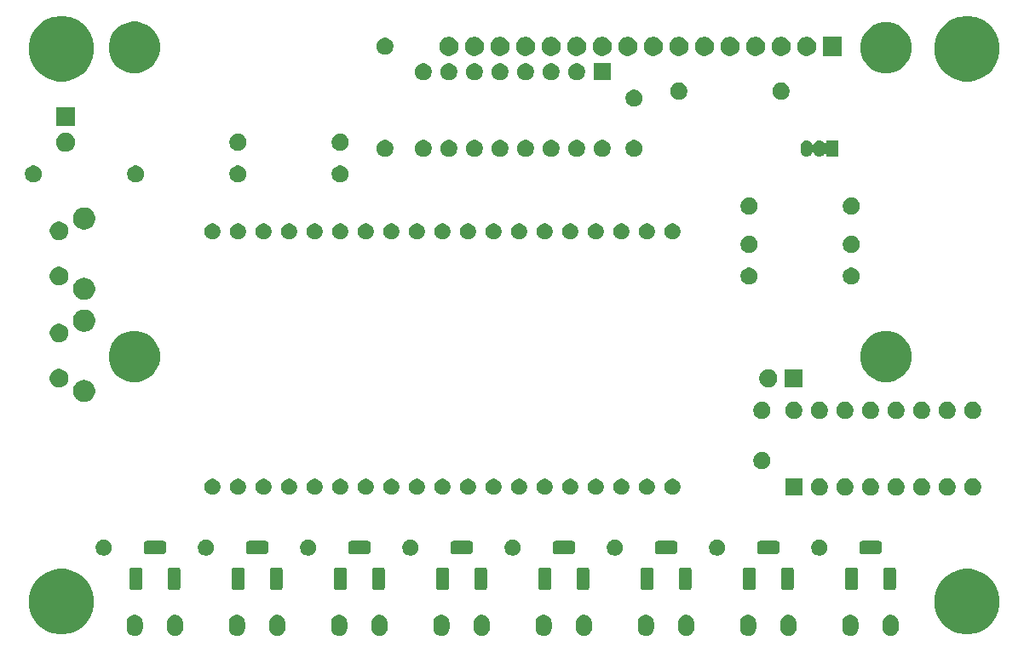
<source format=gts>
G04 #@! TF.GenerationSoftware,KiCad,Pcbnew,(5.1.5)-2*
G04 #@! TF.CreationDate,2020-02-22T00:44:31+01:00*
G04 #@! TF.ProjectId,BBMini32,42424d69-6e69-4333-922e-6b696361645f,V1.0*
G04 #@! TF.SameCoordinates,PX1312d00PY510ff40*
G04 #@! TF.FileFunction,Soldermask,Top*
G04 #@! TF.FilePolarity,Negative*
%FSLAX46Y46*%
G04 Gerber Fmt 4.6, Leading zero omitted, Abs format (unit mm)*
G04 Created by KiCad (PCBNEW (5.1.5)-2) date 2020-02-22 00:44:31*
%MOMM*%
%LPD*%
G04 APERTURE LIST*
%ADD10C,0.100000*%
G04 APERTURE END LIST*
D10*
G36*
X83567022Y3676910D02*
G01*
X83667681Y3646375D01*
X83718012Y3631108D01*
X83857164Y3556729D01*
X83979133Y3456633D01*
X84079229Y3334665D01*
X84153608Y3195513D01*
X84168875Y3145182D01*
X84199410Y3044523D01*
X84211000Y2926845D01*
X84211000Y2348155D01*
X84199410Y2230477D01*
X84168875Y2129818D01*
X84153608Y2079487D01*
X84079229Y1940335D01*
X83979133Y1818367D01*
X83857165Y1718271D01*
X83718013Y1643892D01*
X83667682Y1628625D01*
X83567023Y1598090D01*
X83410000Y1582625D01*
X83252978Y1598090D01*
X83152319Y1628625D01*
X83101988Y1643892D01*
X82962836Y1718271D01*
X82840868Y1818367D01*
X82740771Y1940335D01*
X82685607Y2043539D01*
X82666392Y2079487D01*
X82651125Y2129818D01*
X82620590Y2230477D01*
X82609000Y2348155D01*
X82609000Y2926844D01*
X82620590Y3044522D01*
X82666392Y3195511D01*
X82666392Y3195512D01*
X82740771Y3334664D01*
X82740772Y3334665D01*
X82840867Y3456633D01*
X82962835Y3556729D01*
X83101987Y3631108D01*
X83152318Y3646375D01*
X83252977Y3676910D01*
X83410000Y3692375D01*
X83567022Y3676910D01*
G37*
G36*
X46927022Y3676910D02*
G01*
X47027681Y3646375D01*
X47078012Y3631108D01*
X47217164Y3556729D01*
X47339133Y3456633D01*
X47439229Y3334665D01*
X47513608Y3195513D01*
X47528875Y3145182D01*
X47559410Y3044523D01*
X47571000Y2926845D01*
X47571000Y2348155D01*
X47559410Y2230477D01*
X47528875Y2129818D01*
X47513608Y2079487D01*
X47439229Y1940335D01*
X47339133Y1818367D01*
X47217165Y1718271D01*
X47078013Y1643892D01*
X47027682Y1628625D01*
X46927023Y1598090D01*
X46770000Y1582625D01*
X46612978Y1598090D01*
X46512319Y1628625D01*
X46461988Y1643892D01*
X46322836Y1718271D01*
X46200868Y1818367D01*
X46100771Y1940335D01*
X46045607Y2043539D01*
X46026392Y2079487D01*
X46011125Y2129818D01*
X45980590Y2230477D01*
X45969000Y2348155D01*
X45969000Y2926844D01*
X45980590Y3044522D01*
X46026392Y3195511D01*
X46026392Y3195512D01*
X46100771Y3334664D01*
X46100772Y3334665D01*
X46200867Y3456633D01*
X46322835Y3556729D01*
X46461987Y3631108D01*
X46512318Y3646375D01*
X46612977Y3676910D01*
X46770000Y3692375D01*
X46927022Y3676910D01*
G37*
G36*
X16447022Y3676910D02*
G01*
X16547681Y3646375D01*
X16598012Y3631108D01*
X16737164Y3556729D01*
X16859133Y3456633D01*
X16959229Y3334665D01*
X17033608Y3195513D01*
X17048875Y3145182D01*
X17079410Y3044523D01*
X17091000Y2926845D01*
X17091000Y2348155D01*
X17079410Y2230477D01*
X17048875Y2129818D01*
X17033608Y2079487D01*
X16959229Y1940335D01*
X16859133Y1818367D01*
X16737165Y1718271D01*
X16598013Y1643892D01*
X16547682Y1628625D01*
X16447023Y1598090D01*
X16290000Y1582625D01*
X16132978Y1598090D01*
X16032319Y1628625D01*
X15981988Y1643892D01*
X15842836Y1718271D01*
X15720868Y1818367D01*
X15620771Y1940335D01*
X15565607Y2043539D01*
X15546392Y2079487D01*
X15531125Y2129818D01*
X15500590Y2230477D01*
X15489000Y2348155D01*
X15489000Y2926844D01*
X15500590Y3044522D01*
X15546392Y3195511D01*
X15546392Y3195512D01*
X15620771Y3334664D01*
X15620772Y3334665D01*
X15720867Y3456633D01*
X15842835Y3556729D01*
X15981987Y3631108D01*
X16032318Y3646375D01*
X16132977Y3676910D01*
X16290000Y3692375D01*
X16447022Y3676910D01*
G37*
G36*
X12447022Y3676910D02*
G01*
X12547681Y3646375D01*
X12598012Y3631108D01*
X12737164Y3556729D01*
X12859133Y3456633D01*
X12959229Y3334665D01*
X13033608Y3195513D01*
X13048875Y3145182D01*
X13079410Y3044523D01*
X13091000Y2926845D01*
X13091000Y2348155D01*
X13079410Y2230477D01*
X13048875Y2129818D01*
X13033608Y2079487D01*
X12959229Y1940335D01*
X12859133Y1818367D01*
X12737165Y1718271D01*
X12598013Y1643892D01*
X12547682Y1628625D01*
X12447023Y1598090D01*
X12290000Y1582625D01*
X12132978Y1598090D01*
X12032319Y1628625D01*
X11981988Y1643892D01*
X11842836Y1718271D01*
X11720868Y1818367D01*
X11620771Y1940335D01*
X11565607Y2043539D01*
X11546392Y2079487D01*
X11531125Y2129818D01*
X11500590Y2230477D01*
X11489000Y2348155D01*
X11489000Y2926844D01*
X11500590Y3044522D01*
X11546392Y3195511D01*
X11546392Y3195512D01*
X11620771Y3334664D01*
X11620772Y3334665D01*
X11720867Y3456633D01*
X11842835Y3556729D01*
X11981987Y3631108D01*
X12032318Y3646375D01*
X12132977Y3676910D01*
X12290000Y3692375D01*
X12447022Y3676910D01*
G37*
G36*
X26607022Y3676910D02*
G01*
X26707681Y3646375D01*
X26758012Y3631108D01*
X26897164Y3556729D01*
X27019133Y3456633D01*
X27119229Y3334665D01*
X27193608Y3195513D01*
X27208875Y3145182D01*
X27239410Y3044523D01*
X27251000Y2926845D01*
X27251000Y2348155D01*
X27239410Y2230477D01*
X27208875Y2129818D01*
X27193608Y2079487D01*
X27119229Y1940335D01*
X27019133Y1818367D01*
X26897165Y1718271D01*
X26758013Y1643892D01*
X26707682Y1628625D01*
X26607023Y1598090D01*
X26450000Y1582625D01*
X26292978Y1598090D01*
X26192319Y1628625D01*
X26141988Y1643892D01*
X26002836Y1718271D01*
X25880868Y1818367D01*
X25780771Y1940335D01*
X25725607Y2043539D01*
X25706392Y2079487D01*
X25691125Y2129818D01*
X25660590Y2230477D01*
X25649000Y2348155D01*
X25649000Y2926844D01*
X25660590Y3044522D01*
X25706392Y3195511D01*
X25706392Y3195512D01*
X25780771Y3334664D01*
X25780772Y3334665D01*
X25880867Y3456633D01*
X26002835Y3556729D01*
X26141987Y3631108D01*
X26192318Y3646375D01*
X26292977Y3676910D01*
X26450000Y3692375D01*
X26607022Y3676910D01*
G37*
G36*
X22607022Y3676910D02*
G01*
X22707681Y3646375D01*
X22758012Y3631108D01*
X22897164Y3556729D01*
X23019133Y3456633D01*
X23119229Y3334665D01*
X23193608Y3195513D01*
X23208875Y3145182D01*
X23239410Y3044523D01*
X23251000Y2926845D01*
X23251000Y2348155D01*
X23239410Y2230477D01*
X23208875Y2129818D01*
X23193608Y2079487D01*
X23119229Y1940335D01*
X23019133Y1818367D01*
X22897165Y1718271D01*
X22758013Y1643892D01*
X22707682Y1628625D01*
X22607023Y1598090D01*
X22450000Y1582625D01*
X22292978Y1598090D01*
X22192319Y1628625D01*
X22141988Y1643892D01*
X22002836Y1718271D01*
X21880868Y1818367D01*
X21780771Y1940335D01*
X21725607Y2043539D01*
X21706392Y2079487D01*
X21691125Y2129818D01*
X21660590Y2230477D01*
X21649000Y2348155D01*
X21649000Y2926844D01*
X21660590Y3044522D01*
X21706392Y3195511D01*
X21706392Y3195512D01*
X21780771Y3334664D01*
X21780772Y3334665D01*
X21880867Y3456633D01*
X22002835Y3556729D01*
X22141987Y3631108D01*
X22192318Y3646375D01*
X22292977Y3676910D01*
X22450000Y3692375D01*
X22607022Y3676910D01*
G37*
G36*
X36767022Y3676910D02*
G01*
X36867681Y3646375D01*
X36918012Y3631108D01*
X37057164Y3556729D01*
X37179133Y3456633D01*
X37279229Y3334665D01*
X37353608Y3195513D01*
X37368875Y3145182D01*
X37399410Y3044523D01*
X37411000Y2926845D01*
X37411000Y2348155D01*
X37399410Y2230477D01*
X37368875Y2129818D01*
X37353608Y2079487D01*
X37279229Y1940335D01*
X37179133Y1818367D01*
X37057165Y1718271D01*
X36918013Y1643892D01*
X36867682Y1628625D01*
X36767023Y1598090D01*
X36610000Y1582625D01*
X36452978Y1598090D01*
X36352319Y1628625D01*
X36301988Y1643892D01*
X36162836Y1718271D01*
X36040868Y1818367D01*
X35940771Y1940335D01*
X35885607Y2043539D01*
X35866392Y2079487D01*
X35851125Y2129818D01*
X35820590Y2230477D01*
X35809000Y2348155D01*
X35809000Y2926844D01*
X35820590Y3044522D01*
X35866392Y3195511D01*
X35866392Y3195512D01*
X35940771Y3334664D01*
X35940772Y3334665D01*
X36040867Y3456633D01*
X36162835Y3556729D01*
X36301987Y3631108D01*
X36352318Y3646375D01*
X36452977Y3676910D01*
X36610000Y3692375D01*
X36767022Y3676910D01*
G37*
G36*
X32767022Y3676910D02*
G01*
X32867681Y3646375D01*
X32918012Y3631108D01*
X33057164Y3556729D01*
X33179133Y3456633D01*
X33279229Y3334665D01*
X33353608Y3195513D01*
X33368875Y3145182D01*
X33399410Y3044523D01*
X33411000Y2926845D01*
X33411000Y2348155D01*
X33399410Y2230477D01*
X33368875Y2129818D01*
X33353608Y2079487D01*
X33279229Y1940335D01*
X33179133Y1818367D01*
X33057165Y1718271D01*
X32918013Y1643892D01*
X32867682Y1628625D01*
X32767023Y1598090D01*
X32610000Y1582625D01*
X32452978Y1598090D01*
X32352319Y1628625D01*
X32301988Y1643892D01*
X32162836Y1718271D01*
X32040868Y1818367D01*
X31940771Y1940335D01*
X31885607Y2043539D01*
X31866392Y2079487D01*
X31851125Y2129818D01*
X31820590Y2230477D01*
X31809000Y2348155D01*
X31809000Y2926844D01*
X31820590Y3044522D01*
X31866392Y3195511D01*
X31866392Y3195512D01*
X31940771Y3334664D01*
X31940772Y3334665D01*
X32040867Y3456633D01*
X32162835Y3556729D01*
X32301987Y3631108D01*
X32352318Y3646375D01*
X32452977Y3676910D01*
X32610000Y3692375D01*
X32767022Y3676910D01*
G37*
G36*
X73407022Y3676910D02*
G01*
X73507681Y3646375D01*
X73558012Y3631108D01*
X73697164Y3556729D01*
X73819133Y3456633D01*
X73919229Y3334665D01*
X73993608Y3195513D01*
X74008875Y3145182D01*
X74039410Y3044523D01*
X74051000Y2926845D01*
X74051000Y2348155D01*
X74039410Y2230477D01*
X74008875Y2129818D01*
X73993608Y2079487D01*
X73919229Y1940335D01*
X73819133Y1818367D01*
X73697165Y1718271D01*
X73558013Y1643892D01*
X73507682Y1628625D01*
X73407023Y1598090D01*
X73250000Y1582625D01*
X73092978Y1598090D01*
X72992319Y1628625D01*
X72941988Y1643892D01*
X72802836Y1718271D01*
X72680868Y1818367D01*
X72580771Y1940335D01*
X72525607Y2043539D01*
X72506392Y2079487D01*
X72491125Y2129818D01*
X72460590Y2230477D01*
X72449000Y2348155D01*
X72449000Y2926844D01*
X72460590Y3044522D01*
X72506392Y3195511D01*
X72506392Y3195512D01*
X72580771Y3334664D01*
X72580772Y3334665D01*
X72680867Y3456633D01*
X72802835Y3556729D01*
X72941987Y3631108D01*
X72992318Y3646375D01*
X73092977Y3676910D01*
X73250000Y3692375D01*
X73407022Y3676910D01*
G37*
G36*
X57087022Y3676910D02*
G01*
X57187681Y3646375D01*
X57238012Y3631108D01*
X57377164Y3556729D01*
X57499133Y3456633D01*
X57599229Y3334665D01*
X57673608Y3195513D01*
X57688875Y3145182D01*
X57719410Y3044523D01*
X57731000Y2926845D01*
X57731000Y2348155D01*
X57719410Y2230477D01*
X57688875Y2129818D01*
X57673608Y2079487D01*
X57599229Y1940335D01*
X57499133Y1818367D01*
X57377165Y1718271D01*
X57238013Y1643892D01*
X57187682Y1628625D01*
X57087023Y1598090D01*
X56930000Y1582625D01*
X56772978Y1598090D01*
X56672319Y1628625D01*
X56621988Y1643892D01*
X56482836Y1718271D01*
X56360868Y1818367D01*
X56260771Y1940335D01*
X56205607Y2043539D01*
X56186392Y2079487D01*
X56171125Y2129818D01*
X56140590Y2230477D01*
X56129000Y2348155D01*
X56129000Y2926844D01*
X56140590Y3044522D01*
X56186392Y3195511D01*
X56186392Y3195512D01*
X56260771Y3334664D01*
X56260772Y3334665D01*
X56360867Y3456633D01*
X56482835Y3556729D01*
X56621987Y3631108D01*
X56672318Y3646375D01*
X56772977Y3676910D01*
X56930000Y3692375D01*
X57087022Y3676910D01*
G37*
G36*
X53087022Y3676910D02*
G01*
X53187681Y3646375D01*
X53238012Y3631108D01*
X53377164Y3556729D01*
X53499133Y3456633D01*
X53599229Y3334665D01*
X53673608Y3195513D01*
X53688875Y3145182D01*
X53719410Y3044523D01*
X53731000Y2926845D01*
X53731000Y2348155D01*
X53719410Y2230477D01*
X53688875Y2129818D01*
X53673608Y2079487D01*
X53599229Y1940335D01*
X53499133Y1818367D01*
X53377165Y1718271D01*
X53238013Y1643892D01*
X53187682Y1628625D01*
X53087023Y1598090D01*
X52930000Y1582625D01*
X52772978Y1598090D01*
X52672319Y1628625D01*
X52621988Y1643892D01*
X52482836Y1718271D01*
X52360868Y1818367D01*
X52260771Y1940335D01*
X52205607Y2043539D01*
X52186392Y2079487D01*
X52171125Y2129818D01*
X52140590Y2230477D01*
X52129000Y2348155D01*
X52129000Y2926844D01*
X52140590Y3044522D01*
X52186392Y3195511D01*
X52186392Y3195512D01*
X52260771Y3334664D01*
X52260772Y3334665D01*
X52360867Y3456633D01*
X52482835Y3556729D01*
X52621987Y3631108D01*
X52672318Y3646375D01*
X52772977Y3676910D01*
X52930000Y3692375D01*
X53087022Y3676910D01*
G37*
G36*
X67247022Y3676910D02*
G01*
X67347681Y3646375D01*
X67398012Y3631108D01*
X67537164Y3556729D01*
X67659133Y3456633D01*
X67759229Y3334665D01*
X67833608Y3195513D01*
X67848875Y3145182D01*
X67879410Y3044523D01*
X67891000Y2926845D01*
X67891000Y2348155D01*
X67879410Y2230477D01*
X67848875Y2129818D01*
X67833608Y2079487D01*
X67759229Y1940335D01*
X67659133Y1818367D01*
X67537165Y1718271D01*
X67398013Y1643892D01*
X67347682Y1628625D01*
X67247023Y1598090D01*
X67090000Y1582625D01*
X66932978Y1598090D01*
X66832319Y1628625D01*
X66781988Y1643892D01*
X66642836Y1718271D01*
X66520868Y1818367D01*
X66420771Y1940335D01*
X66365607Y2043539D01*
X66346392Y2079487D01*
X66331125Y2129818D01*
X66300590Y2230477D01*
X66289000Y2348155D01*
X66289000Y2926844D01*
X66300590Y3044522D01*
X66346392Y3195511D01*
X66346392Y3195512D01*
X66420771Y3334664D01*
X66420772Y3334665D01*
X66520867Y3456633D01*
X66642835Y3556729D01*
X66781987Y3631108D01*
X66832318Y3646375D01*
X66932977Y3676910D01*
X67090000Y3692375D01*
X67247022Y3676910D01*
G37*
G36*
X63247022Y3676910D02*
G01*
X63347681Y3646375D01*
X63398012Y3631108D01*
X63537164Y3556729D01*
X63659133Y3456633D01*
X63759229Y3334665D01*
X63833608Y3195513D01*
X63848875Y3145182D01*
X63879410Y3044523D01*
X63891000Y2926845D01*
X63891000Y2348155D01*
X63879410Y2230477D01*
X63848875Y2129818D01*
X63833608Y2079487D01*
X63759229Y1940335D01*
X63659133Y1818367D01*
X63537165Y1718271D01*
X63398013Y1643892D01*
X63347682Y1628625D01*
X63247023Y1598090D01*
X63090000Y1582625D01*
X62932978Y1598090D01*
X62832319Y1628625D01*
X62781988Y1643892D01*
X62642836Y1718271D01*
X62520868Y1818367D01*
X62420771Y1940335D01*
X62365607Y2043539D01*
X62346392Y2079487D01*
X62331125Y2129818D01*
X62300590Y2230477D01*
X62289000Y2348155D01*
X62289000Y2926844D01*
X62300590Y3044522D01*
X62346392Y3195511D01*
X62346392Y3195512D01*
X62420771Y3334664D01*
X62420772Y3334665D01*
X62520867Y3456633D01*
X62642835Y3556729D01*
X62781987Y3631108D01*
X62832318Y3646375D01*
X62932977Y3676910D01*
X63090000Y3692375D01*
X63247022Y3676910D01*
G37*
G36*
X77407022Y3676910D02*
G01*
X77507681Y3646375D01*
X77558012Y3631108D01*
X77697164Y3556729D01*
X77819133Y3456633D01*
X77919229Y3334665D01*
X77993608Y3195513D01*
X78008875Y3145182D01*
X78039410Y3044523D01*
X78051000Y2926845D01*
X78051000Y2348155D01*
X78039410Y2230477D01*
X78008875Y2129818D01*
X77993608Y2079487D01*
X77919229Y1940335D01*
X77819133Y1818367D01*
X77697165Y1718271D01*
X77558013Y1643892D01*
X77507682Y1628625D01*
X77407023Y1598090D01*
X77250000Y1582625D01*
X77092978Y1598090D01*
X76992319Y1628625D01*
X76941988Y1643892D01*
X76802836Y1718271D01*
X76680868Y1818367D01*
X76580771Y1940335D01*
X76525607Y2043539D01*
X76506392Y2079487D01*
X76491125Y2129818D01*
X76460590Y2230477D01*
X76449000Y2348155D01*
X76449000Y2926844D01*
X76460590Y3044522D01*
X76506392Y3195511D01*
X76506392Y3195512D01*
X76580771Y3334664D01*
X76580772Y3334665D01*
X76680867Y3456633D01*
X76802835Y3556729D01*
X76941987Y3631108D01*
X76992318Y3646375D01*
X77092977Y3676910D01*
X77250000Y3692375D01*
X77407022Y3676910D01*
G37*
G36*
X87567022Y3676910D02*
G01*
X87667681Y3646375D01*
X87718012Y3631108D01*
X87857164Y3556729D01*
X87979133Y3456633D01*
X88079229Y3334665D01*
X88153608Y3195513D01*
X88168875Y3145182D01*
X88199410Y3044523D01*
X88211000Y2926845D01*
X88211000Y2348155D01*
X88199410Y2230477D01*
X88168875Y2129818D01*
X88153608Y2079487D01*
X88079229Y1940335D01*
X87979133Y1818367D01*
X87857165Y1718271D01*
X87718013Y1643892D01*
X87667682Y1628625D01*
X87567023Y1598090D01*
X87410000Y1582625D01*
X87252978Y1598090D01*
X87152319Y1628625D01*
X87101988Y1643892D01*
X86962836Y1718271D01*
X86840868Y1818367D01*
X86740771Y1940335D01*
X86685607Y2043539D01*
X86666392Y2079487D01*
X86651125Y2129818D01*
X86620590Y2230477D01*
X86609000Y2348155D01*
X86609000Y2926844D01*
X86620590Y3044522D01*
X86666392Y3195511D01*
X86666392Y3195512D01*
X86740771Y3334664D01*
X86740772Y3334665D01*
X86840867Y3456633D01*
X86962835Y3556729D01*
X87101987Y3631108D01*
X87152318Y3646375D01*
X87252977Y3676910D01*
X87410000Y3692375D01*
X87567022Y3676910D01*
G37*
G36*
X42927022Y3676910D02*
G01*
X43027681Y3646375D01*
X43078012Y3631108D01*
X43217164Y3556729D01*
X43339133Y3456633D01*
X43439229Y3334665D01*
X43513608Y3195513D01*
X43528875Y3145182D01*
X43559410Y3044523D01*
X43571000Y2926845D01*
X43571000Y2348155D01*
X43559410Y2230477D01*
X43528875Y2129818D01*
X43513608Y2079487D01*
X43439229Y1940335D01*
X43339133Y1818367D01*
X43217165Y1718271D01*
X43078013Y1643892D01*
X43027682Y1628625D01*
X42927023Y1598090D01*
X42770000Y1582625D01*
X42612978Y1598090D01*
X42512319Y1628625D01*
X42461988Y1643892D01*
X42322836Y1718271D01*
X42200868Y1818367D01*
X42100771Y1940335D01*
X42045607Y2043539D01*
X42026392Y2079487D01*
X42011125Y2129818D01*
X41980590Y2230477D01*
X41969000Y2348155D01*
X41969000Y2926844D01*
X41980590Y3044522D01*
X42026392Y3195511D01*
X42026392Y3195512D01*
X42100771Y3334664D01*
X42100772Y3334665D01*
X42200867Y3456633D01*
X42322835Y3556729D01*
X42461987Y3631108D01*
X42512318Y3646375D01*
X42612977Y3676910D01*
X42770000Y3692375D01*
X42927022Y3676910D01*
G37*
G36*
X95634239Y8188533D02*
G01*
X95948282Y8126066D01*
X96539926Y7880999D01*
X97072392Y7525216D01*
X97525216Y7072392D01*
X97880999Y6539926D01*
X98126066Y5948282D01*
X98251000Y5320196D01*
X98251000Y4679804D01*
X98126066Y4051718D01*
X97880999Y3460074D01*
X97525216Y2927608D01*
X97072392Y2474784D01*
X96539926Y2119001D01*
X95948282Y1873934D01*
X95668928Y1818367D01*
X95320197Y1749000D01*
X94679803Y1749000D01*
X94331072Y1818367D01*
X94051718Y1873934D01*
X93460074Y2119001D01*
X92927608Y2474784D01*
X92474784Y2927608D01*
X92119001Y3460074D01*
X91873934Y4051718D01*
X91749000Y4679804D01*
X91749000Y5320196D01*
X91873934Y5948282D01*
X92119001Y6539926D01*
X92474784Y7072392D01*
X92927608Y7525216D01*
X93460074Y7880999D01*
X94051718Y8126066D01*
X94365761Y8188533D01*
X94679803Y8251000D01*
X95320197Y8251000D01*
X95634239Y8188533D01*
G37*
G36*
X5634239Y8188533D02*
G01*
X5948282Y8126066D01*
X6539926Y7880999D01*
X7072392Y7525216D01*
X7525216Y7072392D01*
X7880999Y6539926D01*
X8126066Y5948282D01*
X8251000Y5320196D01*
X8251000Y4679804D01*
X8126066Y4051718D01*
X7880999Y3460074D01*
X7525216Y2927608D01*
X7072392Y2474784D01*
X6539926Y2119001D01*
X5948282Y1873934D01*
X5668928Y1818367D01*
X5320197Y1749000D01*
X4679803Y1749000D01*
X4331072Y1818367D01*
X4051718Y1873934D01*
X3460074Y2119001D01*
X2927608Y2474784D01*
X2474784Y2927608D01*
X2119001Y3460074D01*
X1873934Y4051718D01*
X1749000Y4679804D01*
X1749000Y5320196D01*
X1873934Y5948282D01*
X2119001Y6539926D01*
X2474784Y7072392D01*
X2927608Y7525216D01*
X3460074Y7880999D01*
X4051718Y8126066D01*
X4365761Y8188533D01*
X4679803Y8251000D01*
X5320197Y8251000D01*
X5634239Y8188533D01*
G37*
G36*
X77589192Y8382854D02*
G01*
X77638414Y8367922D01*
X77683778Y8343674D01*
X77723542Y8311042D01*
X77756174Y8271278D01*
X77780422Y8225914D01*
X77795354Y8176692D01*
X77801000Y8119360D01*
X77801000Y6455640D01*
X77795354Y6398308D01*
X77780422Y6349086D01*
X77756174Y6303722D01*
X77723542Y6263958D01*
X77683778Y6231326D01*
X77638414Y6207078D01*
X77589192Y6192146D01*
X77531860Y6186500D01*
X76768140Y6186500D01*
X76710808Y6192146D01*
X76661586Y6207078D01*
X76616222Y6231326D01*
X76576458Y6263958D01*
X76543826Y6303722D01*
X76519578Y6349086D01*
X76504646Y6398308D01*
X76499000Y6455640D01*
X76499000Y8119360D01*
X76504646Y8176692D01*
X76519578Y8225914D01*
X76543826Y8271278D01*
X76576458Y8311042D01*
X76616222Y8343674D01*
X76661586Y8367922D01*
X76710808Y8382854D01*
X76768140Y8388500D01*
X77531860Y8388500D01*
X77589192Y8382854D01*
G37*
G36*
X63629192Y8382854D02*
G01*
X63678414Y8367922D01*
X63723778Y8343674D01*
X63763542Y8311042D01*
X63796174Y8271278D01*
X63820422Y8225914D01*
X63835354Y8176692D01*
X63841000Y8119360D01*
X63841000Y6455640D01*
X63835354Y6398308D01*
X63820422Y6349086D01*
X63796174Y6303722D01*
X63763542Y6263958D01*
X63723778Y6231326D01*
X63678414Y6207078D01*
X63629192Y6192146D01*
X63571860Y6186500D01*
X62808140Y6186500D01*
X62750808Y6192146D01*
X62701586Y6207078D01*
X62656222Y6231326D01*
X62616458Y6263958D01*
X62583826Y6303722D01*
X62559578Y6349086D01*
X62544646Y6398308D01*
X62539000Y6455640D01*
X62539000Y8119360D01*
X62544646Y8176692D01*
X62559578Y8225914D01*
X62583826Y8271278D01*
X62616458Y8311042D01*
X62656222Y8343674D01*
X62701586Y8367922D01*
X62750808Y8382854D01*
X62808140Y8388500D01*
X63571860Y8388500D01*
X63629192Y8382854D01*
G37*
G36*
X53469192Y8382854D02*
G01*
X53518414Y8367922D01*
X53563778Y8343674D01*
X53603542Y8311042D01*
X53636174Y8271278D01*
X53660422Y8225914D01*
X53675354Y8176692D01*
X53681000Y8119360D01*
X53681000Y6455640D01*
X53675354Y6398308D01*
X53660422Y6349086D01*
X53636174Y6303722D01*
X53603542Y6263958D01*
X53563778Y6231326D01*
X53518414Y6207078D01*
X53469192Y6192146D01*
X53411860Y6186500D01*
X52648140Y6186500D01*
X52590808Y6192146D01*
X52541586Y6207078D01*
X52496222Y6231326D01*
X52456458Y6263958D01*
X52423826Y6303722D01*
X52399578Y6349086D01*
X52384646Y6398308D01*
X52379000Y6455640D01*
X52379000Y8119360D01*
X52384646Y8176692D01*
X52399578Y8225914D01*
X52423826Y8271278D01*
X52456458Y8311042D01*
X52496222Y8343674D01*
X52541586Y8367922D01*
X52590808Y8382854D01*
X52648140Y8388500D01*
X53411860Y8388500D01*
X53469192Y8382854D01*
G37*
G36*
X57269192Y8382854D02*
G01*
X57318414Y8367922D01*
X57363778Y8343674D01*
X57403542Y8311042D01*
X57436174Y8271278D01*
X57460422Y8225914D01*
X57475354Y8176692D01*
X57481000Y8119360D01*
X57481000Y6455640D01*
X57475354Y6398308D01*
X57460422Y6349086D01*
X57436174Y6303722D01*
X57403542Y6263958D01*
X57363778Y6231326D01*
X57318414Y6207078D01*
X57269192Y6192146D01*
X57211860Y6186500D01*
X56448140Y6186500D01*
X56390808Y6192146D01*
X56341586Y6207078D01*
X56296222Y6231326D01*
X56256458Y6263958D01*
X56223826Y6303722D01*
X56199578Y6349086D01*
X56184646Y6398308D01*
X56179000Y6455640D01*
X56179000Y8119360D01*
X56184646Y8176692D01*
X56199578Y8225914D01*
X56223826Y8271278D01*
X56256458Y8311042D01*
X56296222Y8343674D01*
X56341586Y8367922D01*
X56390808Y8382854D01*
X56448140Y8388500D01*
X57211860Y8388500D01*
X57269192Y8382854D01*
G37*
G36*
X43309192Y8382854D02*
G01*
X43358414Y8367922D01*
X43403778Y8343674D01*
X43443542Y8311042D01*
X43476174Y8271278D01*
X43500422Y8225914D01*
X43515354Y8176692D01*
X43521000Y8119360D01*
X43521000Y6455640D01*
X43515354Y6398308D01*
X43500422Y6349086D01*
X43476174Y6303722D01*
X43443542Y6263958D01*
X43403778Y6231326D01*
X43358414Y6207078D01*
X43309192Y6192146D01*
X43251860Y6186500D01*
X42488140Y6186500D01*
X42430808Y6192146D01*
X42381586Y6207078D01*
X42336222Y6231326D01*
X42296458Y6263958D01*
X42263826Y6303722D01*
X42239578Y6349086D01*
X42224646Y6398308D01*
X42219000Y6455640D01*
X42219000Y8119360D01*
X42224646Y8176692D01*
X42239578Y8225914D01*
X42263826Y8271278D01*
X42296458Y8311042D01*
X42336222Y8343674D01*
X42381586Y8367922D01*
X42430808Y8382854D01*
X42488140Y8388500D01*
X43251860Y8388500D01*
X43309192Y8382854D01*
G37*
G36*
X47109192Y8382854D02*
G01*
X47158414Y8367922D01*
X47203778Y8343674D01*
X47243542Y8311042D01*
X47276174Y8271278D01*
X47300422Y8225914D01*
X47315354Y8176692D01*
X47321000Y8119360D01*
X47321000Y6455640D01*
X47315354Y6398308D01*
X47300422Y6349086D01*
X47276174Y6303722D01*
X47243542Y6263958D01*
X47203778Y6231326D01*
X47158414Y6207078D01*
X47109192Y6192146D01*
X47051860Y6186500D01*
X46288140Y6186500D01*
X46230808Y6192146D01*
X46181586Y6207078D01*
X46136222Y6231326D01*
X46096458Y6263958D01*
X46063826Y6303722D01*
X46039578Y6349086D01*
X46024646Y6398308D01*
X46019000Y6455640D01*
X46019000Y8119360D01*
X46024646Y8176692D01*
X46039578Y8225914D01*
X46063826Y8271278D01*
X46096458Y8311042D01*
X46136222Y8343674D01*
X46181586Y8367922D01*
X46230808Y8382854D01*
X46288140Y8388500D01*
X47051860Y8388500D01*
X47109192Y8382854D01*
G37*
G36*
X16629192Y8382854D02*
G01*
X16678414Y8367922D01*
X16723778Y8343674D01*
X16763542Y8311042D01*
X16796174Y8271278D01*
X16820422Y8225914D01*
X16835354Y8176692D01*
X16841000Y8119360D01*
X16841000Y6455640D01*
X16835354Y6398308D01*
X16820422Y6349086D01*
X16796174Y6303722D01*
X16763542Y6263958D01*
X16723778Y6231326D01*
X16678414Y6207078D01*
X16629192Y6192146D01*
X16571860Y6186500D01*
X15808140Y6186500D01*
X15750808Y6192146D01*
X15701586Y6207078D01*
X15656222Y6231326D01*
X15616458Y6263958D01*
X15583826Y6303722D01*
X15559578Y6349086D01*
X15544646Y6398308D01*
X15539000Y6455640D01*
X15539000Y8119360D01*
X15544646Y8176692D01*
X15559578Y8225914D01*
X15583826Y8271278D01*
X15616458Y8311042D01*
X15656222Y8343674D01*
X15701586Y8367922D01*
X15750808Y8382854D01*
X15808140Y8388500D01*
X16571860Y8388500D01*
X16629192Y8382854D01*
G37*
G36*
X33149192Y8382854D02*
G01*
X33198414Y8367922D01*
X33243778Y8343674D01*
X33283542Y8311042D01*
X33316174Y8271278D01*
X33340422Y8225914D01*
X33355354Y8176692D01*
X33361000Y8119360D01*
X33361000Y6455640D01*
X33355354Y6398308D01*
X33340422Y6349086D01*
X33316174Y6303722D01*
X33283542Y6263958D01*
X33243778Y6231326D01*
X33198414Y6207078D01*
X33149192Y6192146D01*
X33091860Y6186500D01*
X32328140Y6186500D01*
X32270808Y6192146D01*
X32221586Y6207078D01*
X32176222Y6231326D01*
X32136458Y6263958D01*
X32103826Y6303722D01*
X32079578Y6349086D01*
X32064646Y6398308D01*
X32059000Y6455640D01*
X32059000Y8119360D01*
X32064646Y8176692D01*
X32079578Y8225914D01*
X32103826Y8271278D01*
X32136458Y8311042D01*
X32176222Y8343674D01*
X32221586Y8367922D01*
X32270808Y8382854D01*
X32328140Y8388500D01*
X33091860Y8388500D01*
X33149192Y8382854D01*
G37*
G36*
X67429192Y8382854D02*
G01*
X67478414Y8367922D01*
X67523778Y8343674D01*
X67563542Y8311042D01*
X67596174Y8271278D01*
X67620422Y8225914D01*
X67635354Y8176692D01*
X67641000Y8119360D01*
X67641000Y6455640D01*
X67635354Y6398308D01*
X67620422Y6349086D01*
X67596174Y6303722D01*
X67563542Y6263958D01*
X67523778Y6231326D01*
X67478414Y6207078D01*
X67429192Y6192146D01*
X67371860Y6186500D01*
X66608140Y6186500D01*
X66550808Y6192146D01*
X66501586Y6207078D01*
X66456222Y6231326D01*
X66416458Y6263958D01*
X66383826Y6303722D01*
X66359578Y6349086D01*
X66344646Y6398308D01*
X66339000Y6455640D01*
X66339000Y8119360D01*
X66344646Y8176692D01*
X66359578Y8225914D01*
X66383826Y8271278D01*
X66416458Y8311042D01*
X66456222Y8343674D01*
X66501586Y8367922D01*
X66550808Y8382854D01*
X66608140Y8388500D01*
X67371860Y8388500D01*
X67429192Y8382854D01*
G37*
G36*
X73789192Y8382854D02*
G01*
X73838414Y8367922D01*
X73883778Y8343674D01*
X73923542Y8311042D01*
X73956174Y8271278D01*
X73980422Y8225914D01*
X73995354Y8176692D01*
X74001000Y8119360D01*
X74001000Y6455640D01*
X73995354Y6398308D01*
X73980422Y6349086D01*
X73956174Y6303722D01*
X73923542Y6263958D01*
X73883778Y6231326D01*
X73838414Y6207078D01*
X73789192Y6192146D01*
X73731860Y6186500D01*
X72968140Y6186500D01*
X72910808Y6192146D01*
X72861586Y6207078D01*
X72816222Y6231326D01*
X72776458Y6263958D01*
X72743826Y6303722D01*
X72719578Y6349086D01*
X72704646Y6398308D01*
X72699000Y6455640D01*
X72699000Y8119360D01*
X72704646Y8176692D01*
X72719578Y8225914D01*
X72743826Y8271278D01*
X72776458Y8311042D01*
X72816222Y8343674D01*
X72861586Y8367922D01*
X72910808Y8382854D01*
X72968140Y8388500D01*
X73731860Y8388500D01*
X73789192Y8382854D01*
G37*
G36*
X22989192Y8382854D02*
G01*
X23038414Y8367922D01*
X23083778Y8343674D01*
X23123542Y8311042D01*
X23156174Y8271278D01*
X23180422Y8225914D01*
X23195354Y8176692D01*
X23201000Y8119360D01*
X23201000Y6455640D01*
X23195354Y6398308D01*
X23180422Y6349086D01*
X23156174Y6303722D01*
X23123542Y6263958D01*
X23083778Y6231326D01*
X23038414Y6207078D01*
X22989192Y6192146D01*
X22931860Y6186500D01*
X22168140Y6186500D01*
X22110808Y6192146D01*
X22061586Y6207078D01*
X22016222Y6231326D01*
X21976458Y6263958D01*
X21943826Y6303722D01*
X21919578Y6349086D01*
X21904646Y6398308D01*
X21899000Y6455640D01*
X21899000Y8119360D01*
X21904646Y8176692D01*
X21919578Y8225914D01*
X21943826Y8271278D01*
X21976458Y8311042D01*
X22016222Y8343674D01*
X22061586Y8367922D01*
X22110808Y8382854D01*
X22168140Y8388500D01*
X22931860Y8388500D01*
X22989192Y8382854D01*
G37*
G36*
X26789192Y8382854D02*
G01*
X26838414Y8367922D01*
X26883778Y8343674D01*
X26923542Y8311042D01*
X26956174Y8271278D01*
X26980422Y8225914D01*
X26995354Y8176692D01*
X27001000Y8119360D01*
X27001000Y6455640D01*
X26995354Y6398308D01*
X26980422Y6349086D01*
X26956174Y6303722D01*
X26923542Y6263958D01*
X26883778Y6231326D01*
X26838414Y6207078D01*
X26789192Y6192146D01*
X26731860Y6186500D01*
X25968140Y6186500D01*
X25910808Y6192146D01*
X25861586Y6207078D01*
X25816222Y6231326D01*
X25776458Y6263958D01*
X25743826Y6303722D01*
X25719578Y6349086D01*
X25704646Y6398308D01*
X25699000Y6455640D01*
X25699000Y8119360D01*
X25704646Y8176692D01*
X25719578Y8225914D01*
X25743826Y8271278D01*
X25776458Y8311042D01*
X25816222Y8343674D01*
X25861586Y8367922D01*
X25910808Y8382854D01*
X25968140Y8388500D01*
X26731860Y8388500D01*
X26789192Y8382854D01*
G37*
G36*
X87749192Y8382854D02*
G01*
X87798414Y8367922D01*
X87843778Y8343674D01*
X87883542Y8311042D01*
X87916174Y8271278D01*
X87940422Y8225914D01*
X87955354Y8176692D01*
X87961000Y8119360D01*
X87961000Y6455640D01*
X87955354Y6398308D01*
X87940422Y6349086D01*
X87916174Y6303722D01*
X87883542Y6263958D01*
X87843778Y6231326D01*
X87798414Y6207078D01*
X87749192Y6192146D01*
X87691860Y6186500D01*
X86928140Y6186500D01*
X86870808Y6192146D01*
X86821586Y6207078D01*
X86776222Y6231326D01*
X86736458Y6263958D01*
X86703826Y6303722D01*
X86679578Y6349086D01*
X86664646Y6398308D01*
X86659000Y6455640D01*
X86659000Y8119360D01*
X86664646Y8176692D01*
X86679578Y8225914D01*
X86703826Y8271278D01*
X86736458Y8311042D01*
X86776222Y8343674D01*
X86821586Y8367922D01*
X86870808Y8382854D01*
X86928140Y8388500D01*
X87691860Y8388500D01*
X87749192Y8382854D01*
G37*
G36*
X12829192Y8382854D02*
G01*
X12878414Y8367922D01*
X12923778Y8343674D01*
X12963542Y8311042D01*
X12996174Y8271278D01*
X13020422Y8225914D01*
X13035354Y8176692D01*
X13041000Y8119360D01*
X13041000Y6455640D01*
X13035354Y6398308D01*
X13020422Y6349086D01*
X12996174Y6303722D01*
X12963542Y6263958D01*
X12923778Y6231326D01*
X12878414Y6207078D01*
X12829192Y6192146D01*
X12771860Y6186500D01*
X12008140Y6186500D01*
X11950808Y6192146D01*
X11901586Y6207078D01*
X11856222Y6231326D01*
X11816458Y6263958D01*
X11783826Y6303722D01*
X11759578Y6349086D01*
X11744646Y6398308D01*
X11739000Y6455640D01*
X11739000Y8119360D01*
X11744646Y8176692D01*
X11759578Y8225914D01*
X11783826Y8271278D01*
X11816458Y8311042D01*
X11856222Y8343674D01*
X11901586Y8367922D01*
X11950808Y8382854D01*
X12008140Y8388500D01*
X12771860Y8388500D01*
X12829192Y8382854D01*
G37*
G36*
X83949192Y8382854D02*
G01*
X83998414Y8367922D01*
X84043778Y8343674D01*
X84083542Y8311042D01*
X84116174Y8271278D01*
X84140422Y8225914D01*
X84155354Y8176692D01*
X84161000Y8119360D01*
X84161000Y6455640D01*
X84155354Y6398308D01*
X84140422Y6349086D01*
X84116174Y6303722D01*
X84083542Y6263958D01*
X84043778Y6231326D01*
X83998414Y6207078D01*
X83949192Y6192146D01*
X83891860Y6186500D01*
X83128140Y6186500D01*
X83070808Y6192146D01*
X83021586Y6207078D01*
X82976222Y6231326D01*
X82936458Y6263958D01*
X82903826Y6303722D01*
X82879578Y6349086D01*
X82864646Y6398308D01*
X82859000Y6455640D01*
X82859000Y8119360D01*
X82864646Y8176692D01*
X82879578Y8225914D01*
X82903826Y8271278D01*
X82936458Y8311042D01*
X82976222Y8343674D01*
X83021586Y8367922D01*
X83070808Y8382854D01*
X83128140Y8388500D01*
X83891860Y8388500D01*
X83949192Y8382854D01*
G37*
G36*
X36949192Y8382854D02*
G01*
X36998414Y8367922D01*
X37043778Y8343674D01*
X37083542Y8311042D01*
X37116174Y8271278D01*
X37140422Y8225914D01*
X37155354Y8176692D01*
X37161000Y8119360D01*
X37161000Y6455640D01*
X37155354Y6398308D01*
X37140422Y6349086D01*
X37116174Y6303722D01*
X37083542Y6263958D01*
X37043778Y6231326D01*
X36998414Y6207078D01*
X36949192Y6192146D01*
X36891860Y6186500D01*
X36128140Y6186500D01*
X36070808Y6192146D01*
X36021586Y6207078D01*
X35976222Y6231326D01*
X35936458Y6263958D01*
X35903826Y6303722D01*
X35879578Y6349086D01*
X35864646Y6398308D01*
X35859000Y6455640D01*
X35859000Y8119360D01*
X35864646Y8176692D01*
X35879578Y8225914D01*
X35903826Y8271278D01*
X35936458Y8311042D01*
X35976222Y8343674D01*
X36021586Y8367922D01*
X36070808Y8382854D01*
X36128140Y8388500D01*
X36891860Y8388500D01*
X36949192Y8382854D01*
G37*
G36*
X9443642Y11157719D02*
G01*
X9589414Y11097338D01*
X9589416Y11097337D01*
X9720608Y11009678D01*
X9832178Y10898108D01*
X9879896Y10826692D01*
X9919838Y10766914D01*
X9980219Y10621142D01*
X10011000Y10466393D01*
X10011000Y10308607D01*
X9980219Y10153858D01*
X9942170Y10062000D01*
X9919837Y10008084D01*
X9832178Y9876892D01*
X9720608Y9765322D01*
X9589416Y9677663D01*
X9589415Y9677662D01*
X9589414Y9677662D01*
X9443642Y9617281D01*
X9288893Y9586500D01*
X9131107Y9586500D01*
X8976358Y9617281D01*
X8830586Y9677662D01*
X8830585Y9677662D01*
X8830584Y9677663D01*
X8699392Y9765322D01*
X8587822Y9876892D01*
X8500163Y10008084D01*
X8477830Y10062000D01*
X8439781Y10153858D01*
X8409000Y10308607D01*
X8409000Y10466393D01*
X8439781Y10621142D01*
X8500162Y10766914D01*
X8540104Y10826692D01*
X8587822Y10898108D01*
X8699392Y11009678D01*
X8830584Y11097337D01*
X8830586Y11097338D01*
X8976358Y11157719D01*
X9131107Y11188500D01*
X9288893Y11188500D01*
X9443642Y11157719D01*
G37*
G36*
X80563642Y11157719D02*
G01*
X80709414Y11097338D01*
X80709416Y11097337D01*
X80840608Y11009678D01*
X80952178Y10898108D01*
X80999896Y10826692D01*
X81039838Y10766914D01*
X81100219Y10621142D01*
X81131000Y10466393D01*
X81131000Y10308607D01*
X81100219Y10153858D01*
X81062170Y10062000D01*
X81039837Y10008084D01*
X80952178Y9876892D01*
X80840608Y9765322D01*
X80709416Y9677663D01*
X80709415Y9677662D01*
X80709414Y9677662D01*
X80563642Y9617281D01*
X80408893Y9586500D01*
X80251107Y9586500D01*
X80096358Y9617281D01*
X79950586Y9677662D01*
X79950585Y9677662D01*
X79950584Y9677663D01*
X79819392Y9765322D01*
X79707822Y9876892D01*
X79620163Y10008084D01*
X79597830Y10062000D01*
X79559781Y10153858D01*
X79529000Y10308607D01*
X79529000Y10466393D01*
X79559781Y10621142D01*
X79620162Y10766914D01*
X79660104Y10826692D01*
X79707822Y10898108D01*
X79819392Y11009678D01*
X79950584Y11097337D01*
X79950586Y11097338D01*
X80096358Y11157719D01*
X80251107Y11188500D01*
X80408893Y11188500D01*
X80563642Y11157719D01*
G37*
G36*
X70403642Y11157719D02*
G01*
X70549414Y11097338D01*
X70549416Y11097337D01*
X70680608Y11009678D01*
X70792178Y10898108D01*
X70839896Y10826692D01*
X70879838Y10766914D01*
X70940219Y10621142D01*
X70971000Y10466393D01*
X70971000Y10308607D01*
X70940219Y10153858D01*
X70902170Y10062000D01*
X70879837Y10008084D01*
X70792178Y9876892D01*
X70680608Y9765322D01*
X70549416Y9677663D01*
X70549415Y9677662D01*
X70549414Y9677662D01*
X70403642Y9617281D01*
X70248893Y9586500D01*
X70091107Y9586500D01*
X69936358Y9617281D01*
X69790586Y9677662D01*
X69790585Y9677662D01*
X69790584Y9677663D01*
X69659392Y9765322D01*
X69547822Y9876892D01*
X69460163Y10008084D01*
X69437830Y10062000D01*
X69399781Y10153858D01*
X69369000Y10308607D01*
X69369000Y10466393D01*
X69399781Y10621142D01*
X69460162Y10766914D01*
X69500104Y10826692D01*
X69547822Y10898108D01*
X69659392Y11009678D01*
X69790584Y11097337D01*
X69790586Y11097338D01*
X69936358Y11157719D01*
X70091107Y11188500D01*
X70248893Y11188500D01*
X70403642Y11157719D01*
G37*
G36*
X60243642Y11157719D02*
G01*
X60389414Y11097338D01*
X60389416Y11097337D01*
X60520608Y11009678D01*
X60632178Y10898108D01*
X60679896Y10826692D01*
X60719838Y10766914D01*
X60780219Y10621142D01*
X60811000Y10466393D01*
X60811000Y10308607D01*
X60780219Y10153858D01*
X60742170Y10062000D01*
X60719837Y10008084D01*
X60632178Y9876892D01*
X60520608Y9765322D01*
X60389416Y9677663D01*
X60389415Y9677662D01*
X60389414Y9677662D01*
X60243642Y9617281D01*
X60088893Y9586500D01*
X59931107Y9586500D01*
X59776358Y9617281D01*
X59630586Y9677662D01*
X59630585Y9677662D01*
X59630584Y9677663D01*
X59499392Y9765322D01*
X59387822Y9876892D01*
X59300163Y10008084D01*
X59277830Y10062000D01*
X59239781Y10153858D01*
X59209000Y10308607D01*
X59209000Y10466393D01*
X59239781Y10621142D01*
X59300162Y10766914D01*
X59340104Y10826692D01*
X59387822Y10898108D01*
X59499392Y11009678D01*
X59630584Y11097337D01*
X59630586Y11097338D01*
X59776358Y11157719D01*
X59931107Y11188500D01*
X60088893Y11188500D01*
X60243642Y11157719D01*
G37*
G36*
X50083642Y11157719D02*
G01*
X50229414Y11097338D01*
X50229416Y11097337D01*
X50360608Y11009678D01*
X50472178Y10898108D01*
X50519896Y10826692D01*
X50559838Y10766914D01*
X50620219Y10621142D01*
X50651000Y10466393D01*
X50651000Y10308607D01*
X50620219Y10153858D01*
X50582170Y10062000D01*
X50559837Y10008084D01*
X50472178Y9876892D01*
X50360608Y9765322D01*
X50229416Y9677663D01*
X50229415Y9677662D01*
X50229414Y9677662D01*
X50083642Y9617281D01*
X49928893Y9586500D01*
X49771107Y9586500D01*
X49616358Y9617281D01*
X49470586Y9677662D01*
X49470585Y9677662D01*
X49470584Y9677663D01*
X49339392Y9765322D01*
X49227822Y9876892D01*
X49140163Y10008084D01*
X49117830Y10062000D01*
X49079781Y10153858D01*
X49049000Y10308607D01*
X49049000Y10466393D01*
X49079781Y10621142D01*
X49140162Y10766914D01*
X49180104Y10826692D01*
X49227822Y10898108D01*
X49339392Y11009678D01*
X49470584Y11097337D01*
X49470586Y11097338D01*
X49616358Y11157719D01*
X49771107Y11188500D01*
X49928893Y11188500D01*
X50083642Y11157719D01*
G37*
G36*
X39923642Y11157719D02*
G01*
X40069414Y11097338D01*
X40069416Y11097337D01*
X40200608Y11009678D01*
X40312178Y10898108D01*
X40359896Y10826692D01*
X40399838Y10766914D01*
X40460219Y10621142D01*
X40491000Y10466393D01*
X40491000Y10308607D01*
X40460219Y10153858D01*
X40422170Y10062000D01*
X40399837Y10008084D01*
X40312178Y9876892D01*
X40200608Y9765322D01*
X40069416Y9677663D01*
X40069415Y9677662D01*
X40069414Y9677662D01*
X39923642Y9617281D01*
X39768893Y9586500D01*
X39611107Y9586500D01*
X39456358Y9617281D01*
X39310586Y9677662D01*
X39310585Y9677662D01*
X39310584Y9677663D01*
X39179392Y9765322D01*
X39067822Y9876892D01*
X38980163Y10008084D01*
X38957830Y10062000D01*
X38919781Y10153858D01*
X38889000Y10308607D01*
X38889000Y10466393D01*
X38919781Y10621142D01*
X38980162Y10766914D01*
X39020104Y10826692D01*
X39067822Y10898108D01*
X39179392Y11009678D01*
X39310584Y11097337D01*
X39310586Y11097338D01*
X39456358Y11157719D01*
X39611107Y11188500D01*
X39768893Y11188500D01*
X39923642Y11157719D01*
G37*
G36*
X19603642Y11157719D02*
G01*
X19749414Y11097338D01*
X19749416Y11097337D01*
X19880608Y11009678D01*
X19992178Y10898108D01*
X20039896Y10826692D01*
X20079838Y10766914D01*
X20140219Y10621142D01*
X20171000Y10466393D01*
X20171000Y10308607D01*
X20140219Y10153858D01*
X20102170Y10062000D01*
X20079837Y10008084D01*
X19992178Y9876892D01*
X19880608Y9765322D01*
X19749416Y9677663D01*
X19749415Y9677662D01*
X19749414Y9677662D01*
X19603642Y9617281D01*
X19448893Y9586500D01*
X19291107Y9586500D01*
X19136358Y9617281D01*
X18990586Y9677662D01*
X18990585Y9677662D01*
X18990584Y9677663D01*
X18859392Y9765322D01*
X18747822Y9876892D01*
X18660163Y10008084D01*
X18637830Y10062000D01*
X18599781Y10153858D01*
X18569000Y10308607D01*
X18569000Y10466393D01*
X18599781Y10621142D01*
X18660162Y10766914D01*
X18700104Y10826692D01*
X18747822Y10898108D01*
X18859392Y11009678D01*
X18990584Y11097337D01*
X18990586Y11097338D01*
X19136358Y11157719D01*
X19291107Y11188500D01*
X19448893Y11188500D01*
X19603642Y11157719D01*
G37*
G36*
X29763642Y11157719D02*
G01*
X29909414Y11097338D01*
X29909416Y11097337D01*
X30040608Y11009678D01*
X30152178Y10898108D01*
X30199896Y10826692D01*
X30239838Y10766914D01*
X30300219Y10621142D01*
X30331000Y10466393D01*
X30331000Y10308607D01*
X30300219Y10153858D01*
X30262170Y10062000D01*
X30239837Y10008084D01*
X30152178Y9876892D01*
X30040608Y9765322D01*
X29909416Y9677663D01*
X29909415Y9677662D01*
X29909414Y9677662D01*
X29763642Y9617281D01*
X29608893Y9586500D01*
X29451107Y9586500D01*
X29296358Y9617281D01*
X29150586Y9677662D01*
X29150585Y9677662D01*
X29150584Y9677663D01*
X29019392Y9765322D01*
X28907822Y9876892D01*
X28820163Y10008084D01*
X28797830Y10062000D01*
X28759781Y10153858D01*
X28729000Y10308607D01*
X28729000Y10466393D01*
X28759781Y10621142D01*
X28820162Y10766914D01*
X28860104Y10826692D01*
X28907822Y10898108D01*
X29019392Y11009678D01*
X29150584Y11097337D01*
X29150586Y11097338D01*
X29296358Y11157719D01*
X29451107Y11188500D01*
X29608893Y11188500D01*
X29763642Y11157719D01*
G37*
G36*
X86299192Y11032854D02*
G01*
X86348414Y11017922D01*
X86393778Y10993674D01*
X86433542Y10961042D01*
X86466174Y10921278D01*
X86490422Y10875914D01*
X86505354Y10826692D01*
X86511000Y10769360D01*
X86511000Y10005640D01*
X86505354Y9948308D01*
X86490422Y9899086D01*
X86466174Y9853722D01*
X86433542Y9813958D01*
X86393778Y9781326D01*
X86348414Y9757078D01*
X86299192Y9742146D01*
X86241860Y9736500D01*
X84578140Y9736500D01*
X84520808Y9742146D01*
X84471586Y9757078D01*
X84426222Y9781326D01*
X84386458Y9813958D01*
X84353826Y9853722D01*
X84329578Y9899086D01*
X84314646Y9948308D01*
X84309000Y10005640D01*
X84309000Y10769360D01*
X84314646Y10826692D01*
X84329578Y10875914D01*
X84353826Y10921278D01*
X84386458Y10961042D01*
X84426222Y10993674D01*
X84471586Y11017922D01*
X84520808Y11032854D01*
X84578140Y11038500D01*
X86241860Y11038500D01*
X86299192Y11032854D01*
G37*
G36*
X76139192Y11032854D02*
G01*
X76188414Y11017922D01*
X76233778Y10993674D01*
X76273542Y10961042D01*
X76306174Y10921278D01*
X76330422Y10875914D01*
X76345354Y10826692D01*
X76351000Y10769360D01*
X76351000Y10005640D01*
X76345354Y9948308D01*
X76330422Y9899086D01*
X76306174Y9853722D01*
X76273542Y9813958D01*
X76233778Y9781326D01*
X76188414Y9757078D01*
X76139192Y9742146D01*
X76081860Y9736500D01*
X74418140Y9736500D01*
X74360808Y9742146D01*
X74311586Y9757078D01*
X74266222Y9781326D01*
X74226458Y9813958D01*
X74193826Y9853722D01*
X74169578Y9899086D01*
X74154646Y9948308D01*
X74149000Y10005640D01*
X74149000Y10769360D01*
X74154646Y10826692D01*
X74169578Y10875914D01*
X74193826Y10921278D01*
X74226458Y10961042D01*
X74266222Y10993674D01*
X74311586Y11017922D01*
X74360808Y11032854D01*
X74418140Y11038500D01*
X76081860Y11038500D01*
X76139192Y11032854D01*
G37*
G36*
X25339192Y11032854D02*
G01*
X25388414Y11017922D01*
X25433778Y10993674D01*
X25473542Y10961042D01*
X25506174Y10921278D01*
X25530422Y10875914D01*
X25545354Y10826692D01*
X25551000Y10769360D01*
X25551000Y10005640D01*
X25545354Y9948308D01*
X25530422Y9899086D01*
X25506174Y9853722D01*
X25473542Y9813958D01*
X25433778Y9781326D01*
X25388414Y9757078D01*
X25339192Y9742146D01*
X25281860Y9736500D01*
X23618140Y9736500D01*
X23560808Y9742146D01*
X23511586Y9757078D01*
X23466222Y9781326D01*
X23426458Y9813958D01*
X23393826Y9853722D01*
X23369578Y9899086D01*
X23354646Y9948308D01*
X23349000Y10005640D01*
X23349000Y10769360D01*
X23354646Y10826692D01*
X23369578Y10875914D01*
X23393826Y10921278D01*
X23426458Y10961042D01*
X23466222Y10993674D01*
X23511586Y11017922D01*
X23560808Y11032854D01*
X23618140Y11038500D01*
X25281860Y11038500D01*
X25339192Y11032854D01*
G37*
G36*
X15179192Y11032854D02*
G01*
X15228414Y11017922D01*
X15273778Y10993674D01*
X15313542Y10961042D01*
X15346174Y10921278D01*
X15370422Y10875914D01*
X15385354Y10826692D01*
X15391000Y10769360D01*
X15391000Y10005640D01*
X15385354Y9948308D01*
X15370422Y9899086D01*
X15346174Y9853722D01*
X15313542Y9813958D01*
X15273778Y9781326D01*
X15228414Y9757078D01*
X15179192Y9742146D01*
X15121860Y9736500D01*
X13458140Y9736500D01*
X13400808Y9742146D01*
X13351586Y9757078D01*
X13306222Y9781326D01*
X13266458Y9813958D01*
X13233826Y9853722D01*
X13209578Y9899086D01*
X13194646Y9948308D01*
X13189000Y10005640D01*
X13189000Y10769360D01*
X13194646Y10826692D01*
X13209578Y10875914D01*
X13233826Y10921278D01*
X13266458Y10961042D01*
X13306222Y10993674D01*
X13351586Y11017922D01*
X13400808Y11032854D01*
X13458140Y11038500D01*
X15121860Y11038500D01*
X15179192Y11032854D01*
G37*
G36*
X35499192Y11032854D02*
G01*
X35548414Y11017922D01*
X35593778Y10993674D01*
X35633542Y10961042D01*
X35666174Y10921278D01*
X35690422Y10875914D01*
X35705354Y10826692D01*
X35711000Y10769360D01*
X35711000Y10005640D01*
X35705354Y9948308D01*
X35690422Y9899086D01*
X35666174Y9853722D01*
X35633542Y9813958D01*
X35593778Y9781326D01*
X35548414Y9757078D01*
X35499192Y9742146D01*
X35441860Y9736500D01*
X33778140Y9736500D01*
X33720808Y9742146D01*
X33671586Y9757078D01*
X33626222Y9781326D01*
X33586458Y9813958D01*
X33553826Y9853722D01*
X33529578Y9899086D01*
X33514646Y9948308D01*
X33509000Y10005640D01*
X33509000Y10769360D01*
X33514646Y10826692D01*
X33529578Y10875914D01*
X33553826Y10921278D01*
X33586458Y10961042D01*
X33626222Y10993674D01*
X33671586Y11017922D01*
X33720808Y11032854D01*
X33778140Y11038500D01*
X35441860Y11038500D01*
X35499192Y11032854D01*
G37*
G36*
X65979192Y11032854D02*
G01*
X66028414Y11017922D01*
X66073778Y10993674D01*
X66113542Y10961042D01*
X66146174Y10921278D01*
X66170422Y10875914D01*
X66185354Y10826692D01*
X66191000Y10769360D01*
X66191000Y10005640D01*
X66185354Y9948308D01*
X66170422Y9899086D01*
X66146174Y9853722D01*
X66113542Y9813958D01*
X66073778Y9781326D01*
X66028414Y9757078D01*
X65979192Y9742146D01*
X65921860Y9736500D01*
X64258140Y9736500D01*
X64200808Y9742146D01*
X64151586Y9757078D01*
X64106222Y9781326D01*
X64066458Y9813958D01*
X64033826Y9853722D01*
X64009578Y9899086D01*
X63994646Y9948308D01*
X63989000Y10005640D01*
X63989000Y10769360D01*
X63994646Y10826692D01*
X64009578Y10875914D01*
X64033826Y10921278D01*
X64066458Y10961042D01*
X64106222Y10993674D01*
X64151586Y11017922D01*
X64200808Y11032854D01*
X64258140Y11038500D01*
X65921860Y11038500D01*
X65979192Y11032854D01*
G37*
G36*
X55819192Y11032854D02*
G01*
X55868414Y11017922D01*
X55913778Y10993674D01*
X55953542Y10961042D01*
X55986174Y10921278D01*
X56010422Y10875914D01*
X56025354Y10826692D01*
X56031000Y10769360D01*
X56031000Y10005640D01*
X56025354Y9948308D01*
X56010422Y9899086D01*
X55986174Y9853722D01*
X55953542Y9813958D01*
X55913778Y9781326D01*
X55868414Y9757078D01*
X55819192Y9742146D01*
X55761860Y9736500D01*
X54098140Y9736500D01*
X54040808Y9742146D01*
X53991586Y9757078D01*
X53946222Y9781326D01*
X53906458Y9813958D01*
X53873826Y9853722D01*
X53849578Y9899086D01*
X53834646Y9948308D01*
X53829000Y10005640D01*
X53829000Y10769360D01*
X53834646Y10826692D01*
X53849578Y10875914D01*
X53873826Y10921278D01*
X53906458Y10961042D01*
X53946222Y10993674D01*
X53991586Y11017922D01*
X54040808Y11032854D01*
X54098140Y11038500D01*
X55761860Y11038500D01*
X55819192Y11032854D01*
G37*
G36*
X45659192Y11032854D02*
G01*
X45708414Y11017922D01*
X45753778Y10993674D01*
X45793542Y10961042D01*
X45826174Y10921278D01*
X45850422Y10875914D01*
X45865354Y10826692D01*
X45871000Y10769360D01*
X45871000Y10005640D01*
X45865354Y9948308D01*
X45850422Y9899086D01*
X45826174Y9853722D01*
X45793542Y9813958D01*
X45753778Y9781326D01*
X45708414Y9757078D01*
X45659192Y9742146D01*
X45601860Y9736500D01*
X43938140Y9736500D01*
X43880808Y9742146D01*
X43831586Y9757078D01*
X43786222Y9781326D01*
X43746458Y9813958D01*
X43713826Y9853722D01*
X43689578Y9899086D01*
X43674646Y9948308D01*
X43669000Y10005640D01*
X43669000Y10769360D01*
X43674646Y10826692D01*
X43689578Y10875914D01*
X43713826Y10921278D01*
X43746458Y10961042D01*
X43786222Y10993674D01*
X43831586Y11017922D01*
X43880808Y11032854D01*
X43938140Y11038500D01*
X45601860Y11038500D01*
X45659192Y11032854D01*
G37*
G36*
X88198228Y17238297D02*
G01*
X88353100Y17174147D01*
X88492481Y17081015D01*
X88611015Y16962481D01*
X88704147Y16823100D01*
X88768297Y16668228D01*
X88801000Y16503816D01*
X88801000Y16336184D01*
X88768297Y16171772D01*
X88704147Y16016900D01*
X88611015Y15877519D01*
X88492481Y15758985D01*
X88353100Y15665853D01*
X88198228Y15601703D01*
X88033816Y15569000D01*
X87866184Y15569000D01*
X87701772Y15601703D01*
X87546900Y15665853D01*
X87407519Y15758985D01*
X87288985Y15877519D01*
X87195853Y16016900D01*
X87131703Y16171772D01*
X87099000Y16336184D01*
X87099000Y16503816D01*
X87131703Y16668228D01*
X87195853Y16823100D01*
X87288985Y16962481D01*
X87407519Y17081015D01*
X87546900Y17174147D01*
X87701772Y17238297D01*
X87866184Y17271000D01*
X88033816Y17271000D01*
X88198228Y17238297D01*
G37*
G36*
X85658228Y17238297D02*
G01*
X85813100Y17174147D01*
X85952481Y17081015D01*
X86071015Y16962481D01*
X86164147Y16823100D01*
X86228297Y16668228D01*
X86261000Y16503816D01*
X86261000Y16336184D01*
X86228297Y16171772D01*
X86164147Y16016900D01*
X86071015Y15877519D01*
X85952481Y15758985D01*
X85813100Y15665853D01*
X85658228Y15601703D01*
X85493816Y15569000D01*
X85326184Y15569000D01*
X85161772Y15601703D01*
X85006900Y15665853D01*
X84867519Y15758985D01*
X84748985Y15877519D01*
X84655853Y16016900D01*
X84591703Y16171772D01*
X84559000Y16336184D01*
X84559000Y16503816D01*
X84591703Y16668228D01*
X84655853Y16823100D01*
X84748985Y16962481D01*
X84867519Y17081015D01*
X85006900Y17174147D01*
X85161772Y17238297D01*
X85326184Y17271000D01*
X85493816Y17271000D01*
X85658228Y17238297D01*
G37*
G36*
X83118228Y17238297D02*
G01*
X83273100Y17174147D01*
X83412481Y17081015D01*
X83531015Y16962481D01*
X83624147Y16823100D01*
X83688297Y16668228D01*
X83721000Y16503816D01*
X83721000Y16336184D01*
X83688297Y16171772D01*
X83624147Y16016900D01*
X83531015Y15877519D01*
X83412481Y15758985D01*
X83273100Y15665853D01*
X83118228Y15601703D01*
X82953816Y15569000D01*
X82786184Y15569000D01*
X82621772Y15601703D01*
X82466900Y15665853D01*
X82327519Y15758985D01*
X82208985Y15877519D01*
X82115853Y16016900D01*
X82051703Y16171772D01*
X82019000Y16336184D01*
X82019000Y16503816D01*
X82051703Y16668228D01*
X82115853Y16823100D01*
X82208985Y16962481D01*
X82327519Y17081015D01*
X82466900Y17174147D01*
X82621772Y17238297D01*
X82786184Y17271000D01*
X82953816Y17271000D01*
X83118228Y17238297D01*
G37*
G36*
X80578228Y17238297D02*
G01*
X80733100Y17174147D01*
X80872481Y17081015D01*
X80991015Y16962481D01*
X81084147Y16823100D01*
X81148297Y16668228D01*
X81181000Y16503816D01*
X81181000Y16336184D01*
X81148297Y16171772D01*
X81084147Y16016900D01*
X80991015Y15877519D01*
X80872481Y15758985D01*
X80733100Y15665853D01*
X80578228Y15601703D01*
X80413816Y15569000D01*
X80246184Y15569000D01*
X80081772Y15601703D01*
X79926900Y15665853D01*
X79787519Y15758985D01*
X79668985Y15877519D01*
X79575853Y16016900D01*
X79511703Y16171772D01*
X79479000Y16336184D01*
X79479000Y16503816D01*
X79511703Y16668228D01*
X79575853Y16823100D01*
X79668985Y16962481D01*
X79787519Y17081015D01*
X79926900Y17174147D01*
X80081772Y17238297D01*
X80246184Y17271000D01*
X80413816Y17271000D01*
X80578228Y17238297D01*
G37*
G36*
X90738228Y17238297D02*
G01*
X90893100Y17174147D01*
X91032481Y17081015D01*
X91151015Y16962481D01*
X91244147Y16823100D01*
X91308297Y16668228D01*
X91341000Y16503816D01*
X91341000Y16336184D01*
X91308297Y16171772D01*
X91244147Y16016900D01*
X91151015Y15877519D01*
X91032481Y15758985D01*
X90893100Y15665853D01*
X90738228Y15601703D01*
X90573816Y15569000D01*
X90406184Y15569000D01*
X90241772Y15601703D01*
X90086900Y15665853D01*
X89947519Y15758985D01*
X89828985Y15877519D01*
X89735853Y16016900D01*
X89671703Y16171772D01*
X89639000Y16336184D01*
X89639000Y16503816D01*
X89671703Y16668228D01*
X89735853Y16823100D01*
X89828985Y16962481D01*
X89947519Y17081015D01*
X90086900Y17174147D01*
X90241772Y17238297D01*
X90406184Y17271000D01*
X90573816Y17271000D01*
X90738228Y17238297D01*
G37*
G36*
X93278228Y17238297D02*
G01*
X93433100Y17174147D01*
X93572481Y17081015D01*
X93691015Y16962481D01*
X93784147Y16823100D01*
X93848297Y16668228D01*
X93881000Y16503816D01*
X93881000Y16336184D01*
X93848297Y16171772D01*
X93784147Y16016900D01*
X93691015Y15877519D01*
X93572481Y15758985D01*
X93433100Y15665853D01*
X93278228Y15601703D01*
X93113816Y15569000D01*
X92946184Y15569000D01*
X92781772Y15601703D01*
X92626900Y15665853D01*
X92487519Y15758985D01*
X92368985Y15877519D01*
X92275853Y16016900D01*
X92211703Y16171772D01*
X92179000Y16336184D01*
X92179000Y16503816D01*
X92211703Y16668228D01*
X92275853Y16823100D01*
X92368985Y16962481D01*
X92487519Y17081015D01*
X92626900Y17174147D01*
X92781772Y17238297D01*
X92946184Y17271000D01*
X93113816Y17271000D01*
X93278228Y17238297D01*
G37*
G36*
X95818228Y17238297D02*
G01*
X95973100Y17174147D01*
X96112481Y17081015D01*
X96231015Y16962481D01*
X96324147Y16823100D01*
X96388297Y16668228D01*
X96421000Y16503816D01*
X96421000Y16336184D01*
X96388297Y16171772D01*
X96324147Y16016900D01*
X96231015Y15877519D01*
X96112481Y15758985D01*
X95973100Y15665853D01*
X95818228Y15601703D01*
X95653816Y15569000D01*
X95486184Y15569000D01*
X95321772Y15601703D01*
X95166900Y15665853D01*
X95027519Y15758985D01*
X94908985Y15877519D01*
X94815853Y16016900D01*
X94751703Y16171772D01*
X94719000Y16336184D01*
X94719000Y16503816D01*
X94751703Y16668228D01*
X94815853Y16823100D01*
X94908985Y16962481D01*
X95027519Y17081015D01*
X95166900Y17174147D01*
X95321772Y17238297D01*
X95486184Y17271000D01*
X95653816Y17271000D01*
X95818228Y17238297D01*
G37*
G36*
X78641000Y15569000D02*
G01*
X76939000Y15569000D01*
X76939000Y17271000D01*
X78641000Y17271000D01*
X78641000Y15569000D01*
G37*
G36*
X38018642Y17190219D02*
G01*
X38164414Y17129838D01*
X38164416Y17129837D01*
X38295608Y17042178D01*
X38407178Y16930608D01*
X38479012Y16823100D01*
X38494838Y16799414D01*
X38555219Y16653642D01*
X38586000Y16498893D01*
X38586000Y16341107D01*
X38555219Y16186358D01*
X38494838Y16040586D01*
X38494837Y16040584D01*
X38407178Y15909392D01*
X38295608Y15797822D01*
X38164416Y15710163D01*
X38164415Y15710162D01*
X38164414Y15710162D01*
X38018642Y15649781D01*
X37863893Y15619000D01*
X37706107Y15619000D01*
X37551358Y15649781D01*
X37405586Y15710162D01*
X37405585Y15710162D01*
X37405584Y15710163D01*
X37274392Y15797822D01*
X37162822Y15909392D01*
X37075163Y16040584D01*
X37075162Y16040586D01*
X37014781Y16186358D01*
X36984000Y16341107D01*
X36984000Y16498893D01*
X37014781Y16653642D01*
X37075162Y16799414D01*
X37090988Y16823100D01*
X37162822Y16930608D01*
X37274392Y17042178D01*
X37405584Y17129837D01*
X37405586Y17129838D01*
X37551358Y17190219D01*
X37706107Y17221000D01*
X37863893Y17221000D01*
X38018642Y17190219D01*
G37*
G36*
X35478642Y17190219D02*
G01*
X35624414Y17129838D01*
X35624416Y17129837D01*
X35755608Y17042178D01*
X35867178Y16930608D01*
X35939012Y16823100D01*
X35954838Y16799414D01*
X36015219Y16653642D01*
X36046000Y16498893D01*
X36046000Y16341107D01*
X36015219Y16186358D01*
X35954838Y16040586D01*
X35954837Y16040584D01*
X35867178Y15909392D01*
X35755608Y15797822D01*
X35624416Y15710163D01*
X35624415Y15710162D01*
X35624414Y15710162D01*
X35478642Y15649781D01*
X35323893Y15619000D01*
X35166107Y15619000D01*
X35011358Y15649781D01*
X34865586Y15710162D01*
X34865585Y15710162D01*
X34865584Y15710163D01*
X34734392Y15797822D01*
X34622822Y15909392D01*
X34535163Y16040584D01*
X34535162Y16040586D01*
X34474781Y16186358D01*
X34444000Y16341107D01*
X34444000Y16498893D01*
X34474781Y16653642D01*
X34535162Y16799414D01*
X34550988Y16823100D01*
X34622822Y16930608D01*
X34734392Y17042178D01*
X34865584Y17129837D01*
X34865586Y17129838D01*
X35011358Y17190219D01*
X35166107Y17221000D01*
X35323893Y17221000D01*
X35478642Y17190219D01*
G37*
G36*
X32938642Y17190219D02*
G01*
X33084414Y17129838D01*
X33084416Y17129837D01*
X33215608Y17042178D01*
X33327178Y16930608D01*
X33399012Y16823100D01*
X33414838Y16799414D01*
X33475219Y16653642D01*
X33506000Y16498893D01*
X33506000Y16341107D01*
X33475219Y16186358D01*
X33414838Y16040586D01*
X33414837Y16040584D01*
X33327178Y15909392D01*
X33215608Y15797822D01*
X33084416Y15710163D01*
X33084415Y15710162D01*
X33084414Y15710162D01*
X32938642Y15649781D01*
X32783893Y15619000D01*
X32626107Y15619000D01*
X32471358Y15649781D01*
X32325586Y15710162D01*
X32325585Y15710162D01*
X32325584Y15710163D01*
X32194392Y15797822D01*
X32082822Y15909392D01*
X31995163Y16040584D01*
X31995162Y16040586D01*
X31934781Y16186358D01*
X31904000Y16341107D01*
X31904000Y16498893D01*
X31934781Y16653642D01*
X31995162Y16799414D01*
X32010988Y16823100D01*
X32082822Y16930608D01*
X32194392Y17042178D01*
X32325584Y17129837D01*
X32325586Y17129838D01*
X32471358Y17190219D01*
X32626107Y17221000D01*
X32783893Y17221000D01*
X32938642Y17190219D01*
G37*
G36*
X30398642Y17190219D02*
G01*
X30544414Y17129838D01*
X30544416Y17129837D01*
X30675608Y17042178D01*
X30787178Y16930608D01*
X30859012Y16823100D01*
X30874838Y16799414D01*
X30935219Y16653642D01*
X30966000Y16498893D01*
X30966000Y16341107D01*
X30935219Y16186358D01*
X30874838Y16040586D01*
X30874837Y16040584D01*
X30787178Y15909392D01*
X30675608Y15797822D01*
X30544416Y15710163D01*
X30544415Y15710162D01*
X30544414Y15710162D01*
X30398642Y15649781D01*
X30243893Y15619000D01*
X30086107Y15619000D01*
X29931358Y15649781D01*
X29785586Y15710162D01*
X29785585Y15710162D01*
X29785584Y15710163D01*
X29654392Y15797822D01*
X29542822Y15909392D01*
X29455163Y16040584D01*
X29455162Y16040586D01*
X29394781Y16186358D01*
X29364000Y16341107D01*
X29364000Y16498893D01*
X29394781Y16653642D01*
X29455162Y16799414D01*
X29470988Y16823100D01*
X29542822Y16930608D01*
X29654392Y17042178D01*
X29785584Y17129837D01*
X29785586Y17129838D01*
X29931358Y17190219D01*
X30086107Y17221000D01*
X30243893Y17221000D01*
X30398642Y17190219D01*
G37*
G36*
X27858642Y17190219D02*
G01*
X28004414Y17129838D01*
X28004416Y17129837D01*
X28135608Y17042178D01*
X28247178Y16930608D01*
X28319012Y16823100D01*
X28334838Y16799414D01*
X28395219Y16653642D01*
X28426000Y16498893D01*
X28426000Y16341107D01*
X28395219Y16186358D01*
X28334838Y16040586D01*
X28334837Y16040584D01*
X28247178Y15909392D01*
X28135608Y15797822D01*
X28004416Y15710163D01*
X28004415Y15710162D01*
X28004414Y15710162D01*
X27858642Y15649781D01*
X27703893Y15619000D01*
X27546107Y15619000D01*
X27391358Y15649781D01*
X27245586Y15710162D01*
X27245585Y15710162D01*
X27245584Y15710163D01*
X27114392Y15797822D01*
X27002822Y15909392D01*
X26915163Y16040584D01*
X26915162Y16040586D01*
X26854781Y16186358D01*
X26824000Y16341107D01*
X26824000Y16498893D01*
X26854781Y16653642D01*
X26915162Y16799414D01*
X26930988Y16823100D01*
X27002822Y16930608D01*
X27114392Y17042178D01*
X27245584Y17129837D01*
X27245586Y17129838D01*
X27391358Y17190219D01*
X27546107Y17221000D01*
X27703893Y17221000D01*
X27858642Y17190219D01*
G37*
G36*
X25318642Y17190219D02*
G01*
X25464414Y17129838D01*
X25464416Y17129837D01*
X25595608Y17042178D01*
X25707178Y16930608D01*
X25779012Y16823100D01*
X25794838Y16799414D01*
X25855219Y16653642D01*
X25886000Y16498893D01*
X25886000Y16341107D01*
X25855219Y16186358D01*
X25794838Y16040586D01*
X25794837Y16040584D01*
X25707178Y15909392D01*
X25595608Y15797822D01*
X25464416Y15710163D01*
X25464415Y15710162D01*
X25464414Y15710162D01*
X25318642Y15649781D01*
X25163893Y15619000D01*
X25006107Y15619000D01*
X24851358Y15649781D01*
X24705586Y15710162D01*
X24705585Y15710162D01*
X24705584Y15710163D01*
X24574392Y15797822D01*
X24462822Y15909392D01*
X24375163Y16040584D01*
X24375162Y16040586D01*
X24314781Y16186358D01*
X24284000Y16341107D01*
X24284000Y16498893D01*
X24314781Y16653642D01*
X24375162Y16799414D01*
X24390988Y16823100D01*
X24462822Y16930608D01*
X24574392Y17042178D01*
X24705584Y17129837D01*
X24705586Y17129838D01*
X24851358Y17190219D01*
X25006107Y17221000D01*
X25163893Y17221000D01*
X25318642Y17190219D01*
G37*
G36*
X22778642Y17190219D02*
G01*
X22924414Y17129838D01*
X22924416Y17129837D01*
X23055608Y17042178D01*
X23167178Y16930608D01*
X23239012Y16823100D01*
X23254838Y16799414D01*
X23315219Y16653642D01*
X23346000Y16498893D01*
X23346000Y16341107D01*
X23315219Y16186358D01*
X23254838Y16040586D01*
X23254837Y16040584D01*
X23167178Y15909392D01*
X23055608Y15797822D01*
X22924416Y15710163D01*
X22924415Y15710162D01*
X22924414Y15710162D01*
X22778642Y15649781D01*
X22623893Y15619000D01*
X22466107Y15619000D01*
X22311358Y15649781D01*
X22165586Y15710162D01*
X22165585Y15710162D01*
X22165584Y15710163D01*
X22034392Y15797822D01*
X21922822Y15909392D01*
X21835163Y16040584D01*
X21835162Y16040586D01*
X21774781Y16186358D01*
X21744000Y16341107D01*
X21744000Y16498893D01*
X21774781Y16653642D01*
X21835162Y16799414D01*
X21850988Y16823100D01*
X21922822Y16930608D01*
X22034392Y17042178D01*
X22165584Y17129837D01*
X22165586Y17129838D01*
X22311358Y17190219D01*
X22466107Y17221000D01*
X22623893Y17221000D01*
X22778642Y17190219D01*
G37*
G36*
X20238642Y17190219D02*
G01*
X20384414Y17129838D01*
X20384416Y17129837D01*
X20515608Y17042178D01*
X20627178Y16930608D01*
X20699012Y16823100D01*
X20714838Y16799414D01*
X20775219Y16653642D01*
X20806000Y16498893D01*
X20806000Y16341107D01*
X20775219Y16186358D01*
X20714838Y16040586D01*
X20714837Y16040584D01*
X20627178Y15909392D01*
X20515608Y15797822D01*
X20384416Y15710163D01*
X20384415Y15710162D01*
X20384414Y15710162D01*
X20238642Y15649781D01*
X20083893Y15619000D01*
X19926107Y15619000D01*
X19771358Y15649781D01*
X19625586Y15710162D01*
X19625585Y15710162D01*
X19625584Y15710163D01*
X19494392Y15797822D01*
X19382822Y15909392D01*
X19295163Y16040584D01*
X19295162Y16040586D01*
X19234781Y16186358D01*
X19204000Y16341107D01*
X19204000Y16498893D01*
X19234781Y16653642D01*
X19295162Y16799414D01*
X19310988Y16823100D01*
X19382822Y16930608D01*
X19494392Y17042178D01*
X19625584Y17129837D01*
X19625586Y17129838D01*
X19771358Y17190219D01*
X19926107Y17221000D01*
X20083893Y17221000D01*
X20238642Y17190219D01*
G37*
G36*
X60878642Y17190219D02*
G01*
X61024414Y17129838D01*
X61024416Y17129837D01*
X61155608Y17042178D01*
X61267178Y16930608D01*
X61339012Y16823100D01*
X61354838Y16799414D01*
X61415219Y16653642D01*
X61446000Y16498893D01*
X61446000Y16341107D01*
X61415219Y16186358D01*
X61354838Y16040586D01*
X61354837Y16040584D01*
X61267178Y15909392D01*
X61155608Y15797822D01*
X61024416Y15710163D01*
X61024415Y15710162D01*
X61024414Y15710162D01*
X60878642Y15649781D01*
X60723893Y15619000D01*
X60566107Y15619000D01*
X60411358Y15649781D01*
X60265586Y15710162D01*
X60265585Y15710162D01*
X60265584Y15710163D01*
X60134392Y15797822D01*
X60022822Y15909392D01*
X59935163Y16040584D01*
X59935162Y16040586D01*
X59874781Y16186358D01*
X59844000Y16341107D01*
X59844000Y16498893D01*
X59874781Y16653642D01*
X59935162Y16799414D01*
X59950988Y16823100D01*
X60022822Y16930608D01*
X60134392Y17042178D01*
X60265584Y17129837D01*
X60265586Y17129838D01*
X60411358Y17190219D01*
X60566107Y17221000D01*
X60723893Y17221000D01*
X60878642Y17190219D01*
G37*
G36*
X58338642Y17190219D02*
G01*
X58484414Y17129838D01*
X58484416Y17129837D01*
X58615608Y17042178D01*
X58727178Y16930608D01*
X58799012Y16823100D01*
X58814838Y16799414D01*
X58875219Y16653642D01*
X58906000Y16498893D01*
X58906000Y16341107D01*
X58875219Y16186358D01*
X58814838Y16040586D01*
X58814837Y16040584D01*
X58727178Y15909392D01*
X58615608Y15797822D01*
X58484416Y15710163D01*
X58484415Y15710162D01*
X58484414Y15710162D01*
X58338642Y15649781D01*
X58183893Y15619000D01*
X58026107Y15619000D01*
X57871358Y15649781D01*
X57725586Y15710162D01*
X57725585Y15710162D01*
X57725584Y15710163D01*
X57594392Y15797822D01*
X57482822Y15909392D01*
X57395163Y16040584D01*
X57395162Y16040586D01*
X57334781Y16186358D01*
X57304000Y16341107D01*
X57304000Y16498893D01*
X57334781Y16653642D01*
X57395162Y16799414D01*
X57410988Y16823100D01*
X57482822Y16930608D01*
X57594392Y17042178D01*
X57725584Y17129837D01*
X57725586Y17129838D01*
X57871358Y17190219D01*
X58026107Y17221000D01*
X58183893Y17221000D01*
X58338642Y17190219D01*
G37*
G36*
X55798642Y17190219D02*
G01*
X55944414Y17129838D01*
X55944416Y17129837D01*
X56075608Y17042178D01*
X56187178Y16930608D01*
X56259012Y16823100D01*
X56274838Y16799414D01*
X56335219Y16653642D01*
X56366000Y16498893D01*
X56366000Y16341107D01*
X56335219Y16186358D01*
X56274838Y16040586D01*
X56274837Y16040584D01*
X56187178Y15909392D01*
X56075608Y15797822D01*
X55944416Y15710163D01*
X55944415Y15710162D01*
X55944414Y15710162D01*
X55798642Y15649781D01*
X55643893Y15619000D01*
X55486107Y15619000D01*
X55331358Y15649781D01*
X55185586Y15710162D01*
X55185585Y15710162D01*
X55185584Y15710163D01*
X55054392Y15797822D01*
X54942822Y15909392D01*
X54855163Y16040584D01*
X54855162Y16040586D01*
X54794781Y16186358D01*
X54764000Y16341107D01*
X54764000Y16498893D01*
X54794781Y16653642D01*
X54855162Y16799414D01*
X54870988Y16823100D01*
X54942822Y16930608D01*
X55054392Y17042178D01*
X55185584Y17129837D01*
X55185586Y17129838D01*
X55331358Y17190219D01*
X55486107Y17221000D01*
X55643893Y17221000D01*
X55798642Y17190219D01*
G37*
G36*
X53258642Y17190219D02*
G01*
X53404414Y17129838D01*
X53404416Y17129837D01*
X53535608Y17042178D01*
X53647178Y16930608D01*
X53719012Y16823100D01*
X53734838Y16799414D01*
X53795219Y16653642D01*
X53826000Y16498893D01*
X53826000Y16341107D01*
X53795219Y16186358D01*
X53734838Y16040586D01*
X53734837Y16040584D01*
X53647178Y15909392D01*
X53535608Y15797822D01*
X53404416Y15710163D01*
X53404415Y15710162D01*
X53404414Y15710162D01*
X53258642Y15649781D01*
X53103893Y15619000D01*
X52946107Y15619000D01*
X52791358Y15649781D01*
X52645586Y15710162D01*
X52645585Y15710162D01*
X52645584Y15710163D01*
X52514392Y15797822D01*
X52402822Y15909392D01*
X52315163Y16040584D01*
X52315162Y16040586D01*
X52254781Y16186358D01*
X52224000Y16341107D01*
X52224000Y16498893D01*
X52254781Y16653642D01*
X52315162Y16799414D01*
X52330988Y16823100D01*
X52402822Y16930608D01*
X52514392Y17042178D01*
X52645584Y17129837D01*
X52645586Y17129838D01*
X52791358Y17190219D01*
X52946107Y17221000D01*
X53103893Y17221000D01*
X53258642Y17190219D01*
G37*
G36*
X50718642Y17190219D02*
G01*
X50864414Y17129838D01*
X50864416Y17129837D01*
X50995608Y17042178D01*
X51107178Y16930608D01*
X51179012Y16823100D01*
X51194838Y16799414D01*
X51255219Y16653642D01*
X51286000Y16498893D01*
X51286000Y16341107D01*
X51255219Y16186358D01*
X51194838Y16040586D01*
X51194837Y16040584D01*
X51107178Y15909392D01*
X50995608Y15797822D01*
X50864416Y15710163D01*
X50864415Y15710162D01*
X50864414Y15710162D01*
X50718642Y15649781D01*
X50563893Y15619000D01*
X50406107Y15619000D01*
X50251358Y15649781D01*
X50105586Y15710162D01*
X50105585Y15710162D01*
X50105584Y15710163D01*
X49974392Y15797822D01*
X49862822Y15909392D01*
X49775163Y16040584D01*
X49775162Y16040586D01*
X49714781Y16186358D01*
X49684000Y16341107D01*
X49684000Y16498893D01*
X49714781Y16653642D01*
X49775162Y16799414D01*
X49790988Y16823100D01*
X49862822Y16930608D01*
X49974392Y17042178D01*
X50105584Y17129837D01*
X50105586Y17129838D01*
X50251358Y17190219D01*
X50406107Y17221000D01*
X50563893Y17221000D01*
X50718642Y17190219D01*
G37*
G36*
X48178642Y17190219D02*
G01*
X48324414Y17129838D01*
X48324416Y17129837D01*
X48455608Y17042178D01*
X48567178Y16930608D01*
X48639012Y16823100D01*
X48654838Y16799414D01*
X48715219Y16653642D01*
X48746000Y16498893D01*
X48746000Y16341107D01*
X48715219Y16186358D01*
X48654838Y16040586D01*
X48654837Y16040584D01*
X48567178Y15909392D01*
X48455608Y15797822D01*
X48324416Y15710163D01*
X48324415Y15710162D01*
X48324414Y15710162D01*
X48178642Y15649781D01*
X48023893Y15619000D01*
X47866107Y15619000D01*
X47711358Y15649781D01*
X47565586Y15710162D01*
X47565585Y15710162D01*
X47565584Y15710163D01*
X47434392Y15797822D01*
X47322822Y15909392D01*
X47235163Y16040584D01*
X47235162Y16040586D01*
X47174781Y16186358D01*
X47144000Y16341107D01*
X47144000Y16498893D01*
X47174781Y16653642D01*
X47235162Y16799414D01*
X47250988Y16823100D01*
X47322822Y16930608D01*
X47434392Y17042178D01*
X47565584Y17129837D01*
X47565586Y17129838D01*
X47711358Y17190219D01*
X47866107Y17221000D01*
X48023893Y17221000D01*
X48178642Y17190219D01*
G37*
G36*
X45638642Y17190219D02*
G01*
X45784414Y17129838D01*
X45784416Y17129837D01*
X45915608Y17042178D01*
X46027178Y16930608D01*
X46099012Y16823100D01*
X46114838Y16799414D01*
X46175219Y16653642D01*
X46206000Y16498893D01*
X46206000Y16341107D01*
X46175219Y16186358D01*
X46114838Y16040586D01*
X46114837Y16040584D01*
X46027178Y15909392D01*
X45915608Y15797822D01*
X45784416Y15710163D01*
X45784415Y15710162D01*
X45784414Y15710162D01*
X45638642Y15649781D01*
X45483893Y15619000D01*
X45326107Y15619000D01*
X45171358Y15649781D01*
X45025586Y15710162D01*
X45025585Y15710162D01*
X45025584Y15710163D01*
X44894392Y15797822D01*
X44782822Y15909392D01*
X44695163Y16040584D01*
X44695162Y16040586D01*
X44634781Y16186358D01*
X44604000Y16341107D01*
X44604000Y16498893D01*
X44634781Y16653642D01*
X44695162Y16799414D01*
X44710988Y16823100D01*
X44782822Y16930608D01*
X44894392Y17042178D01*
X45025584Y17129837D01*
X45025586Y17129838D01*
X45171358Y17190219D01*
X45326107Y17221000D01*
X45483893Y17221000D01*
X45638642Y17190219D01*
G37*
G36*
X43098642Y17190219D02*
G01*
X43244414Y17129838D01*
X43244416Y17129837D01*
X43375608Y17042178D01*
X43487178Y16930608D01*
X43559012Y16823100D01*
X43574838Y16799414D01*
X43635219Y16653642D01*
X43666000Y16498893D01*
X43666000Y16341107D01*
X43635219Y16186358D01*
X43574838Y16040586D01*
X43574837Y16040584D01*
X43487178Y15909392D01*
X43375608Y15797822D01*
X43244416Y15710163D01*
X43244415Y15710162D01*
X43244414Y15710162D01*
X43098642Y15649781D01*
X42943893Y15619000D01*
X42786107Y15619000D01*
X42631358Y15649781D01*
X42485586Y15710162D01*
X42485585Y15710162D01*
X42485584Y15710163D01*
X42354392Y15797822D01*
X42242822Y15909392D01*
X42155163Y16040584D01*
X42155162Y16040586D01*
X42094781Y16186358D01*
X42064000Y16341107D01*
X42064000Y16498893D01*
X42094781Y16653642D01*
X42155162Y16799414D01*
X42170988Y16823100D01*
X42242822Y16930608D01*
X42354392Y17042178D01*
X42485584Y17129837D01*
X42485586Y17129838D01*
X42631358Y17190219D01*
X42786107Y17221000D01*
X42943893Y17221000D01*
X43098642Y17190219D01*
G37*
G36*
X40558642Y17190219D02*
G01*
X40704414Y17129838D01*
X40704416Y17129837D01*
X40835608Y17042178D01*
X40947178Y16930608D01*
X41019012Y16823100D01*
X41034838Y16799414D01*
X41095219Y16653642D01*
X41126000Y16498893D01*
X41126000Y16341107D01*
X41095219Y16186358D01*
X41034838Y16040586D01*
X41034837Y16040584D01*
X40947178Y15909392D01*
X40835608Y15797822D01*
X40704416Y15710163D01*
X40704415Y15710162D01*
X40704414Y15710162D01*
X40558642Y15649781D01*
X40403893Y15619000D01*
X40246107Y15619000D01*
X40091358Y15649781D01*
X39945586Y15710162D01*
X39945585Y15710162D01*
X39945584Y15710163D01*
X39814392Y15797822D01*
X39702822Y15909392D01*
X39615163Y16040584D01*
X39615162Y16040586D01*
X39554781Y16186358D01*
X39524000Y16341107D01*
X39524000Y16498893D01*
X39554781Y16653642D01*
X39615162Y16799414D01*
X39630988Y16823100D01*
X39702822Y16930608D01*
X39814392Y17042178D01*
X39945584Y17129837D01*
X39945586Y17129838D01*
X40091358Y17190219D01*
X40246107Y17221000D01*
X40403893Y17221000D01*
X40558642Y17190219D01*
G37*
G36*
X65958642Y17190219D02*
G01*
X66104414Y17129838D01*
X66104416Y17129837D01*
X66235608Y17042178D01*
X66347178Y16930608D01*
X66419012Y16823100D01*
X66434838Y16799414D01*
X66495219Y16653642D01*
X66526000Y16498893D01*
X66526000Y16341107D01*
X66495219Y16186358D01*
X66434838Y16040586D01*
X66434837Y16040584D01*
X66347178Y15909392D01*
X66235608Y15797822D01*
X66104416Y15710163D01*
X66104415Y15710162D01*
X66104414Y15710162D01*
X65958642Y15649781D01*
X65803893Y15619000D01*
X65646107Y15619000D01*
X65491358Y15649781D01*
X65345586Y15710162D01*
X65345585Y15710162D01*
X65345584Y15710163D01*
X65214392Y15797822D01*
X65102822Y15909392D01*
X65015163Y16040584D01*
X65015162Y16040586D01*
X64954781Y16186358D01*
X64924000Y16341107D01*
X64924000Y16498893D01*
X64954781Y16653642D01*
X65015162Y16799414D01*
X65030988Y16823100D01*
X65102822Y16930608D01*
X65214392Y17042178D01*
X65345584Y17129837D01*
X65345586Y17129838D01*
X65491358Y17190219D01*
X65646107Y17221000D01*
X65803893Y17221000D01*
X65958642Y17190219D01*
G37*
G36*
X63418642Y17190219D02*
G01*
X63564414Y17129838D01*
X63564416Y17129837D01*
X63695608Y17042178D01*
X63807178Y16930608D01*
X63879012Y16823100D01*
X63894838Y16799414D01*
X63955219Y16653642D01*
X63986000Y16498893D01*
X63986000Y16341107D01*
X63955219Y16186358D01*
X63894838Y16040586D01*
X63894837Y16040584D01*
X63807178Y15909392D01*
X63695608Y15797822D01*
X63564416Y15710163D01*
X63564415Y15710162D01*
X63564414Y15710162D01*
X63418642Y15649781D01*
X63263893Y15619000D01*
X63106107Y15619000D01*
X62951358Y15649781D01*
X62805586Y15710162D01*
X62805585Y15710162D01*
X62805584Y15710163D01*
X62674392Y15797822D01*
X62562822Y15909392D01*
X62475163Y16040584D01*
X62475162Y16040586D01*
X62414781Y16186358D01*
X62384000Y16341107D01*
X62384000Y16498893D01*
X62414781Y16653642D01*
X62475162Y16799414D01*
X62490988Y16823100D01*
X62562822Y16930608D01*
X62674392Y17042178D01*
X62805584Y17129837D01*
X62805586Y17129838D01*
X62951358Y17190219D01*
X63106107Y17221000D01*
X63263893Y17221000D01*
X63418642Y17190219D01*
G37*
G36*
X74863228Y19858297D02*
G01*
X75018100Y19794147D01*
X75157481Y19701015D01*
X75276015Y19582481D01*
X75369147Y19443100D01*
X75433297Y19288228D01*
X75466000Y19123816D01*
X75466000Y18956184D01*
X75433297Y18791772D01*
X75369147Y18636900D01*
X75276015Y18497519D01*
X75157481Y18378985D01*
X75018100Y18285853D01*
X74863228Y18221703D01*
X74698816Y18189000D01*
X74531184Y18189000D01*
X74366772Y18221703D01*
X74211900Y18285853D01*
X74072519Y18378985D01*
X73953985Y18497519D01*
X73860853Y18636900D01*
X73796703Y18791772D01*
X73764000Y18956184D01*
X73764000Y19123816D01*
X73796703Y19288228D01*
X73860853Y19443100D01*
X73953985Y19582481D01*
X74072519Y19701015D01*
X74211900Y19794147D01*
X74366772Y19858297D01*
X74531184Y19891000D01*
X74698816Y19891000D01*
X74863228Y19858297D01*
G37*
G36*
X74863228Y24858297D02*
G01*
X75018100Y24794147D01*
X75157481Y24701015D01*
X75276015Y24582481D01*
X75369147Y24443100D01*
X75433297Y24288228D01*
X75466000Y24123816D01*
X75466000Y23956184D01*
X75433297Y23791772D01*
X75369147Y23636900D01*
X75276015Y23497519D01*
X75157481Y23378985D01*
X75018100Y23285853D01*
X74863228Y23221703D01*
X74698816Y23189000D01*
X74531184Y23189000D01*
X74366772Y23221703D01*
X74211900Y23285853D01*
X74072519Y23378985D01*
X73953985Y23497519D01*
X73860853Y23636900D01*
X73796703Y23791772D01*
X73764000Y23956184D01*
X73764000Y24123816D01*
X73796703Y24288228D01*
X73860853Y24443100D01*
X73953985Y24582481D01*
X74072519Y24701015D01*
X74211900Y24794147D01*
X74366772Y24858297D01*
X74531184Y24891000D01*
X74698816Y24891000D01*
X74863228Y24858297D01*
G37*
G36*
X85658228Y24858297D02*
G01*
X85813100Y24794147D01*
X85952481Y24701015D01*
X86071015Y24582481D01*
X86164147Y24443100D01*
X86228297Y24288228D01*
X86261000Y24123816D01*
X86261000Y23956184D01*
X86228297Y23791772D01*
X86164147Y23636900D01*
X86071015Y23497519D01*
X85952481Y23378985D01*
X85813100Y23285853D01*
X85658228Y23221703D01*
X85493816Y23189000D01*
X85326184Y23189000D01*
X85161772Y23221703D01*
X85006900Y23285853D01*
X84867519Y23378985D01*
X84748985Y23497519D01*
X84655853Y23636900D01*
X84591703Y23791772D01*
X84559000Y23956184D01*
X84559000Y24123816D01*
X84591703Y24288228D01*
X84655853Y24443100D01*
X84748985Y24582481D01*
X84867519Y24701015D01*
X85006900Y24794147D01*
X85161772Y24858297D01*
X85326184Y24891000D01*
X85493816Y24891000D01*
X85658228Y24858297D01*
G37*
G36*
X83118228Y24858297D02*
G01*
X83273100Y24794147D01*
X83412481Y24701015D01*
X83531015Y24582481D01*
X83624147Y24443100D01*
X83688297Y24288228D01*
X83721000Y24123816D01*
X83721000Y23956184D01*
X83688297Y23791772D01*
X83624147Y23636900D01*
X83531015Y23497519D01*
X83412481Y23378985D01*
X83273100Y23285853D01*
X83118228Y23221703D01*
X82953816Y23189000D01*
X82786184Y23189000D01*
X82621772Y23221703D01*
X82466900Y23285853D01*
X82327519Y23378985D01*
X82208985Y23497519D01*
X82115853Y23636900D01*
X82051703Y23791772D01*
X82019000Y23956184D01*
X82019000Y24123816D01*
X82051703Y24288228D01*
X82115853Y24443100D01*
X82208985Y24582481D01*
X82327519Y24701015D01*
X82466900Y24794147D01*
X82621772Y24858297D01*
X82786184Y24891000D01*
X82953816Y24891000D01*
X83118228Y24858297D01*
G37*
G36*
X90738228Y24858297D02*
G01*
X90893100Y24794147D01*
X91032481Y24701015D01*
X91151015Y24582481D01*
X91244147Y24443100D01*
X91308297Y24288228D01*
X91341000Y24123816D01*
X91341000Y23956184D01*
X91308297Y23791772D01*
X91244147Y23636900D01*
X91151015Y23497519D01*
X91032481Y23378985D01*
X90893100Y23285853D01*
X90738228Y23221703D01*
X90573816Y23189000D01*
X90406184Y23189000D01*
X90241772Y23221703D01*
X90086900Y23285853D01*
X89947519Y23378985D01*
X89828985Y23497519D01*
X89735853Y23636900D01*
X89671703Y23791772D01*
X89639000Y23956184D01*
X89639000Y24123816D01*
X89671703Y24288228D01*
X89735853Y24443100D01*
X89828985Y24582481D01*
X89947519Y24701015D01*
X90086900Y24794147D01*
X90241772Y24858297D01*
X90406184Y24891000D01*
X90573816Y24891000D01*
X90738228Y24858297D01*
G37*
G36*
X80578228Y24858297D02*
G01*
X80733100Y24794147D01*
X80872481Y24701015D01*
X80991015Y24582481D01*
X81084147Y24443100D01*
X81148297Y24288228D01*
X81181000Y24123816D01*
X81181000Y23956184D01*
X81148297Y23791772D01*
X81084147Y23636900D01*
X80991015Y23497519D01*
X80872481Y23378985D01*
X80733100Y23285853D01*
X80578228Y23221703D01*
X80413816Y23189000D01*
X80246184Y23189000D01*
X80081772Y23221703D01*
X79926900Y23285853D01*
X79787519Y23378985D01*
X79668985Y23497519D01*
X79575853Y23636900D01*
X79511703Y23791772D01*
X79479000Y23956184D01*
X79479000Y24123816D01*
X79511703Y24288228D01*
X79575853Y24443100D01*
X79668985Y24582481D01*
X79787519Y24701015D01*
X79926900Y24794147D01*
X80081772Y24858297D01*
X80246184Y24891000D01*
X80413816Y24891000D01*
X80578228Y24858297D01*
G37*
G36*
X78038228Y24858297D02*
G01*
X78193100Y24794147D01*
X78332481Y24701015D01*
X78451015Y24582481D01*
X78544147Y24443100D01*
X78608297Y24288228D01*
X78641000Y24123816D01*
X78641000Y23956184D01*
X78608297Y23791772D01*
X78544147Y23636900D01*
X78451015Y23497519D01*
X78332481Y23378985D01*
X78193100Y23285853D01*
X78038228Y23221703D01*
X77873816Y23189000D01*
X77706184Y23189000D01*
X77541772Y23221703D01*
X77386900Y23285853D01*
X77247519Y23378985D01*
X77128985Y23497519D01*
X77035853Y23636900D01*
X76971703Y23791772D01*
X76939000Y23956184D01*
X76939000Y24123816D01*
X76971703Y24288228D01*
X77035853Y24443100D01*
X77128985Y24582481D01*
X77247519Y24701015D01*
X77386900Y24794147D01*
X77541772Y24858297D01*
X77706184Y24891000D01*
X77873816Y24891000D01*
X78038228Y24858297D01*
G37*
G36*
X93278228Y24858297D02*
G01*
X93433100Y24794147D01*
X93572481Y24701015D01*
X93691015Y24582481D01*
X93784147Y24443100D01*
X93848297Y24288228D01*
X93881000Y24123816D01*
X93881000Y23956184D01*
X93848297Y23791772D01*
X93784147Y23636900D01*
X93691015Y23497519D01*
X93572481Y23378985D01*
X93433100Y23285853D01*
X93278228Y23221703D01*
X93113816Y23189000D01*
X92946184Y23189000D01*
X92781772Y23221703D01*
X92626900Y23285853D01*
X92487519Y23378985D01*
X92368985Y23497519D01*
X92275853Y23636900D01*
X92211703Y23791772D01*
X92179000Y23956184D01*
X92179000Y24123816D01*
X92211703Y24288228D01*
X92275853Y24443100D01*
X92368985Y24582481D01*
X92487519Y24701015D01*
X92626900Y24794147D01*
X92781772Y24858297D01*
X92946184Y24891000D01*
X93113816Y24891000D01*
X93278228Y24858297D01*
G37*
G36*
X95818228Y24858297D02*
G01*
X95973100Y24794147D01*
X96112481Y24701015D01*
X96231015Y24582481D01*
X96324147Y24443100D01*
X96388297Y24288228D01*
X96421000Y24123816D01*
X96421000Y23956184D01*
X96388297Y23791772D01*
X96324147Y23636900D01*
X96231015Y23497519D01*
X96112481Y23378985D01*
X95973100Y23285853D01*
X95818228Y23221703D01*
X95653816Y23189000D01*
X95486184Y23189000D01*
X95321772Y23221703D01*
X95166900Y23285853D01*
X95027519Y23378985D01*
X94908985Y23497519D01*
X94815853Y23636900D01*
X94751703Y23791772D01*
X94719000Y23956184D01*
X94719000Y24123816D01*
X94751703Y24288228D01*
X94815853Y24443100D01*
X94908985Y24582481D01*
X95027519Y24701015D01*
X95166900Y24794147D01*
X95321772Y24858297D01*
X95486184Y24891000D01*
X95653816Y24891000D01*
X95818228Y24858297D01*
G37*
G36*
X88198228Y24858297D02*
G01*
X88353100Y24794147D01*
X88492481Y24701015D01*
X88611015Y24582481D01*
X88704147Y24443100D01*
X88768297Y24288228D01*
X88801000Y24123816D01*
X88801000Y23956184D01*
X88768297Y23791772D01*
X88704147Y23636900D01*
X88611015Y23497519D01*
X88492481Y23378985D01*
X88353100Y23285853D01*
X88198228Y23221703D01*
X88033816Y23189000D01*
X87866184Y23189000D01*
X87701772Y23221703D01*
X87546900Y23285853D01*
X87407519Y23378985D01*
X87288985Y23497519D01*
X87195853Y23636900D01*
X87131703Y23791772D01*
X87099000Y23956184D01*
X87099000Y24123816D01*
X87131703Y24288228D01*
X87195853Y24443100D01*
X87288985Y24582481D01*
X87407519Y24701015D01*
X87546900Y24794147D01*
X87701772Y24858297D01*
X87866184Y24891000D01*
X88033816Y24891000D01*
X88198228Y24858297D01*
G37*
G36*
X7469795Y27034844D02*
G01*
X7576150Y27013689D01*
X7776520Y26930693D01*
X7956844Y26810205D01*
X8110205Y26656844D01*
X8230693Y26476520D01*
X8313689Y26276149D01*
X8356000Y26063440D01*
X8356000Y25846560D01*
X8313689Y25633851D01*
X8230693Y25433480D01*
X8110205Y25253156D01*
X7956844Y25099795D01*
X7776520Y24979307D01*
X7676334Y24937809D01*
X7576150Y24896311D01*
X7469794Y24875155D01*
X7363440Y24854000D01*
X7146560Y24854000D01*
X7040206Y24875155D01*
X6933850Y24896311D01*
X6833666Y24937809D01*
X6733480Y24979307D01*
X6553156Y25099795D01*
X6399795Y25253156D01*
X6279307Y25433480D01*
X6196311Y25633851D01*
X6154000Y25846560D01*
X6154000Y26063440D01*
X6196311Y26276149D01*
X6279307Y26476520D01*
X6399795Y26656844D01*
X6553156Y26810205D01*
X6733480Y26930693D01*
X6933850Y27013689D01*
X7040205Y27034844D01*
X7146560Y27056000D01*
X7363440Y27056000D01*
X7469795Y27034844D01*
G37*
G36*
X5035104Y28105415D02*
G01*
X5203626Y28035611D01*
X5355291Y27934272D01*
X5484272Y27805291D01*
X5585611Y27653626D01*
X5655415Y27485104D01*
X5691000Y27306203D01*
X5691000Y27123797D01*
X5655415Y26944896D01*
X5585611Y26776374D01*
X5484272Y26624709D01*
X5355291Y26495728D01*
X5203626Y26394389D01*
X5035104Y26324585D01*
X4856203Y26289000D01*
X4673797Y26289000D01*
X4494896Y26324585D01*
X4326374Y26394389D01*
X4174709Y26495728D01*
X4045728Y26624709D01*
X3944389Y26776374D01*
X3874585Y26944896D01*
X3839000Y27123797D01*
X3839000Y27306203D01*
X3874585Y27485104D01*
X3944389Y27653626D01*
X4045728Y27805291D01*
X4174709Y27934272D01*
X4326374Y28035611D01*
X4494896Y28105415D01*
X4673797Y28141000D01*
X4856203Y28141000D01*
X5035104Y28105415D01*
G37*
G36*
X75363512Y28111073D02*
G01*
X75512812Y28081376D01*
X75676784Y28013456D01*
X75824354Y27914853D01*
X75949853Y27789354D01*
X76048456Y27641784D01*
X76116376Y27477812D01*
X76151000Y27303741D01*
X76151000Y27126259D01*
X76116376Y26952188D01*
X76048456Y26788216D01*
X75949853Y26640646D01*
X75824354Y26515147D01*
X75676784Y26416544D01*
X75512812Y26348624D01*
X75363512Y26318927D01*
X75338742Y26314000D01*
X75161258Y26314000D01*
X75136488Y26318927D01*
X74987188Y26348624D01*
X74823216Y26416544D01*
X74675646Y26515147D01*
X74550147Y26640646D01*
X74451544Y26788216D01*
X74383624Y26952188D01*
X74349000Y27126259D01*
X74349000Y27303741D01*
X74383624Y27477812D01*
X74451544Y27641784D01*
X74550147Y27789354D01*
X74675646Y27914853D01*
X74823216Y28013456D01*
X74987188Y28081376D01*
X75136488Y28111073D01*
X75161258Y28116000D01*
X75338742Y28116000D01*
X75363512Y28111073D01*
G37*
G36*
X78691000Y26314000D02*
G01*
X76889000Y26314000D01*
X76889000Y28116000D01*
X78691000Y28116000D01*
X78691000Y26314000D01*
G37*
G36*
X12990098Y31837967D02*
G01*
X13454350Y31645668D01*
X13454352Y31645667D01*
X13872168Y31366491D01*
X14227491Y31011168D01*
X14375939Y30789000D01*
X14506668Y30593350D01*
X14698967Y30129098D01*
X14797000Y29636253D01*
X14797000Y29133747D01*
X14698967Y28640902D01*
X14506668Y28176650D01*
X14506667Y28176648D01*
X14227491Y27758832D01*
X13872168Y27403509D01*
X13454352Y27124333D01*
X13454351Y27124332D01*
X13454350Y27124332D01*
X12990098Y26932033D01*
X12497253Y26834000D01*
X11994747Y26834000D01*
X11501902Y26932033D01*
X11037650Y27124332D01*
X11037649Y27124332D01*
X11037648Y27124333D01*
X10619832Y27403509D01*
X10264509Y27758832D01*
X9985333Y28176648D01*
X9985332Y28176650D01*
X9793033Y28640902D01*
X9695000Y29133747D01*
X9695000Y29636253D01*
X9793033Y30129098D01*
X9985332Y30593350D01*
X10116061Y30789000D01*
X10264509Y31011168D01*
X10619832Y31366491D01*
X11037648Y31645667D01*
X11037650Y31645668D01*
X11501902Y31837967D01*
X11994747Y31936000D01*
X12497253Y31936000D01*
X12990098Y31837967D01*
G37*
G36*
X87690098Y31837967D02*
G01*
X88154350Y31645668D01*
X88154352Y31645667D01*
X88572168Y31366491D01*
X88927491Y31011168D01*
X89075939Y30789000D01*
X89206668Y30593350D01*
X89398967Y30129098D01*
X89497000Y29636253D01*
X89497000Y29133747D01*
X89398967Y28640902D01*
X89206668Y28176650D01*
X89206667Y28176648D01*
X88927491Y27758832D01*
X88572168Y27403509D01*
X88154352Y27124333D01*
X88154351Y27124332D01*
X88154350Y27124332D01*
X87690098Y26932033D01*
X87197253Y26834000D01*
X86694747Y26834000D01*
X86201902Y26932033D01*
X85737650Y27124332D01*
X85737649Y27124332D01*
X85737648Y27124333D01*
X85319832Y27403509D01*
X84964509Y27758832D01*
X84685333Y28176648D01*
X84685332Y28176650D01*
X84493033Y28640902D01*
X84395000Y29133747D01*
X84395000Y29636253D01*
X84493033Y30129098D01*
X84685332Y30593350D01*
X84816061Y30789000D01*
X84964509Y31011168D01*
X85319832Y31366491D01*
X85737648Y31645667D01*
X85737650Y31645668D01*
X86201902Y31837967D01*
X86694747Y31936000D01*
X87197253Y31936000D01*
X87690098Y31837967D01*
G37*
G36*
X5035104Y32605415D02*
G01*
X5203626Y32535611D01*
X5355291Y32434272D01*
X5484272Y32305291D01*
X5585611Y32153626D01*
X5655415Y31985104D01*
X5691000Y31806203D01*
X5691000Y31623797D01*
X5655415Y31444896D01*
X5585611Y31276374D01*
X5484272Y31124709D01*
X5355291Y30995728D01*
X5203626Y30894389D01*
X5035104Y30824585D01*
X4856203Y30789000D01*
X4673797Y30789000D01*
X4494896Y30824585D01*
X4326374Y30894389D01*
X4174709Y30995728D01*
X4045728Y31124709D01*
X3944389Y31276374D01*
X3874585Y31444896D01*
X3839000Y31623797D01*
X3839000Y31806203D01*
X3874585Y31985104D01*
X3944389Y32153626D01*
X4045728Y32305291D01*
X4174709Y32434272D01*
X4326374Y32535611D01*
X4494896Y32605415D01*
X4673797Y32641000D01*
X4856203Y32641000D01*
X5035104Y32605415D01*
G37*
G36*
X7469795Y34044844D02*
G01*
X7576150Y34023689D01*
X7676334Y33982191D01*
X7776520Y33940693D01*
X7956844Y33820205D01*
X8110205Y33666844D01*
X8230693Y33486520D01*
X8230693Y33486519D01*
X8313689Y33286150D01*
X8356000Y33073439D01*
X8356000Y32856561D01*
X8313689Y32643850D01*
X8297768Y32605414D01*
X8230693Y32443480D01*
X8110205Y32263156D01*
X7956844Y32109795D01*
X7776520Y31989307D01*
X7676334Y31947809D01*
X7576150Y31906311D01*
X7469794Y31885155D01*
X7363440Y31864000D01*
X7146560Y31864000D01*
X7040206Y31885155D01*
X6933850Y31906311D01*
X6833666Y31947809D01*
X6733480Y31989307D01*
X6553156Y32109795D01*
X6399795Y32263156D01*
X6279307Y32443480D01*
X6212232Y32605414D01*
X6196311Y32643850D01*
X6154000Y32856561D01*
X6154000Y33073439D01*
X6196311Y33286150D01*
X6279307Y33486519D01*
X6279307Y33486520D01*
X6399795Y33666844D01*
X6553156Y33820205D01*
X6733480Y33940693D01*
X6833666Y33982191D01*
X6933850Y34023689D01*
X7040205Y34044844D01*
X7146560Y34066000D01*
X7363440Y34066000D01*
X7469795Y34044844D01*
G37*
G36*
X7469795Y37194844D02*
G01*
X7576150Y37173689D01*
X7776520Y37090693D01*
X7956844Y36970205D01*
X8110205Y36816844D01*
X8230693Y36636520D01*
X8313689Y36436149D01*
X8356000Y36223440D01*
X8356000Y36006560D01*
X8313689Y35793851D01*
X8230693Y35593480D01*
X8110205Y35413156D01*
X7956844Y35259795D01*
X7776520Y35139307D01*
X7676334Y35097809D01*
X7576150Y35056311D01*
X7469794Y35035155D01*
X7363440Y35014000D01*
X7146560Y35014000D01*
X7040205Y35035156D01*
X6933850Y35056311D01*
X6833666Y35097809D01*
X6733480Y35139307D01*
X6553156Y35259795D01*
X6399795Y35413156D01*
X6279307Y35593480D01*
X6196311Y35793851D01*
X6154000Y36006560D01*
X6154000Y36223440D01*
X6196311Y36436149D01*
X6279307Y36636520D01*
X6399795Y36816844D01*
X6553156Y36970205D01*
X6733480Y37090693D01*
X6933850Y37173689D01*
X7040205Y37194844D01*
X7146560Y37216000D01*
X7363440Y37216000D01*
X7469795Y37194844D01*
G37*
G36*
X5035104Y38265415D02*
G01*
X5203626Y38195611D01*
X5355291Y38094272D01*
X5484272Y37965291D01*
X5585611Y37813626D01*
X5655415Y37645104D01*
X5691000Y37466203D01*
X5691000Y37283797D01*
X5655415Y37104896D01*
X5585611Y36936374D01*
X5484272Y36784709D01*
X5355291Y36655728D01*
X5203626Y36554389D01*
X5035104Y36484585D01*
X4856203Y36449000D01*
X4673797Y36449000D01*
X4494896Y36484585D01*
X4326374Y36554389D01*
X4174709Y36655728D01*
X4045728Y36784709D01*
X3944389Y36936374D01*
X3874585Y37104896D01*
X3839000Y37283797D01*
X3839000Y37466203D01*
X3874585Y37645104D01*
X3944389Y37813626D01*
X4045728Y37965291D01*
X4174709Y38094272D01*
X4326374Y38195611D01*
X4494896Y38265415D01*
X4673797Y38301000D01*
X4856203Y38301000D01*
X5035104Y38265415D01*
G37*
G36*
X83753228Y38193297D02*
G01*
X83908100Y38129147D01*
X84047481Y38036015D01*
X84166015Y37917481D01*
X84259147Y37778100D01*
X84323297Y37623228D01*
X84356000Y37458816D01*
X84356000Y37291184D01*
X84323297Y37126772D01*
X84259147Y36971900D01*
X84166015Y36832519D01*
X84047481Y36713985D01*
X83908100Y36620853D01*
X83753228Y36556703D01*
X83588816Y36524000D01*
X83421184Y36524000D01*
X83256772Y36556703D01*
X83101900Y36620853D01*
X82962519Y36713985D01*
X82843985Y36832519D01*
X82750853Y36971900D01*
X82686703Y37126772D01*
X82654000Y37291184D01*
X82654000Y37458816D01*
X82686703Y37623228D01*
X82750853Y37778100D01*
X82843985Y37917481D01*
X82962519Y38036015D01*
X83101900Y38129147D01*
X83256772Y38193297D01*
X83421184Y38226000D01*
X83588816Y38226000D01*
X83753228Y38193297D01*
G37*
G36*
X73593228Y38193297D02*
G01*
X73748100Y38129147D01*
X73887481Y38036015D01*
X74006015Y37917481D01*
X74099147Y37778100D01*
X74163297Y37623228D01*
X74196000Y37458816D01*
X74196000Y37291184D01*
X74163297Y37126772D01*
X74099147Y36971900D01*
X74006015Y36832519D01*
X73887481Y36713985D01*
X73748100Y36620853D01*
X73593228Y36556703D01*
X73428816Y36524000D01*
X73261184Y36524000D01*
X73096772Y36556703D01*
X72941900Y36620853D01*
X72802519Y36713985D01*
X72683985Y36832519D01*
X72590853Y36971900D01*
X72526703Y37126772D01*
X72494000Y37291184D01*
X72494000Y37458816D01*
X72526703Y37623228D01*
X72590853Y37778100D01*
X72683985Y37917481D01*
X72802519Y38036015D01*
X72941900Y38129147D01*
X73096772Y38193297D01*
X73261184Y38226000D01*
X73428816Y38226000D01*
X73593228Y38193297D01*
G37*
G36*
X83753228Y41368297D02*
G01*
X83908100Y41304147D01*
X84047481Y41211015D01*
X84166015Y41092481D01*
X84259147Y40953100D01*
X84323297Y40798228D01*
X84356000Y40633816D01*
X84356000Y40466184D01*
X84323297Y40301772D01*
X84259147Y40146900D01*
X84166015Y40007519D01*
X84047481Y39888985D01*
X83908100Y39795853D01*
X83753228Y39731703D01*
X83588816Y39699000D01*
X83421184Y39699000D01*
X83256772Y39731703D01*
X83101900Y39795853D01*
X82962519Y39888985D01*
X82843985Y40007519D01*
X82750853Y40146900D01*
X82686703Y40301772D01*
X82654000Y40466184D01*
X82654000Y40633816D01*
X82686703Y40798228D01*
X82750853Y40953100D01*
X82843985Y41092481D01*
X82962519Y41211015D01*
X83101900Y41304147D01*
X83256772Y41368297D01*
X83421184Y41401000D01*
X83588816Y41401000D01*
X83753228Y41368297D01*
G37*
G36*
X73593228Y41368297D02*
G01*
X73748100Y41304147D01*
X73887481Y41211015D01*
X74006015Y41092481D01*
X74099147Y40953100D01*
X74163297Y40798228D01*
X74196000Y40633816D01*
X74196000Y40466184D01*
X74163297Y40301772D01*
X74099147Y40146900D01*
X74006015Y40007519D01*
X73887481Y39888985D01*
X73748100Y39795853D01*
X73593228Y39731703D01*
X73428816Y39699000D01*
X73261184Y39699000D01*
X73096772Y39731703D01*
X72941900Y39795853D01*
X72802519Y39888985D01*
X72683985Y40007519D01*
X72590853Y40146900D01*
X72526703Y40301772D01*
X72494000Y40466184D01*
X72494000Y40633816D01*
X72526703Y40798228D01*
X72590853Y40953100D01*
X72683985Y41092481D01*
X72802519Y41211015D01*
X72941900Y41304147D01*
X73096772Y41368297D01*
X73261184Y41401000D01*
X73428816Y41401000D01*
X73593228Y41368297D01*
G37*
G36*
X5035104Y42765415D02*
G01*
X5203626Y42695611D01*
X5355291Y42594272D01*
X5484272Y42465291D01*
X5585611Y42313626D01*
X5655415Y42145104D01*
X5691000Y41966203D01*
X5691000Y41783797D01*
X5655415Y41604896D01*
X5585611Y41436374D01*
X5484272Y41284709D01*
X5355291Y41155728D01*
X5203626Y41054389D01*
X5035104Y40984585D01*
X4856203Y40949000D01*
X4673797Y40949000D01*
X4494896Y40984585D01*
X4326374Y41054389D01*
X4174709Y41155728D01*
X4045728Y41284709D01*
X3944389Y41436374D01*
X3874585Y41604896D01*
X3839000Y41783797D01*
X3839000Y41966203D01*
X3874585Y42145104D01*
X3944389Y42313626D01*
X4045728Y42465291D01*
X4174709Y42594272D01*
X4326374Y42695611D01*
X4494896Y42765415D01*
X4673797Y42801000D01*
X4856203Y42801000D01*
X5035104Y42765415D01*
G37*
G36*
X43098642Y42590219D02*
G01*
X43244414Y42529838D01*
X43244416Y42529837D01*
X43375608Y42442178D01*
X43487178Y42330608D01*
X43574837Y42199416D01*
X43574838Y42199414D01*
X43635219Y42053642D01*
X43666000Y41898893D01*
X43666000Y41741107D01*
X43635219Y41586358D01*
X43574838Y41440586D01*
X43574837Y41440584D01*
X43487178Y41309392D01*
X43375608Y41197822D01*
X43244416Y41110163D01*
X43244415Y41110162D01*
X43244414Y41110162D01*
X43098642Y41049781D01*
X42943893Y41019000D01*
X42786107Y41019000D01*
X42631358Y41049781D01*
X42485586Y41110162D01*
X42485585Y41110162D01*
X42485584Y41110163D01*
X42354392Y41197822D01*
X42242822Y41309392D01*
X42155163Y41440584D01*
X42155162Y41440586D01*
X42094781Y41586358D01*
X42064000Y41741107D01*
X42064000Y41898893D01*
X42094781Y42053642D01*
X42155162Y42199414D01*
X42155163Y42199416D01*
X42242822Y42330608D01*
X42354392Y42442178D01*
X42485584Y42529837D01*
X42485586Y42529838D01*
X42631358Y42590219D01*
X42786107Y42621000D01*
X42943893Y42621000D01*
X43098642Y42590219D01*
G37*
G36*
X20238642Y42590219D02*
G01*
X20384414Y42529838D01*
X20384416Y42529837D01*
X20515608Y42442178D01*
X20627178Y42330608D01*
X20714837Y42199416D01*
X20714838Y42199414D01*
X20775219Y42053642D01*
X20806000Y41898893D01*
X20806000Y41741107D01*
X20775219Y41586358D01*
X20714838Y41440586D01*
X20714837Y41440584D01*
X20627178Y41309392D01*
X20515608Y41197822D01*
X20384416Y41110163D01*
X20384415Y41110162D01*
X20384414Y41110162D01*
X20238642Y41049781D01*
X20083893Y41019000D01*
X19926107Y41019000D01*
X19771358Y41049781D01*
X19625586Y41110162D01*
X19625585Y41110162D01*
X19625584Y41110163D01*
X19494392Y41197822D01*
X19382822Y41309392D01*
X19295163Y41440584D01*
X19295162Y41440586D01*
X19234781Y41586358D01*
X19204000Y41741107D01*
X19204000Y41898893D01*
X19234781Y42053642D01*
X19295162Y42199414D01*
X19295163Y42199416D01*
X19382822Y42330608D01*
X19494392Y42442178D01*
X19625584Y42529837D01*
X19625586Y42529838D01*
X19771358Y42590219D01*
X19926107Y42621000D01*
X20083893Y42621000D01*
X20238642Y42590219D01*
G37*
G36*
X22778642Y42590219D02*
G01*
X22924414Y42529838D01*
X22924416Y42529837D01*
X23055608Y42442178D01*
X23167178Y42330608D01*
X23254837Y42199416D01*
X23254838Y42199414D01*
X23315219Y42053642D01*
X23346000Y41898893D01*
X23346000Y41741107D01*
X23315219Y41586358D01*
X23254838Y41440586D01*
X23254837Y41440584D01*
X23167178Y41309392D01*
X23055608Y41197822D01*
X22924416Y41110163D01*
X22924415Y41110162D01*
X22924414Y41110162D01*
X22778642Y41049781D01*
X22623893Y41019000D01*
X22466107Y41019000D01*
X22311358Y41049781D01*
X22165586Y41110162D01*
X22165585Y41110162D01*
X22165584Y41110163D01*
X22034392Y41197822D01*
X21922822Y41309392D01*
X21835163Y41440584D01*
X21835162Y41440586D01*
X21774781Y41586358D01*
X21744000Y41741107D01*
X21744000Y41898893D01*
X21774781Y42053642D01*
X21835162Y42199414D01*
X21835163Y42199416D01*
X21922822Y42330608D01*
X22034392Y42442178D01*
X22165584Y42529837D01*
X22165586Y42529838D01*
X22311358Y42590219D01*
X22466107Y42621000D01*
X22623893Y42621000D01*
X22778642Y42590219D01*
G37*
G36*
X25318642Y42590219D02*
G01*
X25464414Y42529838D01*
X25464416Y42529837D01*
X25595608Y42442178D01*
X25707178Y42330608D01*
X25794837Y42199416D01*
X25794838Y42199414D01*
X25855219Y42053642D01*
X25886000Y41898893D01*
X25886000Y41741107D01*
X25855219Y41586358D01*
X25794838Y41440586D01*
X25794837Y41440584D01*
X25707178Y41309392D01*
X25595608Y41197822D01*
X25464416Y41110163D01*
X25464415Y41110162D01*
X25464414Y41110162D01*
X25318642Y41049781D01*
X25163893Y41019000D01*
X25006107Y41019000D01*
X24851358Y41049781D01*
X24705586Y41110162D01*
X24705585Y41110162D01*
X24705584Y41110163D01*
X24574392Y41197822D01*
X24462822Y41309392D01*
X24375163Y41440584D01*
X24375162Y41440586D01*
X24314781Y41586358D01*
X24284000Y41741107D01*
X24284000Y41898893D01*
X24314781Y42053642D01*
X24375162Y42199414D01*
X24375163Y42199416D01*
X24462822Y42330608D01*
X24574392Y42442178D01*
X24705584Y42529837D01*
X24705586Y42529838D01*
X24851358Y42590219D01*
X25006107Y42621000D01*
X25163893Y42621000D01*
X25318642Y42590219D01*
G37*
G36*
X27858642Y42590219D02*
G01*
X28004414Y42529838D01*
X28004416Y42529837D01*
X28135608Y42442178D01*
X28247178Y42330608D01*
X28334837Y42199416D01*
X28334838Y42199414D01*
X28395219Y42053642D01*
X28426000Y41898893D01*
X28426000Y41741107D01*
X28395219Y41586358D01*
X28334838Y41440586D01*
X28334837Y41440584D01*
X28247178Y41309392D01*
X28135608Y41197822D01*
X28004416Y41110163D01*
X28004415Y41110162D01*
X28004414Y41110162D01*
X27858642Y41049781D01*
X27703893Y41019000D01*
X27546107Y41019000D01*
X27391358Y41049781D01*
X27245586Y41110162D01*
X27245585Y41110162D01*
X27245584Y41110163D01*
X27114392Y41197822D01*
X27002822Y41309392D01*
X26915163Y41440584D01*
X26915162Y41440586D01*
X26854781Y41586358D01*
X26824000Y41741107D01*
X26824000Y41898893D01*
X26854781Y42053642D01*
X26915162Y42199414D01*
X26915163Y42199416D01*
X27002822Y42330608D01*
X27114392Y42442178D01*
X27245584Y42529837D01*
X27245586Y42529838D01*
X27391358Y42590219D01*
X27546107Y42621000D01*
X27703893Y42621000D01*
X27858642Y42590219D01*
G37*
G36*
X30398642Y42590219D02*
G01*
X30544414Y42529838D01*
X30544416Y42529837D01*
X30675608Y42442178D01*
X30787178Y42330608D01*
X30874837Y42199416D01*
X30874838Y42199414D01*
X30935219Y42053642D01*
X30966000Y41898893D01*
X30966000Y41741107D01*
X30935219Y41586358D01*
X30874838Y41440586D01*
X30874837Y41440584D01*
X30787178Y41309392D01*
X30675608Y41197822D01*
X30544416Y41110163D01*
X30544415Y41110162D01*
X30544414Y41110162D01*
X30398642Y41049781D01*
X30243893Y41019000D01*
X30086107Y41019000D01*
X29931358Y41049781D01*
X29785586Y41110162D01*
X29785585Y41110162D01*
X29785584Y41110163D01*
X29654392Y41197822D01*
X29542822Y41309392D01*
X29455163Y41440584D01*
X29455162Y41440586D01*
X29394781Y41586358D01*
X29364000Y41741107D01*
X29364000Y41898893D01*
X29394781Y42053642D01*
X29455162Y42199414D01*
X29455163Y42199416D01*
X29542822Y42330608D01*
X29654392Y42442178D01*
X29785584Y42529837D01*
X29785586Y42529838D01*
X29931358Y42590219D01*
X30086107Y42621000D01*
X30243893Y42621000D01*
X30398642Y42590219D01*
G37*
G36*
X32938642Y42590219D02*
G01*
X33084414Y42529838D01*
X33084416Y42529837D01*
X33215608Y42442178D01*
X33327178Y42330608D01*
X33414837Y42199416D01*
X33414838Y42199414D01*
X33475219Y42053642D01*
X33506000Y41898893D01*
X33506000Y41741107D01*
X33475219Y41586358D01*
X33414838Y41440586D01*
X33414837Y41440584D01*
X33327178Y41309392D01*
X33215608Y41197822D01*
X33084416Y41110163D01*
X33084415Y41110162D01*
X33084414Y41110162D01*
X32938642Y41049781D01*
X32783893Y41019000D01*
X32626107Y41019000D01*
X32471358Y41049781D01*
X32325586Y41110162D01*
X32325585Y41110162D01*
X32325584Y41110163D01*
X32194392Y41197822D01*
X32082822Y41309392D01*
X31995163Y41440584D01*
X31995162Y41440586D01*
X31934781Y41586358D01*
X31904000Y41741107D01*
X31904000Y41898893D01*
X31934781Y42053642D01*
X31995162Y42199414D01*
X31995163Y42199416D01*
X32082822Y42330608D01*
X32194392Y42442178D01*
X32325584Y42529837D01*
X32325586Y42529838D01*
X32471358Y42590219D01*
X32626107Y42621000D01*
X32783893Y42621000D01*
X32938642Y42590219D01*
G37*
G36*
X35478642Y42590219D02*
G01*
X35624414Y42529838D01*
X35624416Y42529837D01*
X35755608Y42442178D01*
X35867178Y42330608D01*
X35954837Y42199416D01*
X35954838Y42199414D01*
X36015219Y42053642D01*
X36046000Y41898893D01*
X36046000Y41741107D01*
X36015219Y41586358D01*
X35954838Y41440586D01*
X35954837Y41440584D01*
X35867178Y41309392D01*
X35755608Y41197822D01*
X35624416Y41110163D01*
X35624415Y41110162D01*
X35624414Y41110162D01*
X35478642Y41049781D01*
X35323893Y41019000D01*
X35166107Y41019000D01*
X35011358Y41049781D01*
X34865586Y41110162D01*
X34865585Y41110162D01*
X34865584Y41110163D01*
X34734392Y41197822D01*
X34622822Y41309392D01*
X34535163Y41440584D01*
X34535162Y41440586D01*
X34474781Y41586358D01*
X34444000Y41741107D01*
X34444000Y41898893D01*
X34474781Y42053642D01*
X34535162Y42199414D01*
X34535163Y42199416D01*
X34622822Y42330608D01*
X34734392Y42442178D01*
X34865584Y42529837D01*
X34865586Y42529838D01*
X35011358Y42590219D01*
X35166107Y42621000D01*
X35323893Y42621000D01*
X35478642Y42590219D01*
G37*
G36*
X38018642Y42590219D02*
G01*
X38164414Y42529838D01*
X38164416Y42529837D01*
X38295608Y42442178D01*
X38407178Y42330608D01*
X38494837Y42199416D01*
X38494838Y42199414D01*
X38555219Y42053642D01*
X38586000Y41898893D01*
X38586000Y41741107D01*
X38555219Y41586358D01*
X38494838Y41440586D01*
X38494837Y41440584D01*
X38407178Y41309392D01*
X38295608Y41197822D01*
X38164416Y41110163D01*
X38164415Y41110162D01*
X38164414Y41110162D01*
X38018642Y41049781D01*
X37863893Y41019000D01*
X37706107Y41019000D01*
X37551358Y41049781D01*
X37405586Y41110162D01*
X37405585Y41110162D01*
X37405584Y41110163D01*
X37274392Y41197822D01*
X37162822Y41309392D01*
X37075163Y41440584D01*
X37075162Y41440586D01*
X37014781Y41586358D01*
X36984000Y41741107D01*
X36984000Y41898893D01*
X37014781Y42053642D01*
X37075162Y42199414D01*
X37075163Y42199416D01*
X37162822Y42330608D01*
X37274392Y42442178D01*
X37405584Y42529837D01*
X37405586Y42529838D01*
X37551358Y42590219D01*
X37706107Y42621000D01*
X37863893Y42621000D01*
X38018642Y42590219D01*
G37*
G36*
X40558642Y42590219D02*
G01*
X40704414Y42529838D01*
X40704416Y42529837D01*
X40835608Y42442178D01*
X40947178Y42330608D01*
X41034837Y42199416D01*
X41034838Y42199414D01*
X41095219Y42053642D01*
X41126000Y41898893D01*
X41126000Y41741107D01*
X41095219Y41586358D01*
X41034838Y41440586D01*
X41034837Y41440584D01*
X40947178Y41309392D01*
X40835608Y41197822D01*
X40704416Y41110163D01*
X40704415Y41110162D01*
X40704414Y41110162D01*
X40558642Y41049781D01*
X40403893Y41019000D01*
X40246107Y41019000D01*
X40091358Y41049781D01*
X39945586Y41110162D01*
X39945585Y41110162D01*
X39945584Y41110163D01*
X39814392Y41197822D01*
X39702822Y41309392D01*
X39615163Y41440584D01*
X39615162Y41440586D01*
X39554781Y41586358D01*
X39524000Y41741107D01*
X39524000Y41898893D01*
X39554781Y42053642D01*
X39615162Y42199414D01*
X39615163Y42199416D01*
X39702822Y42330608D01*
X39814392Y42442178D01*
X39945584Y42529837D01*
X39945586Y42529838D01*
X40091358Y42590219D01*
X40246107Y42621000D01*
X40403893Y42621000D01*
X40558642Y42590219D01*
G37*
G36*
X48178642Y42590219D02*
G01*
X48324414Y42529838D01*
X48324416Y42529837D01*
X48455608Y42442178D01*
X48567178Y42330608D01*
X48654837Y42199416D01*
X48654838Y42199414D01*
X48715219Y42053642D01*
X48746000Y41898893D01*
X48746000Y41741107D01*
X48715219Y41586358D01*
X48654838Y41440586D01*
X48654837Y41440584D01*
X48567178Y41309392D01*
X48455608Y41197822D01*
X48324416Y41110163D01*
X48324415Y41110162D01*
X48324414Y41110162D01*
X48178642Y41049781D01*
X48023893Y41019000D01*
X47866107Y41019000D01*
X47711358Y41049781D01*
X47565586Y41110162D01*
X47565585Y41110162D01*
X47565584Y41110163D01*
X47434392Y41197822D01*
X47322822Y41309392D01*
X47235163Y41440584D01*
X47235162Y41440586D01*
X47174781Y41586358D01*
X47144000Y41741107D01*
X47144000Y41898893D01*
X47174781Y42053642D01*
X47235162Y42199414D01*
X47235163Y42199416D01*
X47322822Y42330608D01*
X47434392Y42442178D01*
X47565584Y42529837D01*
X47565586Y42529838D01*
X47711358Y42590219D01*
X47866107Y42621000D01*
X48023893Y42621000D01*
X48178642Y42590219D01*
G37*
G36*
X50718642Y42590219D02*
G01*
X50864414Y42529838D01*
X50864416Y42529837D01*
X50995608Y42442178D01*
X51107178Y42330608D01*
X51194837Y42199416D01*
X51194838Y42199414D01*
X51255219Y42053642D01*
X51286000Y41898893D01*
X51286000Y41741107D01*
X51255219Y41586358D01*
X51194838Y41440586D01*
X51194837Y41440584D01*
X51107178Y41309392D01*
X50995608Y41197822D01*
X50864416Y41110163D01*
X50864415Y41110162D01*
X50864414Y41110162D01*
X50718642Y41049781D01*
X50563893Y41019000D01*
X50406107Y41019000D01*
X50251358Y41049781D01*
X50105586Y41110162D01*
X50105585Y41110162D01*
X50105584Y41110163D01*
X49974392Y41197822D01*
X49862822Y41309392D01*
X49775163Y41440584D01*
X49775162Y41440586D01*
X49714781Y41586358D01*
X49684000Y41741107D01*
X49684000Y41898893D01*
X49714781Y42053642D01*
X49775162Y42199414D01*
X49775163Y42199416D01*
X49862822Y42330608D01*
X49974392Y42442178D01*
X50105584Y42529837D01*
X50105586Y42529838D01*
X50251358Y42590219D01*
X50406107Y42621000D01*
X50563893Y42621000D01*
X50718642Y42590219D01*
G37*
G36*
X53258642Y42590219D02*
G01*
X53404414Y42529838D01*
X53404416Y42529837D01*
X53535608Y42442178D01*
X53647178Y42330608D01*
X53734837Y42199416D01*
X53734838Y42199414D01*
X53795219Y42053642D01*
X53826000Y41898893D01*
X53826000Y41741107D01*
X53795219Y41586358D01*
X53734838Y41440586D01*
X53734837Y41440584D01*
X53647178Y41309392D01*
X53535608Y41197822D01*
X53404416Y41110163D01*
X53404415Y41110162D01*
X53404414Y41110162D01*
X53258642Y41049781D01*
X53103893Y41019000D01*
X52946107Y41019000D01*
X52791358Y41049781D01*
X52645586Y41110162D01*
X52645585Y41110162D01*
X52645584Y41110163D01*
X52514392Y41197822D01*
X52402822Y41309392D01*
X52315163Y41440584D01*
X52315162Y41440586D01*
X52254781Y41586358D01*
X52224000Y41741107D01*
X52224000Y41898893D01*
X52254781Y42053642D01*
X52315162Y42199414D01*
X52315163Y42199416D01*
X52402822Y42330608D01*
X52514392Y42442178D01*
X52645584Y42529837D01*
X52645586Y42529838D01*
X52791358Y42590219D01*
X52946107Y42621000D01*
X53103893Y42621000D01*
X53258642Y42590219D01*
G37*
G36*
X55798642Y42590219D02*
G01*
X55944414Y42529838D01*
X55944416Y42529837D01*
X56075608Y42442178D01*
X56187178Y42330608D01*
X56274837Y42199416D01*
X56274838Y42199414D01*
X56335219Y42053642D01*
X56366000Y41898893D01*
X56366000Y41741107D01*
X56335219Y41586358D01*
X56274838Y41440586D01*
X56274837Y41440584D01*
X56187178Y41309392D01*
X56075608Y41197822D01*
X55944416Y41110163D01*
X55944415Y41110162D01*
X55944414Y41110162D01*
X55798642Y41049781D01*
X55643893Y41019000D01*
X55486107Y41019000D01*
X55331358Y41049781D01*
X55185586Y41110162D01*
X55185585Y41110162D01*
X55185584Y41110163D01*
X55054392Y41197822D01*
X54942822Y41309392D01*
X54855163Y41440584D01*
X54855162Y41440586D01*
X54794781Y41586358D01*
X54764000Y41741107D01*
X54764000Y41898893D01*
X54794781Y42053642D01*
X54855162Y42199414D01*
X54855163Y42199416D01*
X54942822Y42330608D01*
X55054392Y42442178D01*
X55185584Y42529837D01*
X55185586Y42529838D01*
X55331358Y42590219D01*
X55486107Y42621000D01*
X55643893Y42621000D01*
X55798642Y42590219D01*
G37*
G36*
X58338642Y42590219D02*
G01*
X58484414Y42529838D01*
X58484416Y42529837D01*
X58615608Y42442178D01*
X58727178Y42330608D01*
X58814837Y42199416D01*
X58814838Y42199414D01*
X58875219Y42053642D01*
X58906000Y41898893D01*
X58906000Y41741107D01*
X58875219Y41586358D01*
X58814838Y41440586D01*
X58814837Y41440584D01*
X58727178Y41309392D01*
X58615608Y41197822D01*
X58484416Y41110163D01*
X58484415Y41110162D01*
X58484414Y41110162D01*
X58338642Y41049781D01*
X58183893Y41019000D01*
X58026107Y41019000D01*
X57871358Y41049781D01*
X57725586Y41110162D01*
X57725585Y41110162D01*
X57725584Y41110163D01*
X57594392Y41197822D01*
X57482822Y41309392D01*
X57395163Y41440584D01*
X57395162Y41440586D01*
X57334781Y41586358D01*
X57304000Y41741107D01*
X57304000Y41898893D01*
X57334781Y42053642D01*
X57395162Y42199414D01*
X57395163Y42199416D01*
X57482822Y42330608D01*
X57594392Y42442178D01*
X57725584Y42529837D01*
X57725586Y42529838D01*
X57871358Y42590219D01*
X58026107Y42621000D01*
X58183893Y42621000D01*
X58338642Y42590219D01*
G37*
G36*
X60878642Y42590219D02*
G01*
X61024414Y42529838D01*
X61024416Y42529837D01*
X61155608Y42442178D01*
X61267178Y42330608D01*
X61354837Y42199416D01*
X61354838Y42199414D01*
X61415219Y42053642D01*
X61446000Y41898893D01*
X61446000Y41741107D01*
X61415219Y41586358D01*
X61354838Y41440586D01*
X61354837Y41440584D01*
X61267178Y41309392D01*
X61155608Y41197822D01*
X61024416Y41110163D01*
X61024415Y41110162D01*
X61024414Y41110162D01*
X60878642Y41049781D01*
X60723893Y41019000D01*
X60566107Y41019000D01*
X60411358Y41049781D01*
X60265586Y41110162D01*
X60265585Y41110162D01*
X60265584Y41110163D01*
X60134392Y41197822D01*
X60022822Y41309392D01*
X59935163Y41440584D01*
X59935162Y41440586D01*
X59874781Y41586358D01*
X59844000Y41741107D01*
X59844000Y41898893D01*
X59874781Y42053642D01*
X59935162Y42199414D01*
X59935163Y42199416D01*
X60022822Y42330608D01*
X60134392Y42442178D01*
X60265584Y42529837D01*
X60265586Y42529838D01*
X60411358Y42590219D01*
X60566107Y42621000D01*
X60723893Y42621000D01*
X60878642Y42590219D01*
G37*
G36*
X63418642Y42590219D02*
G01*
X63564414Y42529838D01*
X63564416Y42529837D01*
X63695608Y42442178D01*
X63807178Y42330608D01*
X63894837Y42199416D01*
X63894838Y42199414D01*
X63955219Y42053642D01*
X63986000Y41898893D01*
X63986000Y41741107D01*
X63955219Y41586358D01*
X63894838Y41440586D01*
X63894837Y41440584D01*
X63807178Y41309392D01*
X63695608Y41197822D01*
X63564416Y41110163D01*
X63564415Y41110162D01*
X63564414Y41110162D01*
X63418642Y41049781D01*
X63263893Y41019000D01*
X63106107Y41019000D01*
X62951358Y41049781D01*
X62805586Y41110162D01*
X62805585Y41110162D01*
X62805584Y41110163D01*
X62674392Y41197822D01*
X62562822Y41309392D01*
X62475163Y41440584D01*
X62475162Y41440586D01*
X62414781Y41586358D01*
X62384000Y41741107D01*
X62384000Y41898893D01*
X62414781Y42053642D01*
X62475162Y42199414D01*
X62475163Y42199416D01*
X62562822Y42330608D01*
X62674392Y42442178D01*
X62805584Y42529837D01*
X62805586Y42529838D01*
X62951358Y42590219D01*
X63106107Y42621000D01*
X63263893Y42621000D01*
X63418642Y42590219D01*
G37*
G36*
X65958642Y42590219D02*
G01*
X66104414Y42529838D01*
X66104416Y42529837D01*
X66235608Y42442178D01*
X66347178Y42330608D01*
X66434837Y42199416D01*
X66434838Y42199414D01*
X66495219Y42053642D01*
X66526000Y41898893D01*
X66526000Y41741107D01*
X66495219Y41586358D01*
X66434838Y41440586D01*
X66434837Y41440584D01*
X66347178Y41309392D01*
X66235608Y41197822D01*
X66104416Y41110163D01*
X66104415Y41110162D01*
X66104414Y41110162D01*
X65958642Y41049781D01*
X65803893Y41019000D01*
X65646107Y41019000D01*
X65491358Y41049781D01*
X65345586Y41110162D01*
X65345585Y41110162D01*
X65345584Y41110163D01*
X65214392Y41197822D01*
X65102822Y41309392D01*
X65015163Y41440584D01*
X65015162Y41440586D01*
X64954781Y41586358D01*
X64924000Y41741107D01*
X64924000Y41898893D01*
X64954781Y42053642D01*
X65015162Y42199414D01*
X65015163Y42199416D01*
X65102822Y42330608D01*
X65214392Y42442178D01*
X65345584Y42529837D01*
X65345586Y42529838D01*
X65491358Y42590219D01*
X65646107Y42621000D01*
X65803893Y42621000D01*
X65958642Y42590219D01*
G37*
G36*
X45638642Y42590219D02*
G01*
X45784414Y42529838D01*
X45784416Y42529837D01*
X45915608Y42442178D01*
X46027178Y42330608D01*
X46114837Y42199416D01*
X46114838Y42199414D01*
X46175219Y42053642D01*
X46206000Y41898893D01*
X46206000Y41741107D01*
X46175219Y41586358D01*
X46114838Y41440586D01*
X46114837Y41440584D01*
X46027178Y41309392D01*
X45915608Y41197822D01*
X45784416Y41110163D01*
X45784415Y41110162D01*
X45784414Y41110162D01*
X45638642Y41049781D01*
X45483893Y41019000D01*
X45326107Y41019000D01*
X45171358Y41049781D01*
X45025586Y41110162D01*
X45025585Y41110162D01*
X45025584Y41110163D01*
X44894392Y41197822D01*
X44782822Y41309392D01*
X44695163Y41440584D01*
X44695162Y41440586D01*
X44634781Y41586358D01*
X44604000Y41741107D01*
X44604000Y41898893D01*
X44634781Y42053642D01*
X44695162Y42199414D01*
X44695163Y42199416D01*
X44782822Y42330608D01*
X44894392Y42442178D01*
X45025584Y42529837D01*
X45025586Y42529838D01*
X45171358Y42590219D01*
X45326107Y42621000D01*
X45483893Y42621000D01*
X45638642Y42590219D01*
G37*
G36*
X7469794Y44204845D02*
G01*
X7576150Y44183689D01*
X7676334Y44142191D01*
X7776520Y44100693D01*
X7956844Y43980205D01*
X8110205Y43826844D01*
X8230693Y43646520D01*
X8247538Y43605852D01*
X8313689Y43446150D01*
X8356000Y43233439D01*
X8356000Y43016561D01*
X8313689Y42803850D01*
X8297768Y42765414D01*
X8230693Y42603480D01*
X8110205Y42423156D01*
X7956844Y42269795D01*
X7776520Y42149307D01*
X7576150Y42066311D01*
X7469795Y42045156D01*
X7363440Y42024000D01*
X7146560Y42024000D01*
X7040205Y42045156D01*
X6933850Y42066311D01*
X6733480Y42149307D01*
X6553156Y42269795D01*
X6399795Y42423156D01*
X6279307Y42603480D01*
X6212232Y42765414D01*
X6196311Y42803850D01*
X6154000Y43016561D01*
X6154000Y43233439D01*
X6196311Y43446150D01*
X6262462Y43605852D01*
X6279307Y43646520D01*
X6399795Y43826844D01*
X6553156Y43980205D01*
X6733480Y44100693D01*
X6833666Y44142191D01*
X6933850Y44183689D01*
X7040206Y44204845D01*
X7146560Y44226000D01*
X7363440Y44226000D01*
X7469794Y44204845D01*
G37*
G36*
X73593228Y45178297D02*
G01*
X73748100Y45114147D01*
X73887481Y45021015D01*
X74006015Y44902481D01*
X74099147Y44763100D01*
X74163297Y44608228D01*
X74196000Y44443816D01*
X74196000Y44276184D01*
X74163297Y44111772D01*
X74099147Y43956900D01*
X74006015Y43817519D01*
X73887481Y43698985D01*
X73748100Y43605853D01*
X73593228Y43541703D01*
X73428816Y43509000D01*
X73261184Y43509000D01*
X73096772Y43541703D01*
X72941900Y43605853D01*
X72802519Y43698985D01*
X72683985Y43817519D01*
X72590853Y43956900D01*
X72526703Y44111772D01*
X72494000Y44276184D01*
X72494000Y44443816D01*
X72526703Y44608228D01*
X72590853Y44763100D01*
X72683985Y44902481D01*
X72802519Y45021015D01*
X72941900Y45114147D01*
X73096772Y45178297D01*
X73261184Y45211000D01*
X73428816Y45211000D01*
X73593228Y45178297D01*
G37*
G36*
X83753228Y45178297D02*
G01*
X83908100Y45114147D01*
X84047481Y45021015D01*
X84166015Y44902481D01*
X84259147Y44763100D01*
X84323297Y44608228D01*
X84356000Y44443816D01*
X84356000Y44276184D01*
X84323297Y44111772D01*
X84259147Y43956900D01*
X84166015Y43817519D01*
X84047481Y43698985D01*
X83908100Y43605853D01*
X83753228Y43541703D01*
X83588816Y43509000D01*
X83421184Y43509000D01*
X83256772Y43541703D01*
X83101900Y43605853D01*
X82962519Y43698985D01*
X82843985Y43817519D01*
X82750853Y43956900D01*
X82686703Y44111772D01*
X82654000Y44276184D01*
X82654000Y44443816D01*
X82686703Y44608228D01*
X82750853Y44763100D01*
X82843985Y44902481D01*
X82962519Y45021015D01*
X83101900Y45114147D01*
X83256772Y45178297D01*
X83421184Y45211000D01*
X83588816Y45211000D01*
X83753228Y45178297D01*
G37*
G36*
X12633228Y48353297D02*
G01*
X12788100Y48289147D01*
X12927481Y48196015D01*
X13046015Y48077481D01*
X13139147Y47938100D01*
X13203297Y47783228D01*
X13236000Y47618816D01*
X13236000Y47451184D01*
X13203297Y47286772D01*
X13139147Y47131900D01*
X13046015Y46992519D01*
X12927481Y46873985D01*
X12788100Y46780853D01*
X12633228Y46716703D01*
X12468816Y46684000D01*
X12301184Y46684000D01*
X12136772Y46716703D01*
X11981900Y46780853D01*
X11842519Y46873985D01*
X11723985Y46992519D01*
X11630853Y47131900D01*
X11566703Y47286772D01*
X11534000Y47451184D01*
X11534000Y47618816D01*
X11566703Y47783228D01*
X11630853Y47938100D01*
X11723985Y48077481D01*
X11842519Y48196015D01*
X11981900Y48289147D01*
X12136772Y48353297D01*
X12301184Y48386000D01*
X12468816Y48386000D01*
X12633228Y48353297D01*
G37*
G36*
X22793228Y48353297D02*
G01*
X22948100Y48289147D01*
X23087481Y48196015D01*
X23206015Y48077481D01*
X23299147Y47938100D01*
X23363297Y47783228D01*
X23396000Y47618816D01*
X23396000Y47451184D01*
X23363297Y47286772D01*
X23299147Y47131900D01*
X23206015Y46992519D01*
X23087481Y46873985D01*
X22948100Y46780853D01*
X22793228Y46716703D01*
X22628816Y46684000D01*
X22461184Y46684000D01*
X22296772Y46716703D01*
X22141900Y46780853D01*
X22002519Y46873985D01*
X21883985Y46992519D01*
X21790853Y47131900D01*
X21726703Y47286772D01*
X21694000Y47451184D01*
X21694000Y47618816D01*
X21726703Y47783228D01*
X21790853Y47938100D01*
X21883985Y48077481D01*
X22002519Y48196015D01*
X22141900Y48289147D01*
X22296772Y48353297D01*
X22461184Y48386000D01*
X22628816Y48386000D01*
X22793228Y48353297D01*
G37*
G36*
X32953228Y48353297D02*
G01*
X33108100Y48289147D01*
X33247481Y48196015D01*
X33366015Y48077481D01*
X33459147Y47938100D01*
X33523297Y47783228D01*
X33556000Y47618816D01*
X33556000Y47451184D01*
X33523297Y47286772D01*
X33459147Y47131900D01*
X33366015Y46992519D01*
X33247481Y46873985D01*
X33108100Y46780853D01*
X32953228Y46716703D01*
X32788816Y46684000D01*
X32621184Y46684000D01*
X32456772Y46716703D01*
X32301900Y46780853D01*
X32162519Y46873985D01*
X32043985Y46992519D01*
X31950853Y47131900D01*
X31886703Y47286772D01*
X31854000Y47451184D01*
X31854000Y47618816D01*
X31886703Y47783228D01*
X31950853Y47938100D01*
X32043985Y48077481D01*
X32162519Y48196015D01*
X32301900Y48289147D01*
X32456772Y48353297D01*
X32621184Y48386000D01*
X32788816Y48386000D01*
X32953228Y48353297D01*
G37*
G36*
X2473228Y48353297D02*
G01*
X2628100Y48289147D01*
X2767481Y48196015D01*
X2886015Y48077481D01*
X2979147Y47938100D01*
X3043297Y47783228D01*
X3076000Y47618816D01*
X3076000Y47451184D01*
X3043297Y47286772D01*
X2979147Y47131900D01*
X2886015Y46992519D01*
X2767481Y46873985D01*
X2628100Y46780853D01*
X2473228Y46716703D01*
X2308816Y46684000D01*
X2141184Y46684000D01*
X1976772Y46716703D01*
X1821900Y46780853D01*
X1682519Y46873985D01*
X1563985Y46992519D01*
X1470853Y47131900D01*
X1406703Y47286772D01*
X1374000Y47451184D01*
X1374000Y47618816D01*
X1406703Y47783228D01*
X1470853Y47938100D01*
X1563985Y48077481D01*
X1682519Y48196015D01*
X1821900Y48289147D01*
X1976772Y48353297D01*
X2141184Y48386000D01*
X2308816Y48386000D01*
X2473228Y48353297D01*
G37*
G36*
X58988228Y50893297D02*
G01*
X59143100Y50829147D01*
X59282481Y50736015D01*
X59401015Y50617481D01*
X59494147Y50478100D01*
X59558297Y50323228D01*
X59591000Y50158816D01*
X59591000Y49991184D01*
X59558297Y49826772D01*
X59494147Y49671900D01*
X59401015Y49532519D01*
X59282481Y49413985D01*
X59143100Y49320853D01*
X58988228Y49256703D01*
X58823816Y49224000D01*
X58656184Y49224000D01*
X58491772Y49256703D01*
X58336900Y49320853D01*
X58197519Y49413985D01*
X58078985Y49532519D01*
X57985853Y49671900D01*
X57921703Y49826772D01*
X57889000Y49991184D01*
X57889000Y50158816D01*
X57921703Y50323228D01*
X57985853Y50478100D01*
X58078985Y50617481D01*
X58197519Y50736015D01*
X58336900Y50829147D01*
X58491772Y50893297D01*
X58656184Y50926000D01*
X58823816Y50926000D01*
X58988228Y50893297D01*
G37*
G36*
X56448228Y50893297D02*
G01*
X56603100Y50829147D01*
X56742481Y50736015D01*
X56861015Y50617481D01*
X56954147Y50478100D01*
X57018297Y50323228D01*
X57051000Y50158816D01*
X57051000Y49991184D01*
X57018297Y49826772D01*
X56954147Y49671900D01*
X56861015Y49532519D01*
X56742481Y49413985D01*
X56603100Y49320853D01*
X56448228Y49256703D01*
X56283816Y49224000D01*
X56116184Y49224000D01*
X55951772Y49256703D01*
X55796900Y49320853D01*
X55657519Y49413985D01*
X55538985Y49532519D01*
X55445853Y49671900D01*
X55381703Y49826772D01*
X55349000Y49991184D01*
X55349000Y50158816D01*
X55381703Y50323228D01*
X55445853Y50478100D01*
X55538985Y50617481D01*
X55657519Y50736015D01*
X55796900Y50829147D01*
X55951772Y50893297D01*
X56116184Y50926000D01*
X56283816Y50926000D01*
X56448228Y50893297D01*
G37*
G36*
X53908228Y50893297D02*
G01*
X54063100Y50829147D01*
X54202481Y50736015D01*
X54321015Y50617481D01*
X54414147Y50478100D01*
X54478297Y50323228D01*
X54511000Y50158816D01*
X54511000Y49991184D01*
X54478297Y49826772D01*
X54414147Y49671900D01*
X54321015Y49532519D01*
X54202481Y49413985D01*
X54063100Y49320853D01*
X53908228Y49256703D01*
X53743816Y49224000D01*
X53576184Y49224000D01*
X53411772Y49256703D01*
X53256900Y49320853D01*
X53117519Y49413985D01*
X52998985Y49532519D01*
X52905853Y49671900D01*
X52841703Y49826772D01*
X52809000Y49991184D01*
X52809000Y50158816D01*
X52841703Y50323228D01*
X52905853Y50478100D01*
X52998985Y50617481D01*
X53117519Y50736015D01*
X53256900Y50829147D01*
X53411772Y50893297D01*
X53576184Y50926000D01*
X53743816Y50926000D01*
X53908228Y50893297D01*
G37*
G36*
X51368228Y50893297D02*
G01*
X51523100Y50829147D01*
X51662481Y50736015D01*
X51781015Y50617481D01*
X51874147Y50478100D01*
X51938297Y50323228D01*
X51971000Y50158816D01*
X51971000Y49991184D01*
X51938297Y49826772D01*
X51874147Y49671900D01*
X51781015Y49532519D01*
X51662481Y49413985D01*
X51523100Y49320853D01*
X51368228Y49256703D01*
X51203816Y49224000D01*
X51036184Y49224000D01*
X50871772Y49256703D01*
X50716900Y49320853D01*
X50577519Y49413985D01*
X50458985Y49532519D01*
X50365853Y49671900D01*
X50301703Y49826772D01*
X50269000Y49991184D01*
X50269000Y50158816D01*
X50301703Y50323228D01*
X50365853Y50478100D01*
X50458985Y50617481D01*
X50577519Y50736015D01*
X50716900Y50829147D01*
X50871772Y50893297D01*
X51036184Y50926000D01*
X51203816Y50926000D01*
X51368228Y50893297D01*
G37*
G36*
X48828228Y50893297D02*
G01*
X48983100Y50829147D01*
X49122481Y50736015D01*
X49241015Y50617481D01*
X49334147Y50478100D01*
X49398297Y50323228D01*
X49431000Y50158816D01*
X49431000Y49991184D01*
X49398297Y49826772D01*
X49334147Y49671900D01*
X49241015Y49532519D01*
X49122481Y49413985D01*
X48983100Y49320853D01*
X48828228Y49256703D01*
X48663816Y49224000D01*
X48496184Y49224000D01*
X48331772Y49256703D01*
X48176900Y49320853D01*
X48037519Y49413985D01*
X47918985Y49532519D01*
X47825853Y49671900D01*
X47761703Y49826772D01*
X47729000Y49991184D01*
X47729000Y50158816D01*
X47761703Y50323228D01*
X47825853Y50478100D01*
X47918985Y50617481D01*
X48037519Y50736015D01*
X48176900Y50829147D01*
X48331772Y50893297D01*
X48496184Y50926000D01*
X48663816Y50926000D01*
X48828228Y50893297D01*
G37*
G36*
X41208228Y50893297D02*
G01*
X41363100Y50829147D01*
X41502481Y50736015D01*
X41621015Y50617481D01*
X41714147Y50478100D01*
X41778297Y50323228D01*
X41811000Y50158816D01*
X41811000Y49991184D01*
X41778297Y49826772D01*
X41714147Y49671900D01*
X41621015Y49532519D01*
X41502481Y49413985D01*
X41363100Y49320853D01*
X41208228Y49256703D01*
X41043816Y49224000D01*
X40876184Y49224000D01*
X40711772Y49256703D01*
X40556900Y49320853D01*
X40417519Y49413985D01*
X40298985Y49532519D01*
X40205853Y49671900D01*
X40141703Y49826772D01*
X40109000Y49991184D01*
X40109000Y50158816D01*
X40141703Y50323228D01*
X40205853Y50478100D01*
X40298985Y50617481D01*
X40417519Y50736015D01*
X40556900Y50829147D01*
X40711772Y50893297D01*
X40876184Y50926000D01*
X41043816Y50926000D01*
X41208228Y50893297D01*
G37*
G36*
X43748228Y50893297D02*
G01*
X43903100Y50829147D01*
X44042481Y50736015D01*
X44161015Y50617481D01*
X44254147Y50478100D01*
X44318297Y50323228D01*
X44351000Y50158816D01*
X44351000Y49991184D01*
X44318297Y49826772D01*
X44254147Y49671900D01*
X44161015Y49532519D01*
X44042481Y49413985D01*
X43903100Y49320853D01*
X43748228Y49256703D01*
X43583816Y49224000D01*
X43416184Y49224000D01*
X43251772Y49256703D01*
X43096900Y49320853D01*
X42957519Y49413985D01*
X42838985Y49532519D01*
X42745853Y49671900D01*
X42681703Y49826772D01*
X42649000Y49991184D01*
X42649000Y50158816D01*
X42681703Y50323228D01*
X42745853Y50478100D01*
X42838985Y50617481D01*
X42957519Y50736015D01*
X43096900Y50829147D01*
X43251772Y50893297D01*
X43416184Y50926000D01*
X43583816Y50926000D01*
X43748228Y50893297D01*
G37*
G36*
X46288228Y50893297D02*
G01*
X46443100Y50829147D01*
X46582481Y50736015D01*
X46701015Y50617481D01*
X46794147Y50478100D01*
X46858297Y50323228D01*
X46891000Y50158816D01*
X46891000Y49991184D01*
X46858297Y49826772D01*
X46794147Y49671900D01*
X46701015Y49532519D01*
X46582481Y49413985D01*
X46443100Y49320853D01*
X46288228Y49256703D01*
X46123816Y49224000D01*
X45956184Y49224000D01*
X45791772Y49256703D01*
X45636900Y49320853D01*
X45497519Y49413985D01*
X45378985Y49532519D01*
X45285853Y49671900D01*
X45221703Y49826772D01*
X45189000Y49991184D01*
X45189000Y50158816D01*
X45221703Y50323228D01*
X45285853Y50478100D01*
X45378985Y50617481D01*
X45497519Y50736015D01*
X45636900Y50829147D01*
X45791772Y50893297D01*
X45956184Y50926000D01*
X46123816Y50926000D01*
X46288228Y50893297D01*
G37*
G36*
X37398228Y50893297D02*
G01*
X37553100Y50829147D01*
X37692481Y50736015D01*
X37811015Y50617481D01*
X37904147Y50478100D01*
X37968297Y50323228D01*
X38001000Y50158816D01*
X38001000Y49991184D01*
X37968297Y49826772D01*
X37904147Y49671900D01*
X37811015Y49532519D01*
X37692481Y49413985D01*
X37553100Y49320853D01*
X37398228Y49256703D01*
X37233816Y49224000D01*
X37066184Y49224000D01*
X36901772Y49256703D01*
X36746900Y49320853D01*
X36607519Y49413985D01*
X36488985Y49532519D01*
X36395853Y49671900D01*
X36331703Y49826772D01*
X36299000Y49991184D01*
X36299000Y50158816D01*
X36331703Y50323228D01*
X36395853Y50478100D01*
X36488985Y50617481D01*
X36607519Y50736015D01*
X36746900Y50829147D01*
X36901772Y50893297D01*
X37066184Y50926000D01*
X37233816Y50926000D01*
X37398228Y50893297D01*
G37*
G36*
X62163228Y50893297D02*
G01*
X62318100Y50829147D01*
X62457481Y50736015D01*
X62576015Y50617481D01*
X62669147Y50478100D01*
X62733297Y50323228D01*
X62766000Y50158816D01*
X62766000Y49991184D01*
X62733297Y49826772D01*
X62669147Y49671900D01*
X62576015Y49532519D01*
X62457481Y49413985D01*
X62318100Y49320853D01*
X62163228Y49256703D01*
X61998816Y49224000D01*
X61831184Y49224000D01*
X61666772Y49256703D01*
X61511900Y49320853D01*
X61372519Y49413985D01*
X61253985Y49532519D01*
X61160853Y49671900D01*
X61096703Y49826772D01*
X61064000Y49991184D01*
X61064000Y50158816D01*
X61096703Y50323228D01*
X61160853Y50478100D01*
X61253985Y50617481D01*
X61372519Y50736015D01*
X61511900Y50829147D01*
X61666772Y50893297D01*
X61831184Y50926000D01*
X61998816Y50926000D01*
X62163228Y50893297D01*
G37*
G36*
X80442916Y50867666D02*
G01*
X80551492Y50834729D01*
X80551495Y50834728D01*
X80587601Y50815429D01*
X80651557Y50781244D01*
X80739264Y50709264D01*
X80802383Y50632354D01*
X80819702Y50615035D01*
X80840077Y50601421D01*
X80862716Y50592043D01*
X80886749Y50587263D01*
X80911253Y50587263D01*
X80935286Y50592043D01*
X80957925Y50601421D01*
X80978299Y50615034D01*
X80995626Y50632361D01*
X81009240Y50652736D01*
X81018618Y50675375D01*
X81023398Y50699408D01*
X81024000Y50711660D01*
X81024000Y50876000D01*
X82176000Y50876000D01*
X82176000Y49274000D01*
X81024000Y49274000D01*
X81024000Y49438340D01*
X81021598Y49462726D01*
X81014485Y49486175D01*
X81002934Y49507786D01*
X80987389Y49526728D01*
X80968447Y49542273D01*
X80946836Y49553824D01*
X80923387Y49560937D01*
X80899001Y49563339D01*
X80874615Y49560937D01*
X80851166Y49553824D01*
X80829555Y49542273D01*
X80802381Y49517644D01*
X80739264Y49440736D01*
X80651556Y49368756D01*
X80587600Y49334571D01*
X80551494Y49315272D01*
X80551491Y49315271D01*
X80442915Y49282334D01*
X80330000Y49271213D01*
X80217084Y49282334D01*
X80108508Y49315271D01*
X80108505Y49315272D01*
X80072399Y49334571D01*
X80008443Y49368756D01*
X79920736Y49440736D01*
X79848756Y49528444D01*
X79805239Y49609860D01*
X79791625Y49630234D01*
X79774298Y49647561D01*
X79753924Y49661175D01*
X79731285Y49670552D01*
X79707251Y49675332D01*
X79682747Y49675332D01*
X79658714Y49670551D01*
X79636075Y49661174D01*
X79615701Y49647560D01*
X79598374Y49630233D01*
X79584762Y49609860D01*
X79541244Y49528443D01*
X79469264Y49440736D01*
X79381556Y49368756D01*
X79317600Y49334571D01*
X79281494Y49315272D01*
X79281491Y49315271D01*
X79172915Y49282334D01*
X79060000Y49271213D01*
X78947084Y49282334D01*
X78838508Y49315271D01*
X78838505Y49315272D01*
X78802399Y49334571D01*
X78738443Y49368756D01*
X78650736Y49440736D01*
X78578756Y49528444D01*
X78535239Y49609860D01*
X78525272Y49628506D01*
X78519492Y49647560D01*
X78492334Y49737085D01*
X78484000Y49821703D01*
X78484000Y50328298D01*
X78492334Y50412916D01*
X78525271Y50521492D01*
X78525272Y50521495D01*
X78578756Y50621555D01*
X78578757Y50621557D01*
X78650737Y50709264D01*
X78738444Y50781244D01*
X78802400Y50815429D01*
X78838506Y50834728D01*
X78838509Y50834729D01*
X78947085Y50867666D01*
X79060000Y50878787D01*
X79172916Y50867666D01*
X79281492Y50834729D01*
X79281495Y50834728D01*
X79317601Y50815429D01*
X79381557Y50781244D01*
X79469264Y50709264D01*
X79541244Y50621557D01*
X79557019Y50592043D01*
X79584761Y50540141D01*
X79598375Y50519766D01*
X79615702Y50502439D01*
X79636076Y50488826D01*
X79658715Y50479448D01*
X79682748Y50474668D01*
X79707252Y50474668D01*
X79731285Y50479448D01*
X79753924Y50488826D01*
X79774299Y50502440D01*
X79791626Y50519767D01*
X79805239Y50540141D01*
X79848756Y50621555D01*
X79848757Y50621557D01*
X79920737Y50709264D01*
X80008444Y50781244D01*
X80072400Y50815429D01*
X80108506Y50834728D01*
X80108509Y50834729D01*
X80217085Y50867666D01*
X80330000Y50878787D01*
X80442916Y50867666D01*
G37*
G36*
X5677395Y51624454D02*
G01*
X5850466Y51552766D01*
X5850467Y51552765D01*
X6006227Y51448690D01*
X6138690Y51316227D01*
X6181284Y51252480D01*
X6242766Y51160466D01*
X6314454Y50987395D01*
X6351000Y50803667D01*
X6351000Y50616333D01*
X6314454Y50432605D01*
X6242766Y50259534D01*
X6242765Y50259533D01*
X6138690Y50103773D01*
X6006227Y49971310D01*
X5983092Y49955852D01*
X5850466Y49867234D01*
X5677395Y49795546D01*
X5493667Y49759000D01*
X5306333Y49759000D01*
X5122605Y49795546D01*
X4949534Y49867234D01*
X4816908Y49955852D01*
X4793773Y49971310D01*
X4661310Y50103773D01*
X4557235Y50259533D01*
X4557234Y50259534D01*
X4485546Y50432605D01*
X4449000Y50616333D01*
X4449000Y50803667D01*
X4485546Y50987395D01*
X4557234Y51160466D01*
X4618716Y51252480D01*
X4661310Y51316227D01*
X4793773Y51448690D01*
X4949533Y51552765D01*
X4949534Y51552766D01*
X5122605Y51624454D01*
X5306333Y51661000D01*
X5493667Y51661000D01*
X5677395Y51624454D01*
G37*
G36*
X32953228Y51528297D02*
G01*
X33108100Y51464147D01*
X33247481Y51371015D01*
X33366015Y51252481D01*
X33459147Y51113100D01*
X33523297Y50958228D01*
X33556000Y50793816D01*
X33556000Y50626184D01*
X33523297Y50461772D01*
X33459147Y50306900D01*
X33366015Y50167519D01*
X33247481Y50048985D01*
X33108100Y49955853D01*
X32953228Y49891703D01*
X32788816Y49859000D01*
X32621184Y49859000D01*
X32456772Y49891703D01*
X32301900Y49955853D01*
X32162519Y50048985D01*
X32043985Y50167519D01*
X31950853Y50306900D01*
X31886703Y50461772D01*
X31854000Y50626184D01*
X31854000Y50793816D01*
X31886703Y50958228D01*
X31950853Y51113100D01*
X32043985Y51252481D01*
X32162519Y51371015D01*
X32301900Y51464147D01*
X32456772Y51528297D01*
X32621184Y51561000D01*
X32788816Y51561000D01*
X32953228Y51528297D01*
G37*
G36*
X22793228Y51528297D02*
G01*
X22948100Y51464147D01*
X23087481Y51371015D01*
X23206015Y51252481D01*
X23299147Y51113100D01*
X23363297Y50958228D01*
X23396000Y50793816D01*
X23396000Y50626184D01*
X23363297Y50461772D01*
X23299147Y50306900D01*
X23206015Y50167519D01*
X23087481Y50048985D01*
X22948100Y49955853D01*
X22793228Y49891703D01*
X22628816Y49859000D01*
X22461184Y49859000D01*
X22296772Y49891703D01*
X22141900Y49955853D01*
X22002519Y50048985D01*
X21883985Y50167519D01*
X21790853Y50306900D01*
X21726703Y50461772D01*
X21694000Y50626184D01*
X21694000Y50793816D01*
X21726703Y50958228D01*
X21790853Y51113100D01*
X21883985Y51252481D01*
X22002519Y51371015D01*
X22141900Y51464147D01*
X22296772Y51528297D01*
X22461184Y51561000D01*
X22628816Y51561000D01*
X22793228Y51528297D01*
G37*
G36*
X6351000Y52299000D02*
G01*
X4449000Y52299000D01*
X4449000Y54201000D01*
X6351000Y54201000D01*
X6351000Y52299000D01*
G37*
G36*
X62163228Y55893297D02*
G01*
X62318100Y55829147D01*
X62457481Y55736015D01*
X62576015Y55617481D01*
X62669147Y55478100D01*
X62733297Y55323228D01*
X62766000Y55158816D01*
X62766000Y54991184D01*
X62733297Y54826772D01*
X62669147Y54671900D01*
X62576015Y54532519D01*
X62457481Y54413985D01*
X62318100Y54320853D01*
X62163228Y54256703D01*
X61998816Y54224000D01*
X61831184Y54224000D01*
X61666772Y54256703D01*
X61511900Y54320853D01*
X61372519Y54413985D01*
X61253985Y54532519D01*
X61160853Y54671900D01*
X61096703Y54826772D01*
X61064000Y54991184D01*
X61064000Y55158816D01*
X61096703Y55323228D01*
X61160853Y55478100D01*
X61253985Y55617481D01*
X61372519Y55736015D01*
X61511900Y55829147D01*
X61666772Y55893297D01*
X61831184Y55926000D01*
X61998816Y55926000D01*
X62163228Y55893297D01*
G37*
G36*
X76768228Y56608297D02*
G01*
X76923100Y56544147D01*
X77062481Y56451015D01*
X77181015Y56332481D01*
X77274147Y56193100D01*
X77338297Y56038228D01*
X77371000Y55873816D01*
X77371000Y55706184D01*
X77338297Y55541772D01*
X77274147Y55386900D01*
X77181015Y55247519D01*
X77062481Y55128985D01*
X76923100Y55035853D01*
X76768228Y54971703D01*
X76603816Y54939000D01*
X76436184Y54939000D01*
X76271772Y54971703D01*
X76116900Y55035853D01*
X75977519Y55128985D01*
X75858985Y55247519D01*
X75765853Y55386900D01*
X75701703Y55541772D01*
X75669000Y55706184D01*
X75669000Y55873816D01*
X75701703Y56038228D01*
X75765853Y56193100D01*
X75858985Y56332481D01*
X75977519Y56451015D01*
X76116900Y56544147D01*
X76271772Y56608297D01*
X76436184Y56641000D01*
X76603816Y56641000D01*
X76768228Y56608297D01*
G37*
G36*
X66608228Y56608297D02*
G01*
X66763100Y56544147D01*
X66902481Y56451015D01*
X67021015Y56332481D01*
X67114147Y56193100D01*
X67178297Y56038228D01*
X67211000Y55873816D01*
X67211000Y55706184D01*
X67178297Y55541772D01*
X67114147Y55386900D01*
X67021015Y55247519D01*
X66902481Y55128985D01*
X66763100Y55035853D01*
X66608228Y54971703D01*
X66443816Y54939000D01*
X66276184Y54939000D01*
X66111772Y54971703D01*
X65956900Y55035853D01*
X65817519Y55128985D01*
X65698985Y55247519D01*
X65605853Y55386900D01*
X65541703Y55541772D01*
X65509000Y55706184D01*
X65509000Y55873816D01*
X65541703Y56038228D01*
X65605853Y56193100D01*
X65698985Y56332481D01*
X65817519Y56451015D01*
X65956900Y56544147D01*
X66111772Y56608297D01*
X66276184Y56641000D01*
X66443816Y56641000D01*
X66608228Y56608297D01*
G37*
G36*
X95634239Y63188533D02*
G01*
X95948282Y63126066D01*
X96539926Y62880999D01*
X96831762Y62686000D01*
X97053311Y62537966D01*
X97072392Y62525216D01*
X97525216Y62072392D01*
X97880999Y61539926D01*
X98126066Y60948282D01*
X98147361Y60841225D01*
X98249316Y60328665D01*
X98251000Y60320196D01*
X98251000Y59679804D01*
X98126066Y59051718D01*
X97880999Y58460074D01*
X97525216Y57927608D01*
X97072392Y57474784D01*
X96539926Y57119001D01*
X95948282Y56873934D01*
X95634239Y56811467D01*
X95320197Y56749000D01*
X94679803Y56749000D01*
X94365761Y56811467D01*
X94051718Y56873934D01*
X93460074Y57119001D01*
X92927608Y57474784D01*
X92474784Y57927608D01*
X92119001Y58460074D01*
X91873934Y59051718D01*
X91749000Y59679804D01*
X91749000Y60320196D01*
X91750685Y60328665D01*
X91852639Y60841225D01*
X91873934Y60948282D01*
X92119001Y61539926D01*
X92474784Y62072392D01*
X92927608Y62525216D01*
X92946690Y62537966D01*
X93168238Y62686000D01*
X93460074Y62880999D01*
X94051718Y63126066D01*
X94365761Y63188533D01*
X94679803Y63251000D01*
X95320197Y63251000D01*
X95634239Y63188533D01*
G37*
G36*
X5634239Y63188533D02*
G01*
X5948282Y63126066D01*
X6539926Y62880999D01*
X6831762Y62686000D01*
X7053311Y62537966D01*
X7072392Y62525216D01*
X7525216Y62072392D01*
X7880999Y61539926D01*
X8126066Y60948282D01*
X8147361Y60841225D01*
X8249316Y60328665D01*
X8251000Y60320196D01*
X8251000Y59679804D01*
X8126066Y59051718D01*
X7880999Y58460074D01*
X7525216Y57927608D01*
X7072392Y57474784D01*
X6539926Y57119001D01*
X5948282Y56873934D01*
X5634239Y56811467D01*
X5320197Y56749000D01*
X4679803Y56749000D01*
X4365761Y56811467D01*
X4051718Y56873934D01*
X3460074Y57119001D01*
X2927608Y57474784D01*
X2474784Y57927608D01*
X2119001Y58460074D01*
X1873934Y59051718D01*
X1749000Y59679804D01*
X1749000Y60320196D01*
X1750685Y60328665D01*
X1852639Y60841225D01*
X1873934Y60948282D01*
X2119001Y61539926D01*
X2474784Y62072392D01*
X2927608Y62525216D01*
X2946690Y62537966D01*
X3168238Y62686000D01*
X3460074Y62880999D01*
X4051718Y63126066D01*
X4365761Y63188533D01*
X4679803Y63251000D01*
X5320197Y63251000D01*
X5634239Y63188533D01*
G37*
G36*
X41208228Y58513297D02*
G01*
X41363100Y58449147D01*
X41502481Y58356015D01*
X41621015Y58237481D01*
X41714147Y58098100D01*
X41778297Y57943228D01*
X41811000Y57778816D01*
X41811000Y57611184D01*
X41778297Y57446772D01*
X41714147Y57291900D01*
X41621015Y57152519D01*
X41502481Y57033985D01*
X41363100Y56940853D01*
X41208228Y56876703D01*
X41043816Y56844000D01*
X40876184Y56844000D01*
X40711772Y56876703D01*
X40556900Y56940853D01*
X40417519Y57033985D01*
X40298985Y57152519D01*
X40205853Y57291900D01*
X40141703Y57446772D01*
X40109000Y57611184D01*
X40109000Y57778816D01*
X40141703Y57943228D01*
X40205853Y58098100D01*
X40298985Y58237481D01*
X40417519Y58356015D01*
X40556900Y58449147D01*
X40711772Y58513297D01*
X40876184Y58546000D01*
X41043816Y58546000D01*
X41208228Y58513297D01*
G37*
G36*
X43748228Y58513297D02*
G01*
X43903100Y58449147D01*
X44042481Y58356015D01*
X44161015Y58237481D01*
X44254147Y58098100D01*
X44318297Y57943228D01*
X44351000Y57778816D01*
X44351000Y57611184D01*
X44318297Y57446772D01*
X44254147Y57291900D01*
X44161015Y57152519D01*
X44042481Y57033985D01*
X43903100Y56940853D01*
X43748228Y56876703D01*
X43583816Y56844000D01*
X43416184Y56844000D01*
X43251772Y56876703D01*
X43096900Y56940853D01*
X42957519Y57033985D01*
X42838985Y57152519D01*
X42745853Y57291900D01*
X42681703Y57446772D01*
X42649000Y57611184D01*
X42649000Y57778816D01*
X42681703Y57943228D01*
X42745853Y58098100D01*
X42838985Y58237481D01*
X42957519Y58356015D01*
X43096900Y58449147D01*
X43251772Y58513297D01*
X43416184Y58546000D01*
X43583816Y58546000D01*
X43748228Y58513297D01*
G37*
G36*
X46288228Y58513297D02*
G01*
X46443100Y58449147D01*
X46582481Y58356015D01*
X46701015Y58237481D01*
X46794147Y58098100D01*
X46858297Y57943228D01*
X46891000Y57778816D01*
X46891000Y57611184D01*
X46858297Y57446772D01*
X46794147Y57291900D01*
X46701015Y57152519D01*
X46582481Y57033985D01*
X46443100Y56940853D01*
X46288228Y56876703D01*
X46123816Y56844000D01*
X45956184Y56844000D01*
X45791772Y56876703D01*
X45636900Y56940853D01*
X45497519Y57033985D01*
X45378985Y57152519D01*
X45285853Y57291900D01*
X45221703Y57446772D01*
X45189000Y57611184D01*
X45189000Y57778816D01*
X45221703Y57943228D01*
X45285853Y58098100D01*
X45378985Y58237481D01*
X45497519Y58356015D01*
X45636900Y58449147D01*
X45791772Y58513297D01*
X45956184Y58546000D01*
X46123816Y58546000D01*
X46288228Y58513297D01*
G37*
G36*
X48828228Y58513297D02*
G01*
X48983100Y58449147D01*
X49122481Y58356015D01*
X49241015Y58237481D01*
X49334147Y58098100D01*
X49398297Y57943228D01*
X49431000Y57778816D01*
X49431000Y57611184D01*
X49398297Y57446772D01*
X49334147Y57291900D01*
X49241015Y57152519D01*
X49122481Y57033985D01*
X48983100Y56940853D01*
X48828228Y56876703D01*
X48663816Y56844000D01*
X48496184Y56844000D01*
X48331772Y56876703D01*
X48176900Y56940853D01*
X48037519Y57033985D01*
X47918985Y57152519D01*
X47825853Y57291900D01*
X47761703Y57446772D01*
X47729000Y57611184D01*
X47729000Y57778816D01*
X47761703Y57943228D01*
X47825853Y58098100D01*
X47918985Y58237481D01*
X48037519Y58356015D01*
X48176900Y58449147D01*
X48331772Y58513297D01*
X48496184Y58546000D01*
X48663816Y58546000D01*
X48828228Y58513297D01*
G37*
G36*
X53908228Y58513297D02*
G01*
X54063100Y58449147D01*
X54202481Y58356015D01*
X54321015Y58237481D01*
X54414147Y58098100D01*
X54478297Y57943228D01*
X54511000Y57778816D01*
X54511000Y57611184D01*
X54478297Y57446772D01*
X54414147Y57291900D01*
X54321015Y57152519D01*
X54202481Y57033985D01*
X54063100Y56940853D01*
X53908228Y56876703D01*
X53743816Y56844000D01*
X53576184Y56844000D01*
X53411772Y56876703D01*
X53256900Y56940853D01*
X53117519Y57033985D01*
X52998985Y57152519D01*
X52905853Y57291900D01*
X52841703Y57446772D01*
X52809000Y57611184D01*
X52809000Y57778816D01*
X52841703Y57943228D01*
X52905853Y58098100D01*
X52998985Y58237481D01*
X53117519Y58356015D01*
X53256900Y58449147D01*
X53411772Y58513297D01*
X53576184Y58546000D01*
X53743816Y58546000D01*
X53908228Y58513297D01*
G37*
G36*
X56448228Y58513297D02*
G01*
X56603100Y58449147D01*
X56742481Y58356015D01*
X56861015Y58237481D01*
X56954147Y58098100D01*
X57018297Y57943228D01*
X57051000Y57778816D01*
X57051000Y57611184D01*
X57018297Y57446772D01*
X56954147Y57291900D01*
X56861015Y57152519D01*
X56742481Y57033985D01*
X56603100Y56940853D01*
X56448228Y56876703D01*
X56283816Y56844000D01*
X56116184Y56844000D01*
X55951772Y56876703D01*
X55796900Y56940853D01*
X55657519Y57033985D01*
X55538985Y57152519D01*
X55445853Y57291900D01*
X55381703Y57446772D01*
X55349000Y57611184D01*
X55349000Y57778816D01*
X55381703Y57943228D01*
X55445853Y58098100D01*
X55538985Y58237481D01*
X55657519Y58356015D01*
X55796900Y58449147D01*
X55951772Y58513297D01*
X56116184Y58546000D01*
X56283816Y58546000D01*
X56448228Y58513297D01*
G37*
G36*
X59591000Y56844000D02*
G01*
X57889000Y56844000D01*
X57889000Y58546000D01*
X59591000Y58546000D01*
X59591000Y56844000D01*
G37*
G36*
X51368228Y58513297D02*
G01*
X51523100Y58449147D01*
X51662481Y58356015D01*
X51781015Y58237481D01*
X51874147Y58098100D01*
X51938297Y57943228D01*
X51971000Y57778816D01*
X51971000Y57611184D01*
X51938297Y57446772D01*
X51874147Y57291900D01*
X51781015Y57152519D01*
X51662481Y57033985D01*
X51523100Y56940853D01*
X51368228Y56876703D01*
X51203816Y56844000D01*
X51036184Y56844000D01*
X50871772Y56876703D01*
X50716900Y56940853D01*
X50577519Y57033985D01*
X50458985Y57152519D01*
X50365853Y57291900D01*
X50301703Y57446772D01*
X50269000Y57611184D01*
X50269000Y57778816D01*
X50301703Y57943228D01*
X50365853Y58098100D01*
X50458985Y58237481D01*
X50577519Y58356015D01*
X50716900Y58449147D01*
X50871772Y58513297D01*
X51036184Y58546000D01*
X51203816Y58546000D01*
X51368228Y58513297D01*
G37*
G36*
X87690098Y62537967D02*
G01*
X88033641Y62395667D01*
X88154352Y62345667D01*
X88572168Y62066491D01*
X88927491Y61711168D01*
X89173258Y61343352D01*
X89206668Y61293350D01*
X89398967Y60829098D01*
X89497000Y60336253D01*
X89497000Y59833747D01*
X89398967Y59340902D01*
X89227378Y58926648D01*
X89206667Y58876648D01*
X88927491Y58458832D01*
X88572168Y58103509D01*
X88154352Y57824333D01*
X88154351Y57824332D01*
X88154350Y57824332D01*
X87690098Y57632033D01*
X87197253Y57534000D01*
X86694747Y57534000D01*
X86201902Y57632033D01*
X85737650Y57824332D01*
X85737649Y57824332D01*
X85737648Y57824333D01*
X85319832Y58103509D01*
X84964509Y58458832D01*
X84685333Y58876648D01*
X84664622Y58926648D01*
X84493033Y59340902D01*
X84395000Y59833747D01*
X84395000Y60336253D01*
X84493033Y60829098D01*
X84685332Y61293350D01*
X84718742Y61343352D01*
X84964509Y61711168D01*
X85319832Y62066491D01*
X85737648Y62345667D01*
X85858359Y62395667D01*
X86201902Y62537967D01*
X86694747Y62636000D01*
X87197253Y62636000D01*
X87690098Y62537967D01*
G37*
G36*
X12990098Y62587967D02*
G01*
X13454350Y62395668D01*
X13454352Y62395667D01*
X13872168Y62116491D01*
X14227491Y61761168D01*
X14506667Y61343352D01*
X14506668Y61343350D01*
X14698967Y60879098D01*
X14797000Y60386253D01*
X14797000Y59883747D01*
X14698967Y59390902D01*
X14506668Y58926650D01*
X14506667Y58926648D01*
X14227491Y58508832D01*
X13872168Y58153509D01*
X13454352Y57874333D01*
X13454351Y57874332D01*
X13454350Y57874332D01*
X12990098Y57682033D01*
X12497253Y57584000D01*
X11994747Y57584000D01*
X11501902Y57682033D01*
X11037650Y57874332D01*
X11037649Y57874332D01*
X11037648Y57874333D01*
X10619832Y58153509D01*
X10264509Y58508832D01*
X9985333Y58926648D01*
X9985332Y58926650D01*
X9793033Y59390902D01*
X9695000Y59883747D01*
X9695000Y60386253D01*
X9793033Y60879098D01*
X9985332Y61343350D01*
X9985333Y61343352D01*
X10264509Y61761168D01*
X10619832Y62116491D01*
X11037648Y62395667D01*
X11037650Y62395668D01*
X11501902Y62587967D01*
X11994747Y62686000D01*
X12497253Y62686000D01*
X12990098Y62587967D01*
G37*
G36*
X51393395Y61149454D02*
G01*
X51566466Y61077766D01*
X51566467Y61077765D01*
X51722227Y60973690D01*
X51854690Y60841227D01*
X51897284Y60777480D01*
X51958766Y60685466D01*
X52030454Y60512395D01*
X52067000Y60328667D01*
X52067000Y60141333D01*
X52030454Y59957605D01*
X51958766Y59784534D01*
X51958765Y59784533D01*
X51854690Y59628773D01*
X51722227Y59496310D01*
X51699092Y59480852D01*
X51566466Y59392234D01*
X51393395Y59320546D01*
X51209667Y59284000D01*
X51022333Y59284000D01*
X50838605Y59320546D01*
X50665534Y59392234D01*
X50532908Y59480852D01*
X50509773Y59496310D01*
X50377310Y59628773D01*
X50273235Y59784533D01*
X50273234Y59784534D01*
X50201546Y59957605D01*
X50165000Y60141333D01*
X50165000Y60328667D01*
X50201546Y60512395D01*
X50273234Y60685466D01*
X50334716Y60777480D01*
X50377310Y60841227D01*
X50509773Y60973690D01*
X50665533Y61077765D01*
X50665534Y61077766D01*
X50838605Y61149454D01*
X51022333Y61186000D01*
X51209667Y61186000D01*
X51393395Y61149454D01*
G37*
G36*
X82547000Y59284000D02*
G01*
X80645000Y59284000D01*
X80645000Y61186000D01*
X82547000Y61186000D01*
X82547000Y59284000D01*
G37*
G36*
X79333395Y61149454D02*
G01*
X79506466Y61077766D01*
X79506467Y61077765D01*
X79662227Y60973690D01*
X79794690Y60841227D01*
X79837284Y60777480D01*
X79898766Y60685466D01*
X79970454Y60512395D01*
X80007000Y60328667D01*
X80007000Y60141333D01*
X79970454Y59957605D01*
X79898766Y59784534D01*
X79898765Y59784533D01*
X79794690Y59628773D01*
X79662227Y59496310D01*
X79639092Y59480852D01*
X79506466Y59392234D01*
X79333395Y59320546D01*
X79149667Y59284000D01*
X78962333Y59284000D01*
X78778605Y59320546D01*
X78605534Y59392234D01*
X78472908Y59480852D01*
X78449773Y59496310D01*
X78317310Y59628773D01*
X78213235Y59784533D01*
X78213234Y59784534D01*
X78141546Y59957605D01*
X78105000Y60141333D01*
X78105000Y60328667D01*
X78141546Y60512395D01*
X78213234Y60685466D01*
X78274716Y60777480D01*
X78317310Y60841227D01*
X78449773Y60973690D01*
X78605533Y61077765D01*
X78605534Y61077766D01*
X78778605Y61149454D01*
X78962333Y61186000D01*
X79149667Y61186000D01*
X79333395Y61149454D01*
G37*
G36*
X76793395Y61149454D02*
G01*
X76966466Y61077766D01*
X76966467Y61077765D01*
X77122227Y60973690D01*
X77254690Y60841227D01*
X77297284Y60777480D01*
X77358766Y60685466D01*
X77430454Y60512395D01*
X77467000Y60328667D01*
X77467000Y60141333D01*
X77430454Y59957605D01*
X77358766Y59784534D01*
X77358765Y59784533D01*
X77254690Y59628773D01*
X77122227Y59496310D01*
X77099092Y59480852D01*
X76966466Y59392234D01*
X76793395Y59320546D01*
X76609667Y59284000D01*
X76422333Y59284000D01*
X76238605Y59320546D01*
X76065534Y59392234D01*
X75932908Y59480852D01*
X75909773Y59496310D01*
X75777310Y59628773D01*
X75673235Y59784533D01*
X75673234Y59784534D01*
X75601546Y59957605D01*
X75565000Y60141333D01*
X75565000Y60328667D01*
X75601546Y60512395D01*
X75673234Y60685466D01*
X75734716Y60777480D01*
X75777310Y60841227D01*
X75909773Y60973690D01*
X76065533Y61077765D01*
X76065534Y61077766D01*
X76238605Y61149454D01*
X76422333Y61186000D01*
X76609667Y61186000D01*
X76793395Y61149454D01*
G37*
G36*
X71713395Y61149454D02*
G01*
X71886466Y61077766D01*
X71886467Y61077765D01*
X72042227Y60973690D01*
X72174690Y60841227D01*
X72217284Y60777480D01*
X72278766Y60685466D01*
X72350454Y60512395D01*
X72387000Y60328667D01*
X72387000Y60141333D01*
X72350454Y59957605D01*
X72278766Y59784534D01*
X72278765Y59784533D01*
X72174690Y59628773D01*
X72042227Y59496310D01*
X72019092Y59480852D01*
X71886466Y59392234D01*
X71713395Y59320546D01*
X71529667Y59284000D01*
X71342333Y59284000D01*
X71158605Y59320546D01*
X70985534Y59392234D01*
X70852908Y59480852D01*
X70829773Y59496310D01*
X70697310Y59628773D01*
X70593235Y59784533D01*
X70593234Y59784534D01*
X70521546Y59957605D01*
X70485000Y60141333D01*
X70485000Y60328667D01*
X70521546Y60512395D01*
X70593234Y60685466D01*
X70654716Y60777480D01*
X70697310Y60841227D01*
X70829773Y60973690D01*
X70985533Y61077765D01*
X70985534Y61077766D01*
X71158605Y61149454D01*
X71342333Y61186000D01*
X71529667Y61186000D01*
X71713395Y61149454D01*
G37*
G36*
X69173395Y61149454D02*
G01*
X69346466Y61077766D01*
X69346467Y61077765D01*
X69502227Y60973690D01*
X69634690Y60841227D01*
X69677284Y60777480D01*
X69738766Y60685466D01*
X69810454Y60512395D01*
X69847000Y60328667D01*
X69847000Y60141333D01*
X69810454Y59957605D01*
X69738766Y59784534D01*
X69738765Y59784533D01*
X69634690Y59628773D01*
X69502227Y59496310D01*
X69479092Y59480852D01*
X69346466Y59392234D01*
X69173395Y59320546D01*
X68989667Y59284000D01*
X68802333Y59284000D01*
X68618605Y59320546D01*
X68445534Y59392234D01*
X68312908Y59480852D01*
X68289773Y59496310D01*
X68157310Y59628773D01*
X68053235Y59784533D01*
X68053234Y59784534D01*
X67981546Y59957605D01*
X67945000Y60141333D01*
X67945000Y60328667D01*
X67981546Y60512395D01*
X68053234Y60685466D01*
X68114716Y60777480D01*
X68157310Y60841227D01*
X68289773Y60973690D01*
X68445533Y61077765D01*
X68445534Y61077766D01*
X68618605Y61149454D01*
X68802333Y61186000D01*
X68989667Y61186000D01*
X69173395Y61149454D01*
G37*
G36*
X66633395Y61149454D02*
G01*
X66806466Y61077766D01*
X66806467Y61077765D01*
X66962227Y60973690D01*
X67094690Y60841227D01*
X67137284Y60777480D01*
X67198766Y60685466D01*
X67270454Y60512395D01*
X67307000Y60328667D01*
X67307000Y60141333D01*
X67270454Y59957605D01*
X67198766Y59784534D01*
X67198765Y59784533D01*
X67094690Y59628773D01*
X66962227Y59496310D01*
X66939092Y59480852D01*
X66806466Y59392234D01*
X66633395Y59320546D01*
X66449667Y59284000D01*
X66262333Y59284000D01*
X66078605Y59320546D01*
X65905534Y59392234D01*
X65772908Y59480852D01*
X65749773Y59496310D01*
X65617310Y59628773D01*
X65513235Y59784533D01*
X65513234Y59784534D01*
X65441546Y59957605D01*
X65405000Y60141333D01*
X65405000Y60328667D01*
X65441546Y60512395D01*
X65513234Y60685466D01*
X65574716Y60777480D01*
X65617310Y60841227D01*
X65749773Y60973690D01*
X65905533Y61077765D01*
X65905534Y61077766D01*
X66078605Y61149454D01*
X66262333Y61186000D01*
X66449667Y61186000D01*
X66633395Y61149454D01*
G37*
G36*
X64093395Y61149454D02*
G01*
X64266466Y61077766D01*
X64266467Y61077765D01*
X64422227Y60973690D01*
X64554690Y60841227D01*
X64597284Y60777480D01*
X64658766Y60685466D01*
X64730454Y60512395D01*
X64767000Y60328667D01*
X64767000Y60141333D01*
X64730454Y59957605D01*
X64658766Y59784534D01*
X64658765Y59784533D01*
X64554690Y59628773D01*
X64422227Y59496310D01*
X64399092Y59480852D01*
X64266466Y59392234D01*
X64093395Y59320546D01*
X63909667Y59284000D01*
X63722333Y59284000D01*
X63538605Y59320546D01*
X63365534Y59392234D01*
X63232908Y59480852D01*
X63209773Y59496310D01*
X63077310Y59628773D01*
X62973235Y59784533D01*
X62973234Y59784534D01*
X62901546Y59957605D01*
X62865000Y60141333D01*
X62865000Y60328667D01*
X62901546Y60512395D01*
X62973234Y60685466D01*
X63034716Y60777480D01*
X63077310Y60841227D01*
X63209773Y60973690D01*
X63365533Y61077765D01*
X63365534Y61077766D01*
X63538605Y61149454D01*
X63722333Y61186000D01*
X63909667Y61186000D01*
X64093395Y61149454D01*
G37*
G36*
X61553395Y61149454D02*
G01*
X61726466Y61077766D01*
X61726467Y61077765D01*
X61882227Y60973690D01*
X62014690Y60841227D01*
X62057284Y60777480D01*
X62118766Y60685466D01*
X62190454Y60512395D01*
X62227000Y60328667D01*
X62227000Y60141333D01*
X62190454Y59957605D01*
X62118766Y59784534D01*
X62118765Y59784533D01*
X62014690Y59628773D01*
X61882227Y59496310D01*
X61859092Y59480852D01*
X61726466Y59392234D01*
X61553395Y59320546D01*
X61369667Y59284000D01*
X61182333Y59284000D01*
X60998605Y59320546D01*
X60825534Y59392234D01*
X60692908Y59480852D01*
X60669773Y59496310D01*
X60537310Y59628773D01*
X60433235Y59784533D01*
X60433234Y59784534D01*
X60361546Y59957605D01*
X60325000Y60141333D01*
X60325000Y60328667D01*
X60361546Y60512395D01*
X60433234Y60685466D01*
X60494716Y60777480D01*
X60537310Y60841227D01*
X60669773Y60973690D01*
X60825533Y61077765D01*
X60825534Y61077766D01*
X60998605Y61149454D01*
X61182333Y61186000D01*
X61369667Y61186000D01*
X61553395Y61149454D01*
G37*
G36*
X59013395Y61149454D02*
G01*
X59186466Y61077766D01*
X59186467Y61077765D01*
X59342227Y60973690D01*
X59474690Y60841227D01*
X59517284Y60777480D01*
X59578766Y60685466D01*
X59650454Y60512395D01*
X59687000Y60328667D01*
X59687000Y60141333D01*
X59650454Y59957605D01*
X59578766Y59784534D01*
X59578765Y59784533D01*
X59474690Y59628773D01*
X59342227Y59496310D01*
X59319092Y59480852D01*
X59186466Y59392234D01*
X59013395Y59320546D01*
X58829667Y59284000D01*
X58642333Y59284000D01*
X58458605Y59320546D01*
X58285534Y59392234D01*
X58152908Y59480852D01*
X58129773Y59496310D01*
X57997310Y59628773D01*
X57893235Y59784533D01*
X57893234Y59784534D01*
X57821546Y59957605D01*
X57785000Y60141333D01*
X57785000Y60328667D01*
X57821546Y60512395D01*
X57893234Y60685466D01*
X57954716Y60777480D01*
X57997310Y60841227D01*
X58129773Y60973690D01*
X58285533Y61077765D01*
X58285534Y61077766D01*
X58458605Y61149454D01*
X58642333Y61186000D01*
X58829667Y61186000D01*
X59013395Y61149454D01*
G37*
G36*
X56473395Y61149454D02*
G01*
X56646466Y61077766D01*
X56646467Y61077765D01*
X56802227Y60973690D01*
X56934690Y60841227D01*
X56977284Y60777480D01*
X57038766Y60685466D01*
X57110454Y60512395D01*
X57147000Y60328667D01*
X57147000Y60141333D01*
X57110454Y59957605D01*
X57038766Y59784534D01*
X57038765Y59784533D01*
X56934690Y59628773D01*
X56802227Y59496310D01*
X56779092Y59480852D01*
X56646466Y59392234D01*
X56473395Y59320546D01*
X56289667Y59284000D01*
X56102333Y59284000D01*
X55918605Y59320546D01*
X55745534Y59392234D01*
X55612908Y59480852D01*
X55589773Y59496310D01*
X55457310Y59628773D01*
X55353235Y59784533D01*
X55353234Y59784534D01*
X55281546Y59957605D01*
X55245000Y60141333D01*
X55245000Y60328667D01*
X55281546Y60512395D01*
X55353234Y60685466D01*
X55414716Y60777480D01*
X55457310Y60841227D01*
X55589773Y60973690D01*
X55745533Y61077765D01*
X55745534Y61077766D01*
X55918605Y61149454D01*
X56102333Y61186000D01*
X56289667Y61186000D01*
X56473395Y61149454D01*
G37*
G36*
X48853395Y61149454D02*
G01*
X49026466Y61077766D01*
X49026467Y61077765D01*
X49182227Y60973690D01*
X49314690Y60841227D01*
X49357284Y60777480D01*
X49418766Y60685466D01*
X49490454Y60512395D01*
X49527000Y60328667D01*
X49527000Y60141333D01*
X49490454Y59957605D01*
X49418766Y59784534D01*
X49418765Y59784533D01*
X49314690Y59628773D01*
X49182227Y59496310D01*
X49159092Y59480852D01*
X49026466Y59392234D01*
X48853395Y59320546D01*
X48669667Y59284000D01*
X48482333Y59284000D01*
X48298605Y59320546D01*
X48125534Y59392234D01*
X47992908Y59480852D01*
X47969773Y59496310D01*
X47837310Y59628773D01*
X47733235Y59784533D01*
X47733234Y59784534D01*
X47661546Y59957605D01*
X47625000Y60141333D01*
X47625000Y60328667D01*
X47661546Y60512395D01*
X47733234Y60685466D01*
X47794716Y60777480D01*
X47837310Y60841227D01*
X47969773Y60973690D01*
X48125533Y61077765D01*
X48125534Y61077766D01*
X48298605Y61149454D01*
X48482333Y61186000D01*
X48669667Y61186000D01*
X48853395Y61149454D01*
G37*
G36*
X46313395Y61149454D02*
G01*
X46486466Y61077766D01*
X46486467Y61077765D01*
X46642227Y60973690D01*
X46774690Y60841227D01*
X46817284Y60777480D01*
X46878766Y60685466D01*
X46950454Y60512395D01*
X46987000Y60328667D01*
X46987000Y60141333D01*
X46950454Y59957605D01*
X46878766Y59784534D01*
X46878765Y59784533D01*
X46774690Y59628773D01*
X46642227Y59496310D01*
X46619092Y59480852D01*
X46486466Y59392234D01*
X46313395Y59320546D01*
X46129667Y59284000D01*
X45942333Y59284000D01*
X45758605Y59320546D01*
X45585534Y59392234D01*
X45452908Y59480852D01*
X45429773Y59496310D01*
X45297310Y59628773D01*
X45193235Y59784533D01*
X45193234Y59784534D01*
X45121546Y59957605D01*
X45085000Y60141333D01*
X45085000Y60328667D01*
X45121546Y60512395D01*
X45193234Y60685466D01*
X45254716Y60777480D01*
X45297310Y60841227D01*
X45429773Y60973690D01*
X45585533Y61077765D01*
X45585534Y61077766D01*
X45758605Y61149454D01*
X45942333Y61186000D01*
X46129667Y61186000D01*
X46313395Y61149454D01*
G37*
G36*
X74253395Y61149454D02*
G01*
X74426466Y61077766D01*
X74426467Y61077765D01*
X74582227Y60973690D01*
X74714690Y60841227D01*
X74757284Y60777480D01*
X74818766Y60685466D01*
X74890454Y60512395D01*
X74927000Y60328667D01*
X74927000Y60141333D01*
X74890454Y59957605D01*
X74818766Y59784534D01*
X74818765Y59784533D01*
X74714690Y59628773D01*
X74582227Y59496310D01*
X74559092Y59480852D01*
X74426466Y59392234D01*
X74253395Y59320546D01*
X74069667Y59284000D01*
X73882333Y59284000D01*
X73698605Y59320546D01*
X73525534Y59392234D01*
X73392908Y59480852D01*
X73369773Y59496310D01*
X73237310Y59628773D01*
X73133235Y59784533D01*
X73133234Y59784534D01*
X73061546Y59957605D01*
X73025000Y60141333D01*
X73025000Y60328667D01*
X73061546Y60512395D01*
X73133234Y60685466D01*
X73194716Y60777480D01*
X73237310Y60841227D01*
X73369773Y60973690D01*
X73525533Y61077765D01*
X73525534Y61077766D01*
X73698605Y61149454D01*
X73882333Y61186000D01*
X74069667Y61186000D01*
X74253395Y61149454D01*
G37*
G36*
X43773395Y61149454D02*
G01*
X43946466Y61077766D01*
X43946467Y61077765D01*
X44102227Y60973690D01*
X44234690Y60841227D01*
X44277284Y60777480D01*
X44338766Y60685466D01*
X44410454Y60512395D01*
X44447000Y60328667D01*
X44447000Y60141333D01*
X44410454Y59957605D01*
X44338766Y59784534D01*
X44338765Y59784533D01*
X44234690Y59628773D01*
X44102227Y59496310D01*
X44079092Y59480852D01*
X43946466Y59392234D01*
X43773395Y59320546D01*
X43589667Y59284000D01*
X43402333Y59284000D01*
X43218605Y59320546D01*
X43045534Y59392234D01*
X42912908Y59480852D01*
X42889773Y59496310D01*
X42757310Y59628773D01*
X42653235Y59784533D01*
X42653234Y59784534D01*
X42581546Y59957605D01*
X42545000Y60141333D01*
X42545000Y60328667D01*
X42581546Y60512395D01*
X42653234Y60685466D01*
X42714716Y60777480D01*
X42757310Y60841227D01*
X42889773Y60973690D01*
X43045533Y61077765D01*
X43045534Y61077766D01*
X43218605Y61149454D01*
X43402333Y61186000D01*
X43589667Y61186000D01*
X43773395Y61149454D01*
G37*
G36*
X53933395Y61149454D02*
G01*
X54106466Y61077766D01*
X54106467Y61077765D01*
X54262227Y60973690D01*
X54394690Y60841227D01*
X54437284Y60777480D01*
X54498766Y60685466D01*
X54570454Y60512395D01*
X54607000Y60328667D01*
X54607000Y60141333D01*
X54570454Y59957605D01*
X54498766Y59784534D01*
X54498765Y59784533D01*
X54394690Y59628773D01*
X54262227Y59496310D01*
X54239092Y59480852D01*
X54106466Y59392234D01*
X53933395Y59320546D01*
X53749667Y59284000D01*
X53562333Y59284000D01*
X53378605Y59320546D01*
X53205534Y59392234D01*
X53072908Y59480852D01*
X53049773Y59496310D01*
X52917310Y59628773D01*
X52813235Y59784533D01*
X52813234Y59784534D01*
X52741546Y59957605D01*
X52705000Y60141333D01*
X52705000Y60328667D01*
X52741546Y60512395D01*
X52813234Y60685466D01*
X52874716Y60777480D01*
X52917310Y60841227D01*
X53049773Y60973690D01*
X53205533Y61077765D01*
X53205534Y61077766D01*
X53378605Y61149454D01*
X53562333Y61186000D01*
X53749667Y61186000D01*
X53933395Y61149454D01*
G37*
G36*
X37398228Y61053297D02*
G01*
X37553100Y60989147D01*
X37692481Y60896015D01*
X37811015Y60777481D01*
X37904147Y60638100D01*
X37968297Y60483228D01*
X38001000Y60318816D01*
X38001000Y60151184D01*
X37968297Y59986772D01*
X37904147Y59831900D01*
X37811015Y59692519D01*
X37692481Y59573985D01*
X37553100Y59480853D01*
X37398228Y59416703D01*
X37233816Y59384000D01*
X37066184Y59384000D01*
X36901772Y59416703D01*
X36746900Y59480853D01*
X36607519Y59573985D01*
X36488985Y59692519D01*
X36395853Y59831900D01*
X36331703Y59986772D01*
X36299000Y60151184D01*
X36299000Y60318816D01*
X36331703Y60483228D01*
X36395853Y60638100D01*
X36488985Y60777481D01*
X36607519Y60896015D01*
X36746900Y60989147D01*
X36901772Y61053297D01*
X37066184Y61086000D01*
X37233816Y61086000D01*
X37398228Y61053297D01*
G37*
M02*

</source>
